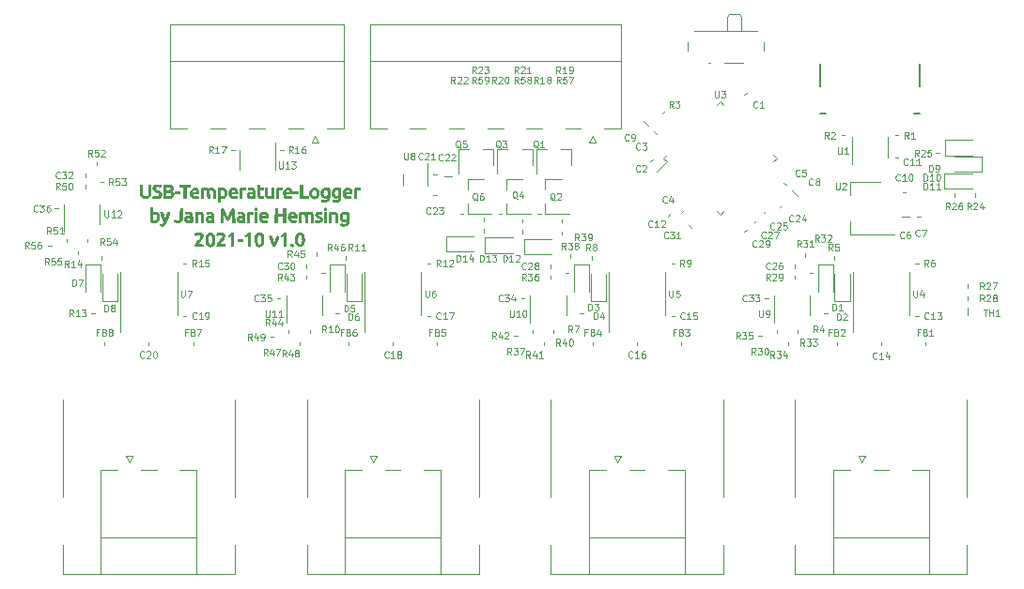
<source format=gto>
G04 #@! TF.GenerationSoftware,KiCad,Pcbnew,6.0.2-378541a8eb~116~ubuntu20.04.1*
G04 #@! TF.CreationDate,2022-03-01T13:47:01+01:00*
G04 #@! TF.ProjectId,temperature-logger,74656d70-6572-4617-9475-72652d6c6f67,rev?*
G04 #@! TF.SameCoordinates,Original*
G04 #@! TF.FileFunction,Legend,Top*
G04 #@! TF.FilePolarity,Positive*
%FSLAX46Y46*%
G04 Gerber Fmt 4.6, Leading zero omitted, Abs format (unit mm)*
G04 Created by KiCad (PCBNEW 6.0.2-378541a8eb~116~ubuntu20.04.1) date 2022-03-01 13:47:01*
%MOMM*%
%LPD*%
G01*
G04 APERTURE LIST*
%ADD10C,0.100000*%
%ADD11C,0.120000*%
%ADD12C,0.150000*%
%ADD13C,0.010000*%
G04 APERTURE END LIST*
D10*
X124875000Y-57614285D02*
X124846428Y-57642857D01*
X124760714Y-57671428D01*
X124703571Y-57671428D01*
X124617857Y-57642857D01*
X124560714Y-57585714D01*
X124532142Y-57528571D01*
X124503571Y-57414285D01*
X124503571Y-57328571D01*
X124532142Y-57214285D01*
X124560714Y-57157142D01*
X124617857Y-57100000D01*
X124703571Y-57071428D01*
X124760714Y-57071428D01*
X124846428Y-57100000D01*
X124875000Y-57128571D01*
X125446428Y-57671428D02*
X125103571Y-57671428D01*
X125275000Y-57671428D02*
X125275000Y-57071428D01*
X125217857Y-57157142D01*
X125160714Y-57214285D01*
X125103571Y-57242857D01*
X114275000Y-63414285D02*
X114246428Y-63442857D01*
X114160714Y-63471428D01*
X114103571Y-63471428D01*
X114017857Y-63442857D01*
X113960714Y-63385714D01*
X113932142Y-63328571D01*
X113903571Y-63214285D01*
X113903571Y-63128571D01*
X113932142Y-63014285D01*
X113960714Y-62957142D01*
X114017857Y-62900000D01*
X114103571Y-62871428D01*
X114160714Y-62871428D01*
X114246428Y-62900000D01*
X114275000Y-62928571D01*
X114503571Y-62928571D02*
X114532142Y-62900000D01*
X114589285Y-62871428D01*
X114732142Y-62871428D01*
X114789285Y-62900000D01*
X114817857Y-62928571D01*
X114846428Y-62985714D01*
X114846428Y-63042857D01*
X114817857Y-63128571D01*
X114475000Y-63471428D01*
X114846428Y-63471428D01*
X114275000Y-61414285D02*
X114246428Y-61442857D01*
X114160714Y-61471428D01*
X114103571Y-61471428D01*
X114017857Y-61442857D01*
X113960714Y-61385714D01*
X113932142Y-61328571D01*
X113903571Y-61214285D01*
X113903571Y-61128571D01*
X113932142Y-61014285D01*
X113960714Y-60957142D01*
X114017857Y-60900000D01*
X114103571Y-60871428D01*
X114160714Y-60871428D01*
X114246428Y-60900000D01*
X114275000Y-60928571D01*
X114475000Y-60871428D02*
X114846428Y-60871428D01*
X114646428Y-61100000D01*
X114732142Y-61100000D01*
X114789285Y-61128571D01*
X114817857Y-61157142D01*
X114846428Y-61214285D01*
X114846428Y-61357142D01*
X114817857Y-61414285D01*
X114789285Y-61442857D01*
X114732142Y-61471428D01*
X114560714Y-61471428D01*
X114503571Y-61442857D01*
X114475000Y-61414285D01*
X116675000Y-66214284D02*
X116646428Y-66242856D01*
X116560714Y-66271427D01*
X116503571Y-66271427D01*
X116417857Y-66242856D01*
X116360714Y-66185713D01*
X116332142Y-66128570D01*
X116303571Y-66014284D01*
X116303571Y-65928570D01*
X116332142Y-65814284D01*
X116360714Y-65757141D01*
X116417857Y-65699999D01*
X116503571Y-65671427D01*
X116560714Y-65671427D01*
X116646428Y-65699999D01*
X116675000Y-65728570D01*
X117189285Y-65871427D02*
X117189285Y-66271427D01*
X117046428Y-65642856D02*
X116903571Y-66071427D01*
X117275000Y-66071427D01*
X128675000Y-63814285D02*
X128646428Y-63842857D01*
X128560714Y-63871428D01*
X128503571Y-63871428D01*
X128417857Y-63842857D01*
X128360714Y-63785714D01*
X128332142Y-63728571D01*
X128303571Y-63614285D01*
X128303571Y-63528571D01*
X128332142Y-63414285D01*
X128360714Y-63357142D01*
X128417857Y-63300000D01*
X128503571Y-63271428D01*
X128560714Y-63271428D01*
X128646428Y-63300000D01*
X128675000Y-63328571D01*
X129217857Y-63271428D02*
X128932142Y-63271428D01*
X128903571Y-63557142D01*
X128932142Y-63528571D01*
X128989285Y-63500000D01*
X129132142Y-63500000D01*
X129189285Y-63528571D01*
X129217857Y-63557142D01*
X129246428Y-63614285D01*
X129246428Y-63757142D01*
X129217857Y-63814285D01*
X129189285Y-63842857D01*
X129132142Y-63871428D01*
X128989285Y-63871428D01*
X128932142Y-63842857D01*
X128903571Y-63814285D01*
X138075000Y-69414285D02*
X138046428Y-69442857D01*
X137960714Y-69471428D01*
X137903571Y-69471428D01*
X137817857Y-69442857D01*
X137760714Y-69385714D01*
X137732142Y-69328571D01*
X137703571Y-69214285D01*
X137703571Y-69128571D01*
X137732142Y-69014285D01*
X137760714Y-68957142D01*
X137817857Y-68900000D01*
X137903571Y-68871428D01*
X137960714Y-68871428D01*
X138046428Y-68900000D01*
X138075000Y-68928571D01*
X138589285Y-68871428D02*
X138475000Y-68871428D01*
X138417857Y-68900000D01*
X138389285Y-68928571D01*
X138332142Y-69014285D01*
X138303571Y-69128571D01*
X138303571Y-69357142D01*
X138332142Y-69414285D01*
X138360714Y-69442857D01*
X138417857Y-69471428D01*
X138532142Y-69471428D01*
X138589285Y-69442857D01*
X138617857Y-69414285D01*
X138646428Y-69357142D01*
X138646428Y-69214285D01*
X138617857Y-69157142D01*
X138589285Y-69128571D01*
X138532142Y-69100000D01*
X138417857Y-69100000D01*
X138360714Y-69128571D01*
X138332142Y-69157142D01*
X138303571Y-69214285D01*
X139475000Y-69214285D02*
X139446428Y-69242857D01*
X139360714Y-69271428D01*
X139303571Y-69271428D01*
X139217857Y-69242857D01*
X139160714Y-69185714D01*
X139132142Y-69128571D01*
X139103571Y-69014285D01*
X139103571Y-68928571D01*
X139132142Y-68814285D01*
X139160714Y-68757142D01*
X139217857Y-68700000D01*
X139303571Y-68671428D01*
X139360714Y-68671428D01*
X139446428Y-68700000D01*
X139475000Y-68728571D01*
X139675000Y-68671428D02*
X140075000Y-68671428D01*
X139817857Y-69271428D01*
X129875000Y-64614285D02*
X129846428Y-64642857D01*
X129760714Y-64671428D01*
X129703571Y-64671428D01*
X129617857Y-64642857D01*
X129560714Y-64585714D01*
X129532142Y-64528571D01*
X129503571Y-64414285D01*
X129503571Y-64328571D01*
X129532142Y-64214285D01*
X129560714Y-64157142D01*
X129617857Y-64100000D01*
X129703571Y-64071428D01*
X129760714Y-64071428D01*
X129846428Y-64100000D01*
X129875000Y-64128571D01*
X130217857Y-64328571D02*
X130160714Y-64300000D01*
X130132142Y-64271428D01*
X130103571Y-64214285D01*
X130103571Y-64185714D01*
X130132142Y-64128571D01*
X130160714Y-64100000D01*
X130217857Y-64071428D01*
X130332142Y-64071428D01*
X130389285Y-64100000D01*
X130417857Y-64128571D01*
X130446428Y-64185714D01*
X130446428Y-64214285D01*
X130417857Y-64271428D01*
X130389285Y-64300000D01*
X130332142Y-64328571D01*
X130217857Y-64328571D01*
X130160714Y-64357142D01*
X130132142Y-64385714D01*
X130103571Y-64442857D01*
X130103571Y-64557142D01*
X130132142Y-64614285D01*
X130160714Y-64642857D01*
X130217857Y-64671428D01*
X130332142Y-64671428D01*
X130389285Y-64642857D01*
X130417857Y-64614285D01*
X130446428Y-64557142D01*
X130446428Y-64442857D01*
X130417857Y-64385714D01*
X130389285Y-64357142D01*
X130332142Y-64328571D01*
X113275000Y-60614285D02*
X113246428Y-60642857D01*
X113160714Y-60671428D01*
X113103571Y-60671428D01*
X113017857Y-60642857D01*
X112960714Y-60585714D01*
X112932142Y-60528571D01*
X112903571Y-60414285D01*
X112903571Y-60328571D01*
X112932142Y-60214285D01*
X112960714Y-60157142D01*
X113017857Y-60100000D01*
X113103571Y-60071428D01*
X113160714Y-60071428D01*
X113246428Y-60100000D01*
X113275000Y-60128571D01*
X113560714Y-60671428D02*
X113675000Y-60671428D01*
X113732142Y-60642857D01*
X113760714Y-60614285D01*
X113817857Y-60528571D01*
X113846428Y-60414285D01*
X113846428Y-60185714D01*
X113817857Y-60128571D01*
X113789285Y-60100000D01*
X113732142Y-60071428D01*
X113617857Y-60071428D01*
X113560714Y-60100000D01*
X113532142Y-60128571D01*
X113503571Y-60185714D01*
X113503571Y-60328571D01*
X113532142Y-60385714D01*
X113560714Y-60414285D01*
X113617857Y-60442857D01*
X113732142Y-60442857D01*
X113789285Y-60414285D01*
X113817857Y-60385714D01*
X113846428Y-60328571D01*
X137689285Y-64214285D02*
X137660714Y-64242857D01*
X137575000Y-64271428D01*
X137517857Y-64271428D01*
X137432142Y-64242857D01*
X137375000Y-64185714D01*
X137346428Y-64128571D01*
X137317857Y-64014285D01*
X137317857Y-63928571D01*
X137346428Y-63814285D01*
X137375000Y-63757142D01*
X137432142Y-63700000D01*
X137517857Y-63671428D01*
X137575000Y-63671428D01*
X137660714Y-63700000D01*
X137689285Y-63728571D01*
X138260714Y-64271428D02*
X137917857Y-64271428D01*
X138089285Y-64271428D02*
X138089285Y-63671428D01*
X138032142Y-63757142D01*
X137975000Y-63814285D01*
X137917857Y-63842857D01*
X138632142Y-63671428D02*
X138689285Y-63671428D01*
X138746428Y-63700000D01*
X138775000Y-63728571D01*
X138803571Y-63785714D01*
X138832142Y-63900000D01*
X138832142Y-64042857D01*
X138803571Y-64157142D01*
X138775000Y-64214285D01*
X138746428Y-64242857D01*
X138689285Y-64271428D01*
X138632142Y-64271428D01*
X138575000Y-64242857D01*
X138546428Y-64214285D01*
X138517857Y-64157142D01*
X138489285Y-64042857D01*
X138489285Y-63900000D01*
X138517857Y-63785714D01*
X138546428Y-63728571D01*
X138575000Y-63700000D01*
X138632142Y-63671428D01*
X138389285Y-62814285D02*
X138360714Y-62842857D01*
X138275000Y-62871428D01*
X138217857Y-62871428D01*
X138132142Y-62842857D01*
X138075000Y-62785714D01*
X138046428Y-62728571D01*
X138017857Y-62614285D01*
X138017857Y-62528571D01*
X138046428Y-62414285D01*
X138075000Y-62357142D01*
X138132142Y-62300000D01*
X138217857Y-62271428D01*
X138275000Y-62271428D01*
X138360714Y-62300000D01*
X138389285Y-62328571D01*
X138960714Y-62871428D02*
X138617857Y-62871428D01*
X138789285Y-62871428D02*
X138789285Y-62271428D01*
X138732142Y-62357142D01*
X138675000Y-62414285D01*
X138617857Y-62442857D01*
X139532142Y-62871428D02*
X139189285Y-62871428D01*
X139360714Y-62871428D02*
X139360714Y-62271428D01*
X139303571Y-62357142D01*
X139246428Y-62414285D01*
X139189285Y-62442857D01*
X115389284Y-68414285D02*
X115360713Y-68442857D01*
X115274999Y-68471428D01*
X115217856Y-68471428D01*
X115132141Y-68442857D01*
X115074999Y-68385714D01*
X115046427Y-68328571D01*
X115017856Y-68214285D01*
X115017856Y-68128571D01*
X115046427Y-68014285D01*
X115074999Y-67957142D01*
X115132141Y-67900000D01*
X115217856Y-67871428D01*
X115274999Y-67871428D01*
X115360713Y-67900000D01*
X115389284Y-67928571D01*
X115960713Y-68471428D02*
X115617856Y-68471428D01*
X115789284Y-68471428D02*
X115789284Y-67871428D01*
X115732141Y-67957142D01*
X115674999Y-68014285D01*
X115617856Y-68042857D01*
X116189284Y-67928571D02*
X116217856Y-67900000D01*
X116274999Y-67871428D01*
X116417856Y-67871428D01*
X116474999Y-67900000D01*
X116503570Y-67928571D01*
X116532141Y-67985714D01*
X116532141Y-68042857D01*
X116503570Y-68128571D01*
X116160713Y-68471428D01*
X116532141Y-68471428D01*
X140289285Y-76714285D02*
X140260714Y-76742857D01*
X140175000Y-76771428D01*
X140117857Y-76771428D01*
X140032142Y-76742857D01*
X139975000Y-76685714D01*
X139946428Y-76628571D01*
X139917857Y-76514285D01*
X139917857Y-76428571D01*
X139946428Y-76314285D01*
X139975000Y-76257142D01*
X140032142Y-76200000D01*
X140117857Y-76171428D01*
X140175000Y-76171428D01*
X140260714Y-76200000D01*
X140289285Y-76228571D01*
X140860714Y-76771428D02*
X140517857Y-76771428D01*
X140689285Y-76771428D02*
X140689285Y-76171428D01*
X140632142Y-76257142D01*
X140575000Y-76314285D01*
X140517857Y-76342857D01*
X141060714Y-76171428D02*
X141432142Y-76171428D01*
X141232142Y-76400000D01*
X141317857Y-76400000D01*
X141375000Y-76428571D01*
X141403571Y-76457142D01*
X141432142Y-76514285D01*
X141432142Y-76657142D01*
X141403571Y-76714285D01*
X141375000Y-76742857D01*
X141317857Y-76771428D01*
X141146428Y-76771428D01*
X141089285Y-76742857D01*
X141060714Y-76714285D01*
X135614285Y-80314285D02*
X135585714Y-80342857D01*
X135500000Y-80371428D01*
X135442857Y-80371428D01*
X135357142Y-80342857D01*
X135300000Y-80285714D01*
X135271428Y-80228571D01*
X135242857Y-80114285D01*
X135242857Y-80028571D01*
X135271428Y-79914285D01*
X135300000Y-79857142D01*
X135357142Y-79800000D01*
X135442857Y-79771428D01*
X135500000Y-79771428D01*
X135585714Y-79800000D01*
X135614285Y-79828571D01*
X136185714Y-80371428D02*
X135842857Y-80371428D01*
X136014285Y-80371428D02*
X136014285Y-79771428D01*
X135957142Y-79857142D01*
X135900000Y-79914285D01*
X135842857Y-79942857D01*
X136700000Y-79971428D02*
X136700000Y-80371428D01*
X136557142Y-79742857D02*
X136414285Y-80171428D01*
X136785714Y-80171428D01*
X118289285Y-76714285D02*
X118260714Y-76742857D01*
X118175000Y-76771428D01*
X118117857Y-76771428D01*
X118032142Y-76742857D01*
X117975000Y-76685714D01*
X117946428Y-76628571D01*
X117917857Y-76514285D01*
X117917857Y-76428571D01*
X117946428Y-76314285D01*
X117975000Y-76257142D01*
X118032142Y-76200000D01*
X118117857Y-76171428D01*
X118175000Y-76171428D01*
X118260714Y-76200000D01*
X118289285Y-76228571D01*
X118860714Y-76771428D02*
X118517857Y-76771428D01*
X118689285Y-76771428D02*
X118689285Y-76171428D01*
X118632142Y-76257142D01*
X118575000Y-76314285D01*
X118517857Y-76342857D01*
X119403571Y-76171428D02*
X119117857Y-76171428D01*
X119089285Y-76457142D01*
X119117857Y-76428571D01*
X119175000Y-76400000D01*
X119317857Y-76400000D01*
X119375000Y-76428571D01*
X119403571Y-76457142D01*
X119432142Y-76514285D01*
X119432142Y-76657142D01*
X119403571Y-76714285D01*
X119375000Y-76742857D01*
X119317857Y-76771428D01*
X119175000Y-76771428D01*
X119117857Y-76742857D01*
X119089285Y-76714285D01*
X113614285Y-80214285D02*
X113585714Y-80242857D01*
X113500000Y-80271428D01*
X113442857Y-80271428D01*
X113357142Y-80242857D01*
X113300000Y-80185714D01*
X113271428Y-80128571D01*
X113242857Y-80014285D01*
X113242857Y-79928571D01*
X113271428Y-79814285D01*
X113300000Y-79757142D01*
X113357142Y-79700000D01*
X113442857Y-79671428D01*
X113500000Y-79671428D01*
X113585714Y-79700000D01*
X113614285Y-79728571D01*
X114185714Y-80271428D02*
X113842857Y-80271428D01*
X114014285Y-80271428D02*
X114014285Y-79671428D01*
X113957142Y-79757142D01*
X113900000Y-79814285D01*
X113842857Y-79842857D01*
X114700000Y-79671428D02*
X114585714Y-79671428D01*
X114528571Y-79700000D01*
X114500000Y-79728571D01*
X114442857Y-79814285D01*
X114414285Y-79928571D01*
X114414285Y-80157142D01*
X114442857Y-80214285D01*
X114471428Y-80242857D01*
X114528571Y-80271428D01*
X114642857Y-80271428D01*
X114700000Y-80242857D01*
X114728571Y-80214285D01*
X114757142Y-80157142D01*
X114757142Y-80014285D01*
X114728571Y-79957142D01*
X114700000Y-79928571D01*
X114642857Y-79900000D01*
X114528571Y-79900000D01*
X114471428Y-79928571D01*
X114442857Y-79957142D01*
X114414285Y-80014285D01*
X96289285Y-76714285D02*
X96260714Y-76742857D01*
X96175000Y-76771428D01*
X96117857Y-76771428D01*
X96032142Y-76742857D01*
X95975000Y-76685714D01*
X95946428Y-76628571D01*
X95917857Y-76514285D01*
X95917857Y-76428571D01*
X95946428Y-76314285D01*
X95975000Y-76257142D01*
X96032142Y-76200000D01*
X96117857Y-76171428D01*
X96175000Y-76171428D01*
X96260714Y-76200000D01*
X96289285Y-76228571D01*
X96860714Y-76771428D02*
X96517857Y-76771428D01*
X96689285Y-76771428D02*
X96689285Y-76171428D01*
X96632142Y-76257142D01*
X96575000Y-76314285D01*
X96517857Y-76342857D01*
X97060714Y-76171428D02*
X97460714Y-76171428D01*
X97203571Y-76771428D01*
X91614285Y-80214285D02*
X91585714Y-80242857D01*
X91500000Y-80271428D01*
X91442857Y-80271428D01*
X91357142Y-80242857D01*
X91300000Y-80185714D01*
X91271428Y-80128571D01*
X91242857Y-80014285D01*
X91242857Y-79928571D01*
X91271428Y-79814285D01*
X91300000Y-79757142D01*
X91357142Y-79700000D01*
X91442857Y-79671428D01*
X91500000Y-79671428D01*
X91585714Y-79700000D01*
X91614285Y-79728571D01*
X92185714Y-80271428D02*
X91842857Y-80271428D01*
X92014285Y-80271428D02*
X92014285Y-79671428D01*
X91957142Y-79757142D01*
X91900000Y-79814285D01*
X91842857Y-79842857D01*
X92528571Y-79928571D02*
X92471428Y-79900000D01*
X92442857Y-79871428D01*
X92414285Y-79814285D01*
X92414285Y-79785714D01*
X92442857Y-79728571D01*
X92471428Y-79700000D01*
X92528571Y-79671428D01*
X92642857Y-79671428D01*
X92700000Y-79700000D01*
X92728571Y-79728571D01*
X92757142Y-79785714D01*
X92757142Y-79814285D01*
X92728571Y-79871428D01*
X92700000Y-79900000D01*
X92642857Y-79928571D01*
X92528571Y-79928571D01*
X92471428Y-79957142D01*
X92442857Y-79985714D01*
X92414285Y-80042857D01*
X92414285Y-80157142D01*
X92442857Y-80214285D01*
X92471428Y-80242857D01*
X92528571Y-80271428D01*
X92642857Y-80271428D01*
X92700000Y-80242857D01*
X92728571Y-80214285D01*
X92757142Y-80157142D01*
X92757142Y-80042857D01*
X92728571Y-79985714D01*
X92700000Y-79957142D01*
X92642857Y-79928571D01*
X74289285Y-76714285D02*
X74260714Y-76742857D01*
X74175000Y-76771428D01*
X74117857Y-76771428D01*
X74032142Y-76742857D01*
X73975000Y-76685714D01*
X73946428Y-76628571D01*
X73917857Y-76514285D01*
X73917857Y-76428571D01*
X73946428Y-76314285D01*
X73975000Y-76257142D01*
X74032142Y-76200000D01*
X74117857Y-76171428D01*
X74175000Y-76171428D01*
X74260714Y-76200000D01*
X74289285Y-76228571D01*
X74860714Y-76771428D02*
X74517857Y-76771428D01*
X74689285Y-76771428D02*
X74689285Y-76171428D01*
X74632142Y-76257142D01*
X74575000Y-76314285D01*
X74517857Y-76342857D01*
X75146428Y-76771428D02*
X75260714Y-76771428D01*
X75317857Y-76742857D01*
X75346428Y-76714285D01*
X75403571Y-76628571D01*
X75432142Y-76514285D01*
X75432142Y-76285714D01*
X75403571Y-76228571D01*
X75375000Y-76200000D01*
X75317857Y-76171428D01*
X75203571Y-76171428D01*
X75146428Y-76200000D01*
X75117857Y-76228571D01*
X75089285Y-76285714D01*
X75089285Y-76428571D01*
X75117857Y-76485714D01*
X75146428Y-76514285D01*
X75203571Y-76542857D01*
X75317857Y-76542857D01*
X75375000Y-76514285D01*
X75403571Y-76485714D01*
X75432142Y-76428571D01*
X69589285Y-80214285D02*
X69560714Y-80242857D01*
X69475000Y-80271428D01*
X69417857Y-80271428D01*
X69332142Y-80242857D01*
X69275000Y-80185714D01*
X69246428Y-80128571D01*
X69217857Y-80014285D01*
X69217857Y-79928571D01*
X69246428Y-79814285D01*
X69275000Y-79757142D01*
X69332142Y-79700000D01*
X69417857Y-79671428D01*
X69475000Y-79671428D01*
X69560714Y-79700000D01*
X69589285Y-79728571D01*
X69817857Y-79728571D02*
X69846428Y-79700000D01*
X69903571Y-79671428D01*
X70046428Y-79671428D01*
X70103571Y-79700000D01*
X70132142Y-79728571D01*
X70160714Y-79785714D01*
X70160714Y-79842857D01*
X70132142Y-79928571D01*
X69789285Y-80271428D01*
X70160714Y-80271428D01*
X70532142Y-79671428D02*
X70589285Y-79671428D01*
X70646428Y-79700000D01*
X70675000Y-79728571D01*
X70703571Y-79785714D01*
X70732142Y-79900000D01*
X70732142Y-80042857D01*
X70703571Y-80157142D01*
X70675000Y-80214285D01*
X70646428Y-80242857D01*
X70589285Y-80271428D01*
X70532142Y-80271428D01*
X70475000Y-80242857D01*
X70446428Y-80214285D01*
X70417857Y-80157142D01*
X70389285Y-80042857D01*
X70389285Y-79900000D01*
X70417857Y-79785714D01*
X70446428Y-79728571D01*
X70475000Y-79700000D01*
X70532142Y-79671428D01*
X96489285Y-62414285D02*
X96460714Y-62442857D01*
X96375000Y-62471428D01*
X96317857Y-62471428D01*
X96232142Y-62442857D01*
X96175000Y-62385714D01*
X96146428Y-62328571D01*
X96117857Y-62214285D01*
X96117857Y-62128571D01*
X96146428Y-62014285D01*
X96175000Y-61957142D01*
X96232142Y-61900000D01*
X96317857Y-61871428D01*
X96375000Y-61871428D01*
X96460714Y-61900000D01*
X96489285Y-61928571D01*
X96717857Y-61928571D02*
X96746428Y-61900000D01*
X96803571Y-61871428D01*
X96946428Y-61871428D01*
X97003571Y-61900000D01*
X97032142Y-61928571D01*
X97060714Y-61985714D01*
X97060714Y-62042857D01*
X97032142Y-62128571D01*
X96689285Y-62471428D01*
X97060714Y-62471428D01*
X97289285Y-61928571D02*
X97317857Y-61900000D01*
X97375000Y-61871428D01*
X97517857Y-61871428D01*
X97575000Y-61900000D01*
X97603571Y-61928571D01*
X97632142Y-61985714D01*
X97632142Y-62042857D01*
X97603571Y-62128571D01*
X97260714Y-62471428D01*
X97632142Y-62471428D01*
X95389285Y-67214285D02*
X95360714Y-67242857D01*
X95275000Y-67271428D01*
X95217857Y-67271428D01*
X95132142Y-67242857D01*
X95075000Y-67185714D01*
X95046428Y-67128571D01*
X95017857Y-67014285D01*
X95017857Y-66928571D01*
X95046428Y-66814285D01*
X95075000Y-66757142D01*
X95132142Y-66700000D01*
X95217857Y-66671428D01*
X95275000Y-66671428D01*
X95360714Y-66700000D01*
X95389285Y-66728571D01*
X95617857Y-66728571D02*
X95646428Y-66700000D01*
X95703571Y-66671428D01*
X95846428Y-66671428D01*
X95903571Y-66700000D01*
X95932142Y-66728571D01*
X95960714Y-66785714D01*
X95960714Y-66842857D01*
X95932142Y-66928571D01*
X95589285Y-67271428D01*
X95960714Y-67271428D01*
X96160714Y-66671428D02*
X96532142Y-66671428D01*
X96332142Y-66900000D01*
X96417857Y-66900000D01*
X96475000Y-66928571D01*
X96503571Y-66957142D01*
X96532142Y-67014285D01*
X96532142Y-67157142D01*
X96503571Y-67214285D01*
X96475000Y-67242857D01*
X96417857Y-67271428D01*
X96246428Y-67271428D01*
X96189285Y-67242857D01*
X96160714Y-67214285D01*
X131632142Y-75971428D02*
X131632142Y-75371428D01*
X131775000Y-75371428D01*
X131860714Y-75400000D01*
X131917857Y-75457142D01*
X131946428Y-75514285D01*
X131975000Y-75628571D01*
X131975000Y-75714285D01*
X131946428Y-75828571D01*
X131917857Y-75885714D01*
X131860714Y-75942857D01*
X131775000Y-75971428D01*
X131632142Y-75971428D01*
X132546428Y-75971428D02*
X132203571Y-75971428D01*
X132375000Y-75971428D02*
X132375000Y-75371428D01*
X132317857Y-75457142D01*
X132260714Y-75514285D01*
X132203571Y-75542857D01*
X132032142Y-76871428D02*
X132032142Y-76271428D01*
X132175000Y-76271428D01*
X132260714Y-76300000D01*
X132317857Y-76357142D01*
X132346428Y-76414285D01*
X132375000Y-76528571D01*
X132375000Y-76614285D01*
X132346428Y-76728571D01*
X132317857Y-76785714D01*
X132260714Y-76842857D01*
X132175000Y-76871428D01*
X132032142Y-76871428D01*
X132603571Y-76328571D02*
X132632142Y-76300000D01*
X132689285Y-76271428D01*
X132832142Y-76271428D01*
X132889285Y-76300000D01*
X132917857Y-76328571D01*
X132946428Y-76385714D01*
X132946428Y-76442857D01*
X132917857Y-76528571D01*
X132575000Y-76871428D01*
X132946428Y-76871428D01*
X109632142Y-75971428D02*
X109632142Y-75371428D01*
X109775000Y-75371428D01*
X109860714Y-75400000D01*
X109917857Y-75457142D01*
X109946428Y-75514285D01*
X109975000Y-75628571D01*
X109975000Y-75714285D01*
X109946428Y-75828571D01*
X109917857Y-75885714D01*
X109860714Y-75942857D01*
X109775000Y-75971428D01*
X109632142Y-75971428D01*
X110175000Y-75371428D02*
X110546428Y-75371428D01*
X110346428Y-75600000D01*
X110432142Y-75600000D01*
X110489285Y-75628571D01*
X110517857Y-75657142D01*
X110546428Y-75714285D01*
X110546428Y-75857142D01*
X110517857Y-75914285D01*
X110489285Y-75942857D01*
X110432142Y-75971428D01*
X110260714Y-75971428D01*
X110203571Y-75942857D01*
X110175000Y-75914285D01*
X110132142Y-76771428D02*
X110132142Y-76171428D01*
X110275000Y-76171428D01*
X110360714Y-76200000D01*
X110417857Y-76257142D01*
X110446428Y-76314285D01*
X110475000Y-76428571D01*
X110475000Y-76514285D01*
X110446428Y-76628571D01*
X110417857Y-76685714D01*
X110360714Y-76742857D01*
X110275000Y-76771428D01*
X110132142Y-76771428D01*
X110989285Y-76371428D02*
X110989285Y-76771428D01*
X110846428Y-76142857D02*
X110703571Y-76571428D01*
X111075000Y-76571428D01*
X87632142Y-76071428D02*
X87632142Y-75471428D01*
X87775000Y-75471428D01*
X87860714Y-75500000D01*
X87917857Y-75557142D01*
X87946428Y-75614285D01*
X87975000Y-75728571D01*
X87975000Y-75814285D01*
X87946428Y-75928571D01*
X87917857Y-75985714D01*
X87860714Y-76042857D01*
X87775000Y-76071428D01*
X87632142Y-76071428D01*
X88517857Y-75471428D02*
X88232142Y-75471428D01*
X88203571Y-75757142D01*
X88232142Y-75728571D01*
X88289285Y-75700000D01*
X88432142Y-75700000D01*
X88489285Y-75728571D01*
X88517857Y-75757142D01*
X88546428Y-75814285D01*
X88546428Y-75957142D01*
X88517857Y-76014285D01*
X88489285Y-76042857D01*
X88432142Y-76071428D01*
X88289285Y-76071428D01*
X88232142Y-76042857D01*
X88203571Y-76014285D01*
X88032142Y-76871428D02*
X88032142Y-76271428D01*
X88175000Y-76271428D01*
X88260714Y-76300000D01*
X88317857Y-76357142D01*
X88346428Y-76414285D01*
X88375000Y-76528571D01*
X88375000Y-76614285D01*
X88346428Y-76728571D01*
X88317857Y-76785714D01*
X88260714Y-76842857D01*
X88175000Y-76871428D01*
X88032142Y-76871428D01*
X88889285Y-76271428D02*
X88775000Y-76271428D01*
X88717857Y-76300000D01*
X88689285Y-76328571D01*
X88632142Y-76414285D01*
X88603571Y-76528571D01*
X88603571Y-76757142D01*
X88632142Y-76814285D01*
X88660714Y-76842857D01*
X88717857Y-76871428D01*
X88832142Y-76871428D01*
X88889285Y-76842857D01*
X88917857Y-76814285D01*
X88946428Y-76757142D01*
X88946428Y-76614285D01*
X88917857Y-76557142D01*
X88889285Y-76528571D01*
X88832142Y-76500000D01*
X88717857Y-76500000D01*
X88660714Y-76528571D01*
X88632142Y-76557142D01*
X88603571Y-76614285D01*
X63132142Y-73771428D02*
X63132142Y-73171428D01*
X63275000Y-73171428D01*
X63360714Y-73200000D01*
X63417857Y-73257142D01*
X63446428Y-73314285D01*
X63475000Y-73428571D01*
X63475000Y-73514285D01*
X63446428Y-73628571D01*
X63417857Y-73685714D01*
X63360714Y-73742857D01*
X63275000Y-73771428D01*
X63132142Y-73771428D01*
X63675000Y-73171428D02*
X64075000Y-73171428D01*
X63817857Y-73771428D01*
X66032142Y-76071428D02*
X66032142Y-75471428D01*
X66175000Y-75471428D01*
X66260714Y-75500000D01*
X66317857Y-75557142D01*
X66346428Y-75614285D01*
X66375000Y-75728571D01*
X66375000Y-75814285D01*
X66346428Y-75928571D01*
X66317857Y-75985714D01*
X66260714Y-76042857D01*
X66175000Y-76071428D01*
X66032142Y-76071428D01*
X66717857Y-75728571D02*
X66660714Y-75700000D01*
X66632142Y-75671428D01*
X66603571Y-75614285D01*
X66603571Y-75585714D01*
X66632142Y-75528571D01*
X66660714Y-75500000D01*
X66717857Y-75471428D01*
X66832142Y-75471428D01*
X66889285Y-75500000D01*
X66917857Y-75528571D01*
X66946428Y-75585714D01*
X66946428Y-75614285D01*
X66917857Y-75671428D01*
X66889285Y-75700000D01*
X66832142Y-75728571D01*
X66717857Y-75728571D01*
X66660714Y-75757142D01*
X66632142Y-75785714D01*
X66603571Y-75842857D01*
X66603571Y-75957142D01*
X66632142Y-76014285D01*
X66660714Y-76042857D01*
X66717857Y-76071428D01*
X66832142Y-76071428D01*
X66889285Y-76042857D01*
X66917857Y-76014285D01*
X66946428Y-75957142D01*
X66946428Y-75842857D01*
X66917857Y-75785714D01*
X66889285Y-75757142D01*
X66832142Y-75728571D01*
X139475000Y-77957142D02*
X139275000Y-77957142D01*
X139275000Y-78271428D02*
X139275000Y-77671428D01*
X139560714Y-77671428D01*
X139989285Y-77957142D02*
X140075000Y-77985714D01*
X140103571Y-78014285D01*
X140132142Y-78071428D01*
X140132142Y-78157142D01*
X140103571Y-78214285D01*
X140075000Y-78242857D01*
X140017857Y-78271428D01*
X139789285Y-78271428D01*
X139789285Y-77671428D01*
X139989285Y-77671428D01*
X140046428Y-77700000D01*
X140075000Y-77728571D01*
X140103571Y-77785714D01*
X140103571Y-77842857D01*
X140075000Y-77900000D01*
X140046428Y-77928571D01*
X139989285Y-77957142D01*
X139789285Y-77957142D01*
X140703571Y-78271428D02*
X140360714Y-78271428D01*
X140532142Y-78271428D02*
X140532142Y-77671428D01*
X140475000Y-77757142D01*
X140417857Y-77814285D01*
X140360714Y-77842857D01*
X131500000Y-77957142D02*
X131300000Y-77957142D01*
X131300000Y-78271428D02*
X131300000Y-77671428D01*
X131585714Y-77671428D01*
X132014285Y-77957142D02*
X132100000Y-77985714D01*
X132128571Y-78014285D01*
X132157142Y-78071428D01*
X132157142Y-78157142D01*
X132128571Y-78214285D01*
X132100000Y-78242857D01*
X132042857Y-78271428D01*
X131814285Y-78271428D01*
X131814285Y-77671428D01*
X132014285Y-77671428D01*
X132071428Y-77700000D01*
X132100000Y-77728571D01*
X132128571Y-77785714D01*
X132128571Y-77842857D01*
X132100000Y-77900000D01*
X132071428Y-77928571D01*
X132014285Y-77957142D01*
X131814285Y-77957142D01*
X132385714Y-77728571D02*
X132414285Y-77700000D01*
X132471428Y-77671428D01*
X132614285Y-77671428D01*
X132671428Y-77700000D01*
X132700000Y-77728571D01*
X132728571Y-77785714D01*
X132728571Y-77842857D01*
X132700000Y-77928571D01*
X132357142Y-78271428D01*
X132728571Y-78271428D01*
X117500000Y-77957142D02*
X117300000Y-77957142D01*
X117300000Y-78271428D02*
X117300000Y-77671428D01*
X117585714Y-77671428D01*
X118014285Y-77957142D02*
X118100000Y-77985714D01*
X118128571Y-78014285D01*
X118157142Y-78071428D01*
X118157142Y-78157142D01*
X118128571Y-78214285D01*
X118100000Y-78242857D01*
X118042857Y-78271428D01*
X117814285Y-78271428D01*
X117814285Y-77671428D01*
X118014285Y-77671428D01*
X118071428Y-77700000D01*
X118100000Y-77728571D01*
X118128571Y-77785714D01*
X118128571Y-77842857D01*
X118100000Y-77900000D01*
X118071428Y-77928571D01*
X118014285Y-77957142D01*
X117814285Y-77957142D01*
X118357142Y-77671428D02*
X118728571Y-77671428D01*
X118528571Y-77900000D01*
X118614285Y-77900000D01*
X118671428Y-77928571D01*
X118700000Y-77957142D01*
X118728571Y-78014285D01*
X118728571Y-78157142D01*
X118700000Y-78214285D01*
X118671428Y-78242857D01*
X118614285Y-78271428D01*
X118442857Y-78271428D01*
X118385714Y-78242857D01*
X118357142Y-78214285D01*
X109500000Y-77957142D02*
X109300000Y-77957142D01*
X109300000Y-78271428D02*
X109300000Y-77671428D01*
X109585714Y-77671428D01*
X110014285Y-77957142D02*
X110100000Y-77985714D01*
X110128571Y-78014285D01*
X110157142Y-78071428D01*
X110157142Y-78157142D01*
X110128571Y-78214285D01*
X110100000Y-78242857D01*
X110042857Y-78271428D01*
X109814285Y-78271428D01*
X109814285Y-77671428D01*
X110014285Y-77671428D01*
X110071428Y-77700000D01*
X110100000Y-77728571D01*
X110128571Y-77785714D01*
X110128571Y-77842857D01*
X110100000Y-77900000D01*
X110071428Y-77928571D01*
X110014285Y-77957142D01*
X109814285Y-77957142D01*
X110671428Y-77871428D02*
X110671428Y-78271428D01*
X110528571Y-77642857D02*
X110385714Y-78071428D01*
X110757142Y-78071428D01*
X95500000Y-77957142D02*
X95300000Y-77957142D01*
X95300000Y-78271428D02*
X95300000Y-77671428D01*
X95585714Y-77671428D01*
X96014285Y-77957142D02*
X96100000Y-77985714D01*
X96128571Y-78014285D01*
X96157142Y-78071428D01*
X96157142Y-78157142D01*
X96128571Y-78214285D01*
X96100000Y-78242857D01*
X96042857Y-78271428D01*
X95814285Y-78271428D01*
X95814285Y-77671428D01*
X96014285Y-77671428D01*
X96071428Y-77700000D01*
X96100000Y-77728571D01*
X96128571Y-77785714D01*
X96128571Y-77842857D01*
X96100000Y-77900000D01*
X96071428Y-77928571D01*
X96014285Y-77957142D01*
X95814285Y-77957142D01*
X96700000Y-77671428D02*
X96414285Y-77671428D01*
X96385714Y-77957142D01*
X96414285Y-77928571D01*
X96471428Y-77900000D01*
X96614285Y-77900000D01*
X96671428Y-77928571D01*
X96700000Y-77957142D01*
X96728571Y-78014285D01*
X96728571Y-78157142D01*
X96700000Y-78214285D01*
X96671428Y-78242857D01*
X96614285Y-78271428D01*
X96471428Y-78271428D01*
X96414285Y-78242857D01*
X96385714Y-78214285D01*
X87500000Y-77957142D02*
X87300000Y-77957142D01*
X87300000Y-78271428D02*
X87300000Y-77671428D01*
X87585714Y-77671428D01*
X88014285Y-77957142D02*
X88100000Y-77985714D01*
X88128571Y-78014285D01*
X88157142Y-78071428D01*
X88157142Y-78157142D01*
X88128571Y-78214285D01*
X88100000Y-78242857D01*
X88042857Y-78271428D01*
X87814285Y-78271428D01*
X87814285Y-77671428D01*
X88014285Y-77671428D01*
X88071428Y-77700000D01*
X88100000Y-77728571D01*
X88128571Y-77785714D01*
X88128571Y-77842857D01*
X88100000Y-77900000D01*
X88071428Y-77928571D01*
X88014285Y-77957142D01*
X87814285Y-77957142D01*
X88671428Y-77671428D02*
X88557142Y-77671428D01*
X88500000Y-77700000D01*
X88471428Y-77728571D01*
X88414285Y-77814285D01*
X88385714Y-77928571D01*
X88385714Y-78157142D01*
X88414285Y-78214285D01*
X88442857Y-78242857D01*
X88500000Y-78271428D01*
X88614285Y-78271428D01*
X88671428Y-78242857D01*
X88700000Y-78214285D01*
X88728571Y-78157142D01*
X88728571Y-78014285D01*
X88700000Y-77957142D01*
X88671428Y-77928571D01*
X88614285Y-77900000D01*
X88500000Y-77900000D01*
X88442857Y-77928571D01*
X88414285Y-77957142D01*
X88385714Y-78014285D01*
X73500000Y-77957142D02*
X73300000Y-77957142D01*
X73300000Y-78271428D02*
X73300000Y-77671428D01*
X73585714Y-77671428D01*
X74014285Y-77957142D02*
X74100000Y-77985714D01*
X74128571Y-78014285D01*
X74157142Y-78071428D01*
X74157142Y-78157142D01*
X74128571Y-78214285D01*
X74100000Y-78242857D01*
X74042857Y-78271428D01*
X73814285Y-78271428D01*
X73814285Y-77671428D01*
X74014285Y-77671428D01*
X74071428Y-77700000D01*
X74100000Y-77728571D01*
X74128571Y-77785714D01*
X74128571Y-77842857D01*
X74100000Y-77900000D01*
X74071428Y-77928571D01*
X74014285Y-77957142D01*
X73814285Y-77957142D01*
X74357142Y-77671428D02*
X74757142Y-77671428D01*
X74500000Y-78271428D01*
X65500000Y-77957142D02*
X65300000Y-77957142D01*
X65300000Y-78271428D02*
X65300000Y-77671428D01*
X65585714Y-77671428D01*
X66014285Y-77957142D02*
X66100000Y-77985714D01*
X66128571Y-78014285D01*
X66157142Y-78071428D01*
X66157142Y-78157142D01*
X66128571Y-78214285D01*
X66100000Y-78242857D01*
X66042857Y-78271428D01*
X65814285Y-78271428D01*
X65814285Y-77671428D01*
X66014285Y-77671428D01*
X66071428Y-77700000D01*
X66100000Y-77728571D01*
X66128571Y-77785714D01*
X66128571Y-77842857D01*
X66100000Y-77900000D01*
X66071428Y-77928571D01*
X66014285Y-77957142D01*
X65814285Y-77957142D01*
X66500000Y-77928571D02*
X66442857Y-77900000D01*
X66414285Y-77871428D01*
X66385714Y-77814285D01*
X66385714Y-77785714D01*
X66414285Y-77728571D01*
X66442857Y-77700000D01*
X66500000Y-77671428D01*
X66614285Y-77671428D01*
X66671428Y-77700000D01*
X66700000Y-77728571D01*
X66728571Y-77785714D01*
X66728571Y-77814285D01*
X66700000Y-77871428D01*
X66671428Y-77900000D01*
X66614285Y-77928571D01*
X66500000Y-77928571D01*
X66442857Y-77957142D01*
X66414285Y-77985714D01*
X66385714Y-78042857D01*
X66385714Y-78157142D01*
X66414285Y-78214285D01*
X66442857Y-78242857D01*
X66500000Y-78271428D01*
X66614285Y-78271428D01*
X66671428Y-78242857D01*
X66700000Y-78214285D01*
X66728571Y-78157142D01*
X66728571Y-78042857D01*
X66700000Y-77985714D01*
X66671428Y-77957142D01*
X66614285Y-77928571D01*
X105117857Y-61328571D02*
X105060714Y-61300000D01*
X105003571Y-61242857D01*
X104917857Y-61157142D01*
X104860714Y-61128571D01*
X104803571Y-61128571D01*
X104832142Y-61271428D02*
X104775000Y-61242857D01*
X104717857Y-61185714D01*
X104689285Y-61071428D01*
X104689285Y-60871428D01*
X104717857Y-60757142D01*
X104775000Y-60700000D01*
X104832142Y-60671428D01*
X104946428Y-60671428D01*
X105003571Y-60700000D01*
X105060714Y-60757142D01*
X105089285Y-60871428D01*
X105089285Y-61071428D01*
X105060714Y-61185714D01*
X105003571Y-61242857D01*
X104946428Y-61271428D01*
X104832142Y-61271428D01*
X105660714Y-61271428D02*
X105317857Y-61271428D01*
X105489285Y-61271428D02*
X105489285Y-60671428D01*
X105432142Y-60757142D01*
X105375000Y-60814285D01*
X105317857Y-60842857D01*
X106617857Y-66053571D02*
X106560714Y-66025000D01*
X106503571Y-65967857D01*
X106417857Y-65882142D01*
X106360714Y-65853571D01*
X106303571Y-65853571D01*
X106332142Y-65996428D02*
X106275000Y-65967857D01*
X106217857Y-65910714D01*
X106189285Y-65796428D01*
X106189285Y-65596428D01*
X106217857Y-65482142D01*
X106275000Y-65425000D01*
X106332142Y-65396428D01*
X106446428Y-65396428D01*
X106503571Y-65425000D01*
X106560714Y-65482142D01*
X106589285Y-65596428D01*
X106589285Y-65796428D01*
X106560714Y-65910714D01*
X106503571Y-65967857D01*
X106446428Y-65996428D01*
X106332142Y-65996428D01*
X106817857Y-65453571D02*
X106846428Y-65425000D01*
X106903571Y-65396428D01*
X107046428Y-65396428D01*
X107103571Y-65425000D01*
X107132142Y-65453571D01*
X107160714Y-65510714D01*
X107160714Y-65567857D01*
X107132142Y-65653571D01*
X106789285Y-65996428D01*
X107160714Y-65996428D01*
X101717857Y-61328571D02*
X101660714Y-61300000D01*
X101603571Y-61242857D01*
X101517857Y-61157142D01*
X101460714Y-61128571D01*
X101403571Y-61128571D01*
X101432142Y-61271428D02*
X101375000Y-61242857D01*
X101317857Y-61185714D01*
X101289285Y-61071428D01*
X101289285Y-60871428D01*
X101317857Y-60757142D01*
X101375000Y-60700000D01*
X101432142Y-60671428D01*
X101546428Y-60671428D01*
X101603571Y-60700000D01*
X101660714Y-60757142D01*
X101689285Y-60871428D01*
X101689285Y-61071428D01*
X101660714Y-61185714D01*
X101603571Y-61242857D01*
X101546428Y-61271428D01*
X101432142Y-61271428D01*
X101889285Y-60671428D02*
X102260714Y-60671428D01*
X102060714Y-60900000D01*
X102146428Y-60900000D01*
X102203571Y-60928571D01*
X102232142Y-60957142D01*
X102260714Y-61014285D01*
X102260714Y-61157142D01*
X102232142Y-61214285D01*
X102203571Y-61242857D01*
X102146428Y-61271428D01*
X101975000Y-61271428D01*
X101917857Y-61242857D01*
X101889285Y-61214285D01*
X103217857Y-65928571D02*
X103160714Y-65900000D01*
X103103571Y-65842857D01*
X103017857Y-65757142D01*
X102960714Y-65728571D01*
X102903571Y-65728571D01*
X102932142Y-65871428D02*
X102875000Y-65842857D01*
X102817857Y-65785714D01*
X102789285Y-65671428D01*
X102789285Y-65471428D01*
X102817857Y-65357142D01*
X102875000Y-65300000D01*
X102932142Y-65271428D01*
X103046428Y-65271428D01*
X103103571Y-65300000D01*
X103160714Y-65357142D01*
X103189285Y-65471428D01*
X103189285Y-65671428D01*
X103160714Y-65785714D01*
X103103571Y-65842857D01*
X103046428Y-65871428D01*
X102932142Y-65871428D01*
X103703571Y-65471428D02*
X103703571Y-65871428D01*
X103560714Y-65242857D02*
X103417857Y-65671428D01*
X103789285Y-65671428D01*
X98117857Y-61328571D02*
X98060714Y-61300000D01*
X98003571Y-61242857D01*
X97917857Y-61157142D01*
X97860714Y-61128571D01*
X97803571Y-61128571D01*
X97832142Y-61271428D02*
X97775000Y-61242857D01*
X97717857Y-61185714D01*
X97689285Y-61071428D01*
X97689285Y-60871428D01*
X97717857Y-60757142D01*
X97775000Y-60700000D01*
X97832142Y-60671428D01*
X97946428Y-60671428D01*
X98003571Y-60700000D01*
X98060714Y-60757142D01*
X98089285Y-60871428D01*
X98089285Y-61071428D01*
X98060714Y-61185714D01*
X98003571Y-61242857D01*
X97946428Y-61271428D01*
X97832142Y-61271428D01*
X98632142Y-60671428D02*
X98346428Y-60671428D01*
X98317857Y-60957142D01*
X98346428Y-60928571D01*
X98403571Y-60900000D01*
X98546428Y-60900000D01*
X98603571Y-60928571D01*
X98632142Y-60957142D01*
X98660714Y-61014285D01*
X98660714Y-61157142D01*
X98632142Y-61214285D01*
X98603571Y-61242857D01*
X98546428Y-61271428D01*
X98403571Y-61271428D01*
X98346428Y-61242857D01*
X98317857Y-61214285D01*
X99642857Y-66053571D02*
X99585714Y-66025000D01*
X99528571Y-65967857D01*
X99442857Y-65882142D01*
X99385714Y-65853571D01*
X99328571Y-65853571D01*
X99357142Y-65996428D02*
X99300000Y-65967857D01*
X99242857Y-65910714D01*
X99214285Y-65796428D01*
X99214285Y-65596428D01*
X99242857Y-65482142D01*
X99300000Y-65425000D01*
X99357142Y-65396428D01*
X99471428Y-65396428D01*
X99528571Y-65425000D01*
X99585714Y-65482142D01*
X99614285Y-65596428D01*
X99614285Y-65796428D01*
X99585714Y-65910714D01*
X99528571Y-65967857D01*
X99471428Y-65996428D01*
X99357142Y-65996428D01*
X100128571Y-65396428D02*
X100014285Y-65396428D01*
X99957142Y-65425000D01*
X99928571Y-65453571D01*
X99871428Y-65539285D01*
X99842857Y-65653571D01*
X99842857Y-65882142D01*
X99871428Y-65939285D01*
X99900000Y-65967857D01*
X99957142Y-65996428D01*
X100071428Y-65996428D01*
X100128571Y-65967857D01*
X100157142Y-65939285D01*
X100185714Y-65882142D01*
X100185714Y-65739285D01*
X100157142Y-65682142D01*
X100128571Y-65653571D01*
X100071428Y-65625000D01*
X99957142Y-65625000D01*
X99900000Y-65653571D01*
X99871428Y-65682142D01*
X99842857Y-65739285D01*
X138475000Y-60471428D02*
X138275000Y-60185714D01*
X138132142Y-60471428D02*
X138132142Y-59871428D01*
X138360714Y-59871428D01*
X138417857Y-59900000D01*
X138446428Y-59928571D01*
X138475000Y-59985714D01*
X138475000Y-60071428D01*
X138446428Y-60128571D01*
X138417857Y-60157142D01*
X138360714Y-60185714D01*
X138132142Y-60185714D01*
X139046428Y-60471428D02*
X138703571Y-60471428D01*
X138875000Y-60471428D02*
X138875000Y-59871428D01*
X138817857Y-59957142D01*
X138760714Y-60014285D01*
X138703571Y-60042857D01*
X131275000Y-60471428D02*
X131075000Y-60185714D01*
X130932142Y-60471428D02*
X130932142Y-59871428D01*
X131160714Y-59871428D01*
X131217857Y-59900000D01*
X131246428Y-59928571D01*
X131275000Y-59985714D01*
X131275000Y-60071428D01*
X131246428Y-60128571D01*
X131217857Y-60157142D01*
X131160714Y-60185714D01*
X130932142Y-60185714D01*
X131503571Y-59928571D02*
X131532142Y-59900000D01*
X131589285Y-59871428D01*
X131732142Y-59871428D01*
X131789285Y-59900000D01*
X131817857Y-59928571D01*
X131846428Y-59985714D01*
X131846428Y-60042857D01*
X131817857Y-60128571D01*
X131475000Y-60471428D01*
X131846428Y-60471428D01*
X117275000Y-57671428D02*
X117075000Y-57385714D01*
X116932142Y-57671428D02*
X116932142Y-57071428D01*
X117160714Y-57071428D01*
X117217857Y-57100000D01*
X117246428Y-57128571D01*
X117275000Y-57185714D01*
X117275000Y-57271428D01*
X117246428Y-57328571D01*
X117217857Y-57357142D01*
X117160714Y-57385714D01*
X116932142Y-57385714D01*
X117475000Y-57071428D02*
X117846428Y-57071428D01*
X117646428Y-57300000D01*
X117732142Y-57300000D01*
X117789285Y-57328571D01*
X117817857Y-57357142D01*
X117846428Y-57414285D01*
X117846428Y-57557142D01*
X117817857Y-57614285D01*
X117789285Y-57642857D01*
X117732142Y-57671428D01*
X117560714Y-57671428D01*
X117503571Y-57642857D01*
X117475000Y-57614285D01*
X130275000Y-77971428D02*
X130075000Y-77685714D01*
X129932142Y-77971428D02*
X129932142Y-77371428D01*
X130160714Y-77371428D01*
X130217857Y-77400000D01*
X130246428Y-77428571D01*
X130275000Y-77485714D01*
X130275000Y-77571428D01*
X130246428Y-77628571D01*
X130217857Y-77657142D01*
X130160714Y-77685714D01*
X129932142Y-77685714D01*
X130789285Y-77571428D02*
X130789285Y-77971428D01*
X130646428Y-77342857D02*
X130503571Y-77771428D01*
X130875000Y-77771428D01*
X131650000Y-70571428D02*
X131450000Y-70285714D01*
X131307142Y-70571428D02*
X131307142Y-69971428D01*
X131535714Y-69971428D01*
X131592857Y-70000000D01*
X131621428Y-70028571D01*
X131650000Y-70085714D01*
X131650000Y-70171428D01*
X131621428Y-70228571D01*
X131592857Y-70257142D01*
X131535714Y-70285714D01*
X131307142Y-70285714D01*
X132192857Y-69971428D02*
X131907142Y-69971428D01*
X131878571Y-70257142D01*
X131907142Y-70228571D01*
X131964285Y-70200000D01*
X132107142Y-70200000D01*
X132164285Y-70228571D01*
X132192857Y-70257142D01*
X132221428Y-70314285D01*
X132221428Y-70457142D01*
X132192857Y-70514285D01*
X132164285Y-70542857D01*
X132107142Y-70571428D01*
X131964285Y-70571428D01*
X131907142Y-70542857D01*
X131878571Y-70514285D01*
X140275000Y-72021428D02*
X140075000Y-71735714D01*
X139932142Y-72021428D02*
X139932142Y-71421428D01*
X140160714Y-71421428D01*
X140217857Y-71450000D01*
X140246428Y-71478571D01*
X140275000Y-71535714D01*
X140275000Y-71621428D01*
X140246428Y-71678571D01*
X140217857Y-71707142D01*
X140160714Y-71735714D01*
X139932142Y-71735714D01*
X140789285Y-71421428D02*
X140675000Y-71421428D01*
X140617857Y-71450000D01*
X140589285Y-71478571D01*
X140532142Y-71564285D01*
X140503571Y-71678571D01*
X140503571Y-71907142D01*
X140532142Y-71964285D01*
X140560714Y-71992857D01*
X140617857Y-72021428D01*
X140732142Y-72021428D01*
X140789285Y-71992857D01*
X140817857Y-71964285D01*
X140846428Y-71907142D01*
X140846428Y-71764285D01*
X140817857Y-71707142D01*
X140789285Y-71678571D01*
X140732142Y-71650000D01*
X140617857Y-71650000D01*
X140560714Y-71678571D01*
X140532142Y-71707142D01*
X140503571Y-71764285D01*
X108175000Y-77971428D02*
X107975000Y-77685714D01*
X107832142Y-77971428D02*
X107832142Y-77371428D01*
X108060714Y-77371428D01*
X108117857Y-77400000D01*
X108146428Y-77428571D01*
X108175000Y-77485714D01*
X108175000Y-77571428D01*
X108146428Y-77628571D01*
X108117857Y-77657142D01*
X108060714Y-77685714D01*
X107832142Y-77685714D01*
X108375000Y-77371428D02*
X108775000Y-77371428D01*
X108517857Y-77971428D01*
X109800000Y-70571428D02*
X109600000Y-70285714D01*
X109457142Y-70571428D02*
X109457142Y-69971428D01*
X109685714Y-69971428D01*
X109742857Y-70000000D01*
X109771428Y-70028571D01*
X109800000Y-70085714D01*
X109800000Y-70171428D01*
X109771428Y-70228571D01*
X109742857Y-70257142D01*
X109685714Y-70285714D01*
X109457142Y-70285714D01*
X110142857Y-70228571D02*
X110085714Y-70200000D01*
X110057142Y-70171428D01*
X110028571Y-70114285D01*
X110028571Y-70085714D01*
X110057142Y-70028571D01*
X110085714Y-70000000D01*
X110142857Y-69971428D01*
X110257142Y-69971428D01*
X110314285Y-70000000D01*
X110342857Y-70028571D01*
X110371428Y-70085714D01*
X110371428Y-70114285D01*
X110342857Y-70171428D01*
X110314285Y-70200000D01*
X110257142Y-70228571D01*
X110142857Y-70228571D01*
X110085714Y-70257142D01*
X110057142Y-70285714D01*
X110028571Y-70342857D01*
X110028571Y-70457142D01*
X110057142Y-70514285D01*
X110085714Y-70542857D01*
X110142857Y-70571428D01*
X110257142Y-70571428D01*
X110314285Y-70542857D01*
X110342857Y-70514285D01*
X110371428Y-70457142D01*
X110371428Y-70342857D01*
X110342857Y-70285714D01*
X110314285Y-70257142D01*
X110257142Y-70228571D01*
X118275000Y-72021428D02*
X118075000Y-71735714D01*
X117932142Y-72021428D02*
X117932142Y-71421428D01*
X118160714Y-71421428D01*
X118217857Y-71450000D01*
X118246428Y-71478571D01*
X118275000Y-71535714D01*
X118275000Y-71621428D01*
X118246428Y-71678571D01*
X118217857Y-71707142D01*
X118160714Y-71735714D01*
X117932142Y-71735714D01*
X118560714Y-72021428D02*
X118675000Y-72021428D01*
X118732142Y-71992857D01*
X118760714Y-71964285D01*
X118817857Y-71878571D01*
X118846428Y-71764285D01*
X118846428Y-71535714D01*
X118817857Y-71478571D01*
X118789285Y-71450000D01*
X118732142Y-71421428D01*
X118617857Y-71421428D01*
X118560714Y-71450000D01*
X118532142Y-71478571D01*
X118503571Y-71535714D01*
X118503571Y-71678571D01*
X118532142Y-71735714D01*
X118560714Y-71764285D01*
X118617857Y-71792857D01*
X118732142Y-71792857D01*
X118789285Y-71764285D01*
X118817857Y-71735714D01*
X118846428Y-71678571D01*
X85989285Y-77971428D02*
X85789285Y-77685714D01*
X85646428Y-77971428D02*
X85646428Y-77371428D01*
X85875000Y-77371428D01*
X85932142Y-77400000D01*
X85960714Y-77428571D01*
X85989285Y-77485714D01*
X85989285Y-77571428D01*
X85960714Y-77628571D01*
X85932142Y-77657142D01*
X85875000Y-77685714D01*
X85646428Y-77685714D01*
X86560714Y-77971428D02*
X86217857Y-77971428D01*
X86389285Y-77971428D02*
X86389285Y-77371428D01*
X86332142Y-77457142D01*
X86275000Y-77514285D01*
X86217857Y-77542857D01*
X86932142Y-77371428D02*
X86989285Y-77371428D01*
X87046428Y-77400000D01*
X87075000Y-77428571D01*
X87103571Y-77485714D01*
X87132142Y-77600000D01*
X87132142Y-77742857D01*
X87103571Y-77857142D01*
X87075000Y-77914285D01*
X87046428Y-77942857D01*
X86989285Y-77971428D01*
X86932142Y-77971428D01*
X86875000Y-77942857D01*
X86846428Y-77914285D01*
X86817857Y-77857142D01*
X86789285Y-77742857D01*
X86789285Y-77600000D01*
X86817857Y-77485714D01*
X86846428Y-77428571D01*
X86875000Y-77400000D01*
X86932142Y-77371428D01*
X88389285Y-70571428D02*
X88189285Y-70285714D01*
X88046428Y-70571428D02*
X88046428Y-69971428D01*
X88275000Y-69971428D01*
X88332142Y-70000000D01*
X88360714Y-70028571D01*
X88389285Y-70085714D01*
X88389285Y-70171428D01*
X88360714Y-70228571D01*
X88332142Y-70257142D01*
X88275000Y-70285714D01*
X88046428Y-70285714D01*
X88960714Y-70571428D02*
X88617857Y-70571428D01*
X88789285Y-70571428D02*
X88789285Y-69971428D01*
X88732142Y-70057142D01*
X88675000Y-70114285D01*
X88617857Y-70142857D01*
X89532142Y-70571428D02*
X89189285Y-70571428D01*
X89360714Y-70571428D02*
X89360714Y-69971428D01*
X89303571Y-70057142D01*
X89246428Y-70114285D01*
X89189285Y-70142857D01*
X96289285Y-72021428D02*
X96089285Y-71735714D01*
X95946428Y-72021428D02*
X95946428Y-71421428D01*
X96175000Y-71421428D01*
X96232142Y-71450000D01*
X96260714Y-71478571D01*
X96289285Y-71535714D01*
X96289285Y-71621428D01*
X96260714Y-71678571D01*
X96232142Y-71707142D01*
X96175000Y-71735714D01*
X95946428Y-71735714D01*
X96860714Y-72021428D02*
X96517857Y-72021428D01*
X96689285Y-72021428D02*
X96689285Y-71421428D01*
X96632142Y-71507142D01*
X96575000Y-71564285D01*
X96517857Y-71592857D01*
X97089285Y-71478571D02*
X97117857Y-71450000D01*
X97175000Y-71421428D01*
X97317857Y-71421428D01*
X97375000Y-71450000D01*
X97403571Y-71478571D01*
X97432142Y-71535714D01*
X97432142Y-71592857D01*
X97403571Y-71678571D01*
X97060714Y-72021428D01*
X97432142Y-72021428D01*
X63189285Y-76521428D02*
X62989285Y-76235714D01*
X62846428Y-76521428D02*
X62846428Y-75921428D01*
X63075000Y-75921428D01*
X63132142Y-75950000D01*
X63160714Y-75978571D01*
X63189285Y-76035714D01*
X63189285Y-76121428D01*
X63160714Y-76178571D01*
X63132142Y-76207142D01*
X63075000Y-76235714D01*
X62846428Y-76235714D01*
X63760714Y-76521428D02*
X63417857Y-76521428D01*
X63589285Y-76521428D02*
X63589285Y-75921428D01*
X63532142Y-76007142D01*
X63475000Y-76064285D01*
X63417857Y-76092857D01*
X63960714Y-75921428D02*
X64332142Y-75921428D01*
X64132142Y-76150000D01*
X64217857Y-76150000D01*
X64275000Y-76178571D01*
X64303571Y-76207142D01*
X64332142Y-76264285D01*
X64332142Y-76407142D01*
X64303571Y-76464285D01*
X64275000Y-76492857D01*
X64217857Y-76521428D01*
X64046428Y-76521428D01*
X63989285Y-76492857D01*
X63960714Y-76464285D01*
X62789285Y-72071428D02*
X62589285Y-71785714D01*
X62446428Y-72071428D02*
X62446428Y-71471428D01*
X62675000Y-71471428D01*
X62732142Y-71500000D01*
X62760714Y-71528571D01*
X62789285Y-71585714D01*
X62789285Y-71671428D01*
X62760714Y-71728571D01*
X62732142Y-71757142D01*
X62675000Y-71785714D01*
X62446428Y-71785714D01*
X63360714Y-72071428D02*
X63017857Y-72071428D01*
X63189285Y-72071428D02*
X63189285Y-71471428D01*
X63132142Y-71557142D01*
X63075000Y-71614285D01*
X63017857Y-71642857D01*
X63875000Y-71671428D02*
X63875000Y-72071428D01*
X63732142Y-71442857D02*
X63589285Y-71871428D01*
X63960714Y-71871428D01*
X74289285Y-72021428D02*
X74089285Y-71735714D01*
X73946428Y-72021428D02*
X73946428Y-71421428D01*
X74175000Y-71421428D01*
X74232142Y-71450000D01*
X74260714Y-71478571D01*
X74289285Y-71535714D01*
X74289285Y-71621428D01*
X74260714Y-71678571D01*
X74232142Y-71707142D01*
X74175000Y-71735714D01*
X73946428Y-71735714D01*
X74860714Y-72021428D02*
X74517857Y-72021428D01*
X74689285Y-72021428D02*
X74689285Y-71421428D01*
X74632142Y-71507142D01*
X74575000Y-71564285D01*
X74517857Y-71592857D01*
X75403571Y-71421428D02*
X75117857Y-71421428D01*
X75089285Y-71707142D01*
X75117857Y-71678571D01*
X75175000Y-71650000D01*
X75317857Y-71650000D01*
X75375000Y-71678571D01*
X75403571Y-71707142D01*
X75432142Y-71764285D01*
X75432142Y-71907142D01*
X75403571Y-71964285D01*
X75375000Y-71992857D01*
X75317857Y-72021428D01*
X75175000Y-72021428D01*
X75117857Y-71992857D01*
X75089285Y-71964285D01*
X82989285Y-61771428D02*
X82789285Y-61485714D01*
X82646428Y-61771428D02*
X82646428Y-61171428D01*
X82875000Y-61171428D01*
X82932142Y-61200000D01*
X82960714Y-61228571D01*
X82989285Y-61285714D01*
X82989285Y-61371428D01*
X82960714Y-61428571D01*
X82932142Y-61457142D01*
X82875000Y-61485714D01*
X82646428Y-61485714D01*
X83560714Y-61771428D02*
X83217857Y-61771428D01*
X83389285Y-61771428D02*
X83389285Y-61171428D01*
X83332142Y-61257142D01*
X83275000Y-61314285D01*
X83217857Y-61342857D01*
X84075000Y-61171428D02*
X83960714Y-61171428D01*
X83903571Y-61200000D01*
X83875000Y-61228571D01*
X83817857Y-61314285D01*
X83789285Y-61428571D01*
X83789285Y-61657142D01*
X83817857Y-61714285D01*
X83846428Y-61742857D01*
X83903571Y-61771428D01*
X84017857Y-61771428D01*
X84075000Y-61742857D01*
X84103571Y-61714285D01*
X84132142Y-61657142D01*
X84132142Y-61514285D01*
X84103571Y-61457142D01*
X84075000Y-61428571D01*
X84017857Y-61400000D01*
X83903571Y-61400000D01*
X83846428Y-61428571D01*
X83817857Y-61457142D01*
X83789285Y-61514285D01*
X75789285Y-61771428D02*
X75589285Y-61485714D01*
X75446428Y-61771428D02*
X75446428Y-61171428D01*
X75675000Y-61171428D01*
X75732142Y-61200000D01*
X75760714Y-61228571D01*
X75789285Y-61285714D01*
X75789285Y-61371428D01*
X75760714Y-61428571D01*
X75732142Y-61457142D01*
X75675000Y-61485714D01*
X75446428Y-61485714D01*
X76360714Y-61771428D02*
X76017857Y-61771428D01*
X76189285Y-61771428D02*
X76189285Y-61171428D01*
X76132142Y-61257142D01*
X76075000Y-61314285D01*
X76017857Y-61342857D01*
X76560714Y-61171428D02*
X76960714Y-61171428D01*
X76703571Y-61771428D01*
X105089285Y-55471428D02*
X104889285Y-55185714D01*
X104746428Y-55471428D02*
X104746428Y-54871428D01*
X104975000Y-54871428D01*
X105032142Y-54900000D01*
X105060714Y-54928571D01*
X105089285Y-54985714D01*
X105089285Y-55071428D01*
X105060714Y-55128571D01*
X105032142Y-55157142D01*
X104975000Y-55185714D01*
X104746428Y-55185714D01*
X105660714Y-55471428D02*
X105317857Y-55471428D01*
X105489285Y-55471428D02*
X105489285Y-54871428D01*
X105432142Y-54957142D01*
X105375000Y-55014285D01*
X105317857Y-55042857D01*
X106003571Y-55128571D02*
X105946428Y-55100000D01*
X105917857Y-55071428D01*
X105889285Y-55014285D01*
X105889285Y-54985714D01*
X105917857Y-54928571D01*
X105946428Y-54900000D01*
X106003571Y-54871428D01*
X106117857Y-54871428D01*
X106175000Y-54900000D01*
X106203571Y-54928571D01*
X106232142Y-54985714D01*
X106232142Y-55014285D01*
X106203571Y-55071428D01*
X106175000Y-55100000D01*
X106117857Y-55128571D01*
X106003571Y-55128571D01*
X105946428Y-55157142D01*
X105917857Y-55185714D01*
X105889285Y-55242857D01*
X105889285Y-55357142D01*
X105917857Y-55414285D01*
X105946428Y-55442857D01*
X106003571Y-55471428D01*
X106117857Y-55471428D01*
X106175000Y-55442857D01*
X106203571Y-55414285D01*
X106232142Y-55357142D01*
X106232142Y-55242857D01*
X106203571Y-55185714D01*
X106175000Y-55157142D01*
X106117857Y-55128571D01*
X107089285Y-54571428D02*
X106889285Y-54285714D01*
X106746428Y-54571428D02*
X106746428Y-53971428D01*
X106975000Y-53971428D01*
X107032142Y-54000000D01*
X107060714Y-54028571D01*
X107089285Y-54085714D01*
X107089285Y-54171428D01*
X107060714Y-54228571D01*
X107032142Y-54257142D01*
X106975000Y-54285714D01*
X106746428Y-54285714D01*
X107660714Y-54571428D02*
X107317857Y-54571428D01*
X107489285Y-54571428D02*
X107489285Y-53971428D01*
X107432142Y-54057142D01*
X107375000Y-54114285D01*
X107317857Y-54142857D01*
X107946428Y-54571428D02*
X108060714Y-54571428D01*
X108117857Y-54542857D01*
X108146428Y-54514285D01*
X108203571Y-54428571D01*
X108232142Y-54314285D01*
X108232142Y-54085714D01*
X108203571Y-54028571D01*
X108175000Y-54000000D01*
X108117857Y-53971428D01*
X108003571Y-53971428D01*
X107946428Y-54000000D01*
X107917857Y-54028571D01*
X107889285Y-54085714D01*
X107889285Y-54228571D01*
X107917857Y-54285714D01*
X107946428Y-54314285D01*
X108003571Y-54342857D01*
X108117857Y-54342857D01*
X108175000Y-54314285D01*
X108203571Y-54285714D01*
X108232142Y-54228571D01*
X101289285Y-55471428D02*
X101089285Y-55185714D01*
X100946428Y-55471428D02*
X100946428Y-54871428D01*
X101175000Y-54871428D01*
X101232142Y-54900000D01*
X101260714Y-54928571D01*
X101289285Y-54985714D01*
X101289285Y-55071428D01*
X101260714Y-55128571D01*
X101232142Y-55157142D01*
X101175000Y-55185714D01*
X100946428Y-55185714D01*
X101517857Y-54928571D02*
X101546428Y-54900000D01*
X101603571Y-54871428D01*
X101746428Y-54871428D01*
X101803571Y-54900000D01*
X101832142Y-54928571D01*
X101860714Y-54985714D01*
X101860714Y-55042857D01*
X101832142Y-55128571D01*
X101489285Y-55471428D01*
X101860714Y-55471428D01*
X102232142Y-54871428D02*
X102289285Y-54871428D01*
X102346428Y-54900000D01*
X102375000Y-54928571D01*
X102403571Y-54985714D01*
X102432142Y-55100000D01*
X102432142Y-55242857D01*
X102403571Y-55357142D01*
X102375000Y-55414285D01*
X102346428Y-55442857D01*
X102289285Y-55471428D01*
X102232142Y-55471428D01*
X102175000Y-55442857D01*
X102146428Y-55414285D01*
X102117857Y-55357142D01*
X102089285Y-55242857D01*
X102089285Y-55100000D01*
X102117857Y-54985714D01*
X102146428Y-54928571D01*
X102175000Y-54900000D01*
X102232142Y-54871428D01*
X103314285Y-54571428D02*
X103114285Y-54285714D01*
X102971428Y-54571428D02*
X102971428Y-53971428D01*
X103200000Y-53971428D01*
X103257142Y-54000000D01*
X103285714Y-54028571D01*
X103314285Y-54085714D01*
X103314285Y-54171428D01*
X103285714Y-54228571D01*
X103257142Y-54257142D01*
X103200000Y-54285714D01*
X102971428Y-54285714D01*
X103542857Y-54028571D02*
X103571428Y-54000000D01*
X103628571Y-53971428D01*
X103771428Y-53971428D01*
X103828571Y-54000000D01*
X103857142Y-54028571D01*
X103885714Y-54085714D01*
X103885714Y-54142857D01*
X103857142Y-54228571D01*
X103514285Y-54571428D01*
X103885714Y-54571428D01*
X104457142Y-54571428D02*
X104114285Y-54571428D01*
X104285714Y-54571428D02*
X104285714Y-53971428D01*
X104228571Y-54057142D01*
X104171428Y-54114285D01*
X104114285Y-54142857D01*
X97589285Y-55471428D02*
X97389285Y-55185714D01*
X97246428Y-55471428D02*
X97246428Y-54871428D01*
X97475000Y-54871428D01*
X97532142Y-54900000D01*
X97560714Y-54928571D01*
X97589285Y-54985714D01*
X97589285Y-55071428D01*
X97560714Y-55128571D01*
X97532142Y-55157142D01*
X97475000Y-55185714D01*
X97246428Y-55185714D01*
X97817857Y-54928571D02*
X97846428Y-54900000D01*
X97903571Y-54871428D01*
X98046428Y-54871428D01*
X98103571Y-54900000D01*
X98132142Y-54928571D01*
X98160714Y-54985714D01*
X98160714Y-55042857D01*
X98132142Y-55128571D01*
X97789285Y-55471428D01*
X98160714Y-55471428D01*
X98389285Y-54928571D02*
X98417857Y-54900000D01*
X98475000Y-54871428D01*
X98617857Y-54871428D01*
X98675000Y-54900000D01*
X98703571Y-54928571D01*
X98732142Y-54985714D01*
X98732142Y-55042857D01*
X98703571Y-55128571D01*
X98360714Y-55471428D01*
X98732142Y-55471428D01*
X132117857Y-61271428D02*
X132117857Y-61757142D01*
X132146428Y-61814285D01*
X132175000Y-61842857D01*
X132232142Y-61871428D01*
X132346428Y-61871428D01*
X132403571Y-61842857D01*
X132432142Y-61814285D01*
X132460714Y-61757142D01*
X132460714Y-61271428D01*
X133060714Y-61871428D02*
X132717857Y-61871428D01*
X132889285Y-61871428D02*
X132889285Y-61271428D01*
X132832142Y-61357142D01*
X132775000Y-61414285D01*
X132717857Y-61442857D01*
X131917857Y-64471428D02*
X131917857Y-64957142D01*
X131946428Y-65014285D01*
X131975000Y-65042857D01*
X132032142Y-65071428D01*
X132146428Y-65071428D01*
X132203571Y-65042857D01*
X132232142Y-65014285D01*
X132260714Y-64957142D01*
X132260714Y-64471428D01*
X132517857Y-64528571D02*
X132546428Y-64500000D01*
X132603571Y-64471428D01*
X132746428Y-64471428D01*
X132803571Y-64500000D01*
X132832142Y-64528571D01*
X132860714Y-64585714D01*
X132860714Y-64642857D01*
X132832142Y-64728571D01*
X132489285Y-65071428D01*
X132860714Y-65071428D01*
X121017857Y-56171428D02*
X121017857Y-56657142D01*
X121046428Y-56714285D01*
X121075000Y-56742857D01*
X121132142Y-56771428D01*
X121246428Y-56771428D01*
X121303571Y-56742857D01*
X121332142Y-56714285D01*
X121360714Y-56657142D01*
X121360714Y-56171428D01*
X121589285Y-56171428D02*
X121960714Y-56171428D01*
X121760714Y-56400000D01*
X121846428Y-56400000D01*
X121903571Y-56428571D01*
X121932142Y-56457142D01*
X121960714Y-56514285D01*
X121960714Y-56657142D01*
X121932142Y-56714285D01*
X121903571Y-56742857D01*
X121846428Y-56771428D01*
X121675000Y-56771428D01*
X121617857Y-56742857D01*
X121589285Y-56714285D01*
X138917857Y-74171428D02*
X138917857Y-74657142D01*
X138946428Y-74714285D01*
X138975000Y-74742857D01*
X139032142Y-74771428D01*
X139146428Y-74771428D01*
X139203571Y-74742857D01*
X139232142Y-74714285D01*
X139260714Y-74657142D01*
X139260714Y-74171428D01*
X139803571Y-74371428D02*
X139803571Y-74771428D01*
X139660714Y-74142857D02*
X139517857Y-74571428D01*
X139889285Y-74571428D01*
X116917857Y-74171428D02*
X116917857Y-74657142D01*
X116946428Y-74714285D01*
X116975000Y-74742857D01*
X117032142Y-74771428D01*
X117146428Y-74771428D01*
X117203571Y-74742857D01*
X117232142Y-74714285D01*
X117260714Y-74657142D01*
X117260714Y-74171428D01*
X117832142Y-74171428D02*
X117546428Y-74171428D01*
X117517857Y-74457142D01*
X117546428Y-74428571D01*
X117603571Y-74400000D01*
X117746428Y-74400000D01*
X117803571Y-74428571D01*
X117832142Y-74457142D01*
X117860714Y-74514285D01*
X117860714Y-74657142D01*
X117832142Y-74714285D01*
X117803571Y-74742857D01*
X117746428Y-74771428D01*
X117603571Y-74771428D01*
X117546428Y-74742857D01*
X117517857Y-74714285D01*
X94917857Y-74171428D02*
X94917857Y-74657142D01*
X94946428Y-74714285D01*
X94975000Y-74742857D01*
X95032142Y-74771428D01*
X95146428Y-74771428D01*
X95203571Y-74742857D01*
X95232142Y-74714285D01*
X95260714Y-74657142D01*
X95260714Y-74171428D01*
X95803571Y-74171428D02*
X95689285Y-74171428D01*
X95632142Y-74200000D01*
X95603571Y-74228571D01*
X95546428Y-74314285D01*
X95517857Y-74428571D01*
X95517857Y-74657142D01*
X95546428Y-74714285D01*
X95575000Y-74742857D01*
X95632142Y-74771428D01*
X95746428Y-74771428D01*
X95803571Y-74742857D01*
X95832142Y-74714285D01*
X95860714Y-74657142D01*
X95860714Y-74514285D01*
X95832142Y-74457142D01*
X95803571Y-74428571D01*
X95746428Y-74400000D01*
X95632142Y-74400000D01*
X95575000Y-74428571D01*
X95546428Y-74457142D01*
X95517857Y-74514285D01*
X72917857Y-74171428D02*
X72917857Y-74657142D01*
X72946428Y-74714285D01*
X72975000Y-74742857D01*
X73032142Y-74771428D01*
X73146428Y-74771428D01*
X73203571Y-74742857D01*
X73232142Y-74714285D01*
X73260714Y-74657142D01*
X73260714Y-74171428D01*
X73489285Y-74171428D02*
X73889285Y-74171428D01*
X73632142Y-74771428D01*
X128089285Y-67914285D02*
X128060714Y-67942857D01*
X127975000Y-67971428D01*
X127917857Y-67971428D01*
X127832142Y-67942857D01*
X127775000Y-67885714D01*
X127746428Y-67828571D01*
X127717857Y-67714285D01*
X127717857Y-67628571D01*
X127746428Y-67514285D01*
X127775000Y-67457142D01*
X127832142Y-67400000D01*
X127917857Y-67371428D01*
X127975000Y-67371428D01*
X128060714Y-67400000D01*
X128089285Y-67428571D01*
X128317857Y-67428571D02*
X128346428Y-67400000D01*
X128403571Y-67371428D01*
X128546428Y-67371428D01*
X128603571Y-67400000D01*
X128632142Y-67428571D01*
X128660714Y-67485714D01*
X128660714Y-67542857D01*
X128632142Y-67628571D01*
X128289285Y-67971428D01*
X128660714Y-67971428D01*
X129175000Y-67571428D02*
X129175000Y-67971428D01*
X129032142Y-67342857D02*
X128889285Y-67771428D01*
X129260714Y-67771428D01*
X126389285Y-68614285D02*
X126360714Y-68642857D01*
X126275000Y-68671428D01*
X126217857Y-68671428D01*
X126132142Y-68642857D01*
X126075000Y-68585714D01*
X126046428Y-68528571D01*
X126017857Y-68414285D01*
X126017857Y-68328571D01*
X126046428Y-68214285D01*
X126075000Y-68157142D01*
X126132142Y-68100000D01*
X126217857Y-68071428D01*
X126275000Y-68071428D01*
X126360714Y-68100000D01*
X126389285Y-68128571D01*
X126617857Y-68128571D02*
X126646428Y-68100000D01*
X126703571Y-68071428D01*
X126846428Y-68071428D01*
X126903571Y-68100000D01*
X126932142Y-68128571D01*
X126960714Y-68185714D01*
X126960714Y-68242857D01*
X126932142Y-68328571D01*
X126589285Y-68671428D01*
X126960714Y-68671428D01*
X127503571Y-68071428D02*
X127217857Y-68071428D01*
X127189285Y-68357142D01*
X127217857Y-68328571D01*
X127275000Y-68300000D01*
X127417857Y-68300000D01*
X127475000Y-68328571D01*
X127503571Y-68357142D01*
X127532142Y-68414285D01*
X127532142Y-68557142D01*
X127503571Y-68614285D01*
X127475000Y-68642857D01*
X127417857Y-68671428D01*
X127275000Y-68671428D01*
X127217857Y-68642857D01*
X127189285Y-68614285D01*
X125989285Y-72214285D02*
X125960714Y-72242857D01*
X125875000Y-72271428D01*
X125817857Y-72271428D01*
X125732142Y-72242857D01*
X125675000Y-72185714D01*
X125646428Y-72128571D01*
X125617857Y-72014285D01*
X125617857Y-71928571D01*
X125646428Y-71814285D01*
X125675000Y-71757142D01*
X125732142Y-71700000D01*
X125817857Y-71671428D01*
X125875000Y-71671428D01*
X125960714Y-71700000D01*
X125989285Y-71728571D01*
X126217857Y-71728571D02*
X126246428Y-71700000D01*
X126303571Y-71671428D01*
X126446428Y-71671428D01*
X126503571Y-71700000D01*
X126532142Y-71728571D01*
X126560714Y-71785714D01*
X126560714Y-71842857D01*
X126532142Y-71928571D01*
X126189285Y-72271428D01*
X126560714Y-72271428D01*
X127075000Y-71671428D02*
X126960714Y-71671428D01*
X126903571Y-71700000D01*
X126875000Y-71728571D01*
X126817857Y-71814285D01*
X126789285Y-71928571D01*
X126789285Y-72157142D01*
X126817857Y-72214285D01*
X126846428Y-72242857D01*
X126903571Y-72271428D01*
X127017857Y-72271428D01*
X127075000Y-72242857D01*
X127103571Y-72214285D01*
X127132142Y-72157142D01*
X127132142Y-72014285D01*
X127103571Y-71957142D01*
X127075000Y-71928571D01*
X127017857Y-71900000D01*
X126903571Y-71900000D01*
X126846428Y-71928571D01*
X126817857Y-71957142D01*
X126789285Y-72014285D01*
X125589285Y-69414285D02*
X125560714Y-69442857D01*
X125475000Y-69471428D01*
X125417857Y-69471428D01*
X125332142Y-69442857D01*
X125275000Y-69385714D01*
X125246428Y-69328571D01*
X125217857Y-69214285D01*
X125217857Y-69128571D01*
X125246428Y-69014285D01*
X125275000Y-68957142D01*
X125332142Y-68900000D01*
X125417857Y-68871428D01*
X125475000Y-68871428D01*
X125560714Y-68900000D01*
X125589285Y-68928571D01*
X125817857Y-68928571D02*
X125846428Y-68900000D01*
X125903571Y-68871428D01*
X126046428Y-68871428D01*
X126103571Y-68900000D01*
X126132142Y-68928571D01*
X126160714Y-68985714D01*
X126160714Y-69042857D01*
X126132142Y-69128571D01*
X125789285Y-69471428D01*
X126160714Y-69471428D01*
X126360714Y-68871428D02*
X126760714Y-68871428D01*
X126503571Y-69471428D01*
X103989285Y-72214285D02*
X103960714Y-72242857D01*
X103875000Y-72271428D01*
X103817857Y-72271428D01*
X103732142Y-72242857D01*
X103675000Y-72185714D01*
X103646428Y-72128571D01*
X103617857Y-72014285D01*
X103617857Y-71928571D01*
X103646428Y-71814285D01*
X103675000Y-71757142D01*
X103732142Y-71700000D01*
X103817857Y-71671428D01*
X103875000Y-71671428D01*
X103960714Y-71700000D01*
X103989285Y-71728571D01*
X104217857Y-71728571D02*
X104246428Y-71700000D01*
X104303571Y-71671428D01*
X104446428Y-71671428D01*
X104503571Y-71700000D01*
X104532142Y-71728571D01*
X104560714Y-71785714D01*
X104560714Y-71842857D01*
X104532142Y-71928571D01*
X104189285Y-72271428D01*
X104560714Y-72271428D01*
X104903571Y-71928571D02*
X104846428Y-71900000D01*
X104817857Y-71871428D01*
X104789285Y-71814285D01*
X104789285Y-71785714D01*
X104817857Y-71728571D01*
X104846428Y-71700000D01*
X104903571Y-71671428D01*
X105017857Y-71671428D01*
X105075000Y-71700000D01*
X105103571Y-71728571D01*
X105132142Y-71785714D01*
X105132142Y-71814285D01*
X105103571Y-71871428D01*
X105075000Y-71900000D01*
X105017857Y-71928571D01*
X104903571Y-71928571D01*
X104846428Y-71957142D01*
X104817857Y-71985714D01*
X104789285Y-72042857D01*
X104789285Y-72157142D01*
X104817857Y-72214285D01*
X104846428Y-72242857D01*
X104903571Y-72271428D01*
X105017857Y-72271428D01*
X105075000Y-72242857D01*
X105103571Y-72214285D01*
X105132142Y-72157142D01*
X105132142Y-72042857D01*
X105103571Y-71985714D01*
X105075000Y-71957142D01*
X105017857Y-71928571D01*
X124789285Y-70214285D02*
X124760714Y-70242857D01*
X124675000Y-70271428D01*
X124617857Y-70271428D01*
X124532142Y-70242857D01*
X124475000Y-70185714D01*
X124446428Y-70128571D01*
X124417857Y-70014285D01*
X124417857Y-69928571D01*
X124446428Y-69814285D01*
X124475000Y-69757142D01*
X124532142Y-69700000D01*
X124617857Y-69671428D01*
X124675000Y-69671428D01*
X124760714Y-69700000D01*
X124789285Y-69728571D01*
X125017857Y-69728571D02*
X125046428Y-69700000D01*
X125103571Y-69671428D01*
X125246428Y-69671428D01*
X125303571Y-69700000D01*
X125332142Y-69728571D01*
X125360714Y-69785714D01*
X125360714Y-69842857D01*
X125332142Y-69928571D01*
X124989285Y-70271428D01*
X125360714Y-70271428D01*
X125646428Y-70271428D02*
X125760714Y-70271428D01*
X125817857Y-70242857D01*
X125846428Y-70214285D01*
X125903571Y-70128571D01*
X125932142Y-70014285D01*
X125932142Y-69785714D01*
X125903571Y-69728571D01*
X125875000Y-69700000D01*
X125817857Y-69671428D01*
X125703571Y-69671428D01*
X125646428Y-69700000D01*
X125617857Y-69728571D01*
X125589285Y-69785714D01*
X125589285Y-69928571D01*
X125617857Y-69985714D01*
X125646428Y-70014285D01*
X125703571Y-70042857D01*
X125817857Y-70042857D01*
X125875000Y-70014285D01*
X125903571Y-69985714D01*
X125932142Y-69928571D01*
X81989285Y-72214285D02*
X81960714Y-72242857D01*
X81875000Y-72271428D01*
X81817857Y-72271428D01*
X81732142Y-72242857D01*
X81675000Y-72185714D01*
X81646428Y-72128571D01*
X81617857Y-72014285D01*
X81617857Y-71928571D01*
X81646428Y-71814285D01*
X81675000Y-71757142D01*
X81732142Y-71700000D01*
X81817857Y-71671428D01*
X81875000Y-71671428D01*
X81960714Y-71700000D01*
X81989285Y-71728571D01*
X82189285Y-71671428D02*
X82560714Y-71671428D01*
X82360714Y-71900000D01*
X82446428Y-71900000D01*
X82503571Y-71928571D01*
X82532142Y-71957142D01*
X82560714Y-72014285D01*
X82560714Y-72157142D01*
X82532142Y-72214285D01*
X82503571Y-72242857D01*
X82446428Y-72271428D01*
X82275000Y-72271428D01*
X82217857Y-72242857D01*
X82189285Y-72214285D01*
X82932142Y-71671428D02*
X82989285Y-71671428D01*
X83046428Y-71700000D01*
X83075000Y-71728571D01*
X83103571Y-71785714D01*
X83132142Y-71900000D01*
X83132142Y-72042857D01*
X83103571Y-72157142D01*
X83075000Y-72214285D01*
X83046428Y-72242857D01*
X82989285Y-72271428D01*
X82932142Y-72271428D01*
X82875000Y-72242857D01*
X82846428Y-72214285D01*
X82817857Y-72157142D01*
X82789285Y-72042857D01*
X82789285Y-71900000D01*
X82817857Y-71785714D01*
X82846428Y-71728571D01*
X82875000Y-71700000D01*
X82932142Y-71671428D01*
X116789285Y-69414285D02*
X116760714Y-69442857D01*
X116675000Y-69471428D01*
X116617857Y-69471428D01*
X116532142Y-69442857D01*
X116475000Y-69385714D01*
X116446428Y-69328571D01*
X116417857Y-69214285D01*
X116417857Y-69128571D01*
X116446428Y-69014285D01*
X116475000Y-68957142D01*
X116532142Y-68900000D01*
X116617857Y-68871428D01*
X116675000Y-68871428D01*
X116760714Y-68900000D01*
X116789285Y-68928571D01*
X116989285Y-68871428D02*
X117360714Y-68871428D01*
X117160714Y-69100000D01*
X117246428Y-69100000D01*
X117303571Y-69128571D01*
X117332142Y-69157142D01*
X117360714Y-69214285D01*
X117360714Y-69357142D01*
X117332142Y-69414285D01*
X117303571Y-69442857D01*
X117246428Y-69471428D01*
X117075000Y-69471428D01*
X117017857Y-69442857D01*
X116989285Y-69414285D01*
X117932142Y-69471428D02*
X117589285Y-69471428D01*
X117760714Y-69471428D02*
X117760714Y-68871428D01*
X117703571Y-68957142D01*
X117646428Y-69014285D01*
X117589285Y-69042857D01*
X61989285Y-64014285D02*
X61960714Y-64042857D01*
X61875000Y-64071428D01*
X61817857Y-64071428D01*
X61732142Y-64042857D01*
X61675000Y-63985714D01*
X61646428Y-63928571D01*
X61617857Y-63814285D01*
X61617857Y-63728571D01*
X61646428Y-63614285D01*
X61675000Y-63557142D01*
X61732142Y-63500000D01*
X61817857Y-63471428D01*
X61875000Y-63471428D01*
X61960714Y-63500000D01*
X61989285Y-63528571D01*
X62189285Y-63471428D02*
X62560714Y-63471428D01*
X62360714Y-63700000D01*
X62446428Y-63700000D01*
X62503571Y-63728571D01*
X62532142Y-63757142D01*
X62560714Y-63814285D01*
X62560714Y-63957142D01*
X62532142Y-64014285D01*
X62503571Y-64042857D01*
X62446428Y-64071428D01*
X62275000Y-64071428D01*
X62217857Y-64042857D01*
X62189285Y-64014285D01*
X62789285Y-63528571D02*
X62817857Y-63500000D01*
X62875000Y-63471428D01*
X63017857Y-63471428D01*
X63075000Y-63500000D01*
X63103571Y-63528571D01*
X63132142Y-63585714D01*
X63132142Y-63642857D01*
X63103571Y-63728571D01*
X62760714Y-64071428D01*
X63132142Y-64071428D01*
X140332142Y-63471428D02*
X140332142Y-62871428D01*
X140475000Y-62871428D01*
X140560714Y-62900000D01*
X140617857Y-62957142D01*
X140646428Y-63014285D01*
X140675000Y-63128571D01*
X140675000Y-63214285D01*
X140646428Y-63328571D01*
X140617857Y-63385714D01*
X140560714Y-63442857D01*
X140475000Y-63471428D01*
X140332142Y-63471428D01*
X140960714Y-63471428D02*
X141075000Y-63471428D01*
X141132142Y-63442857D01*
X141160714Y-63414285D01*
X141217857Y-63328571D01*
X141246428Y-63214285D01*
X141246428Y-62985714D01*
X141217857Y-62928571D01*
X141189285Y-62900000D01*
X141132142Y-62871428D01*
X141017857Y-62871428D01*
X140960714Y-62900000D01*
X140932142Y-62928571D01*
X140903571Y-62985714D01*
X140903571Y-63128571D01*
X140932142Y-63185714D01*
X140960714Y-63214285D01*
X141017857Y-63242857D01*
X141132142Y-63242857D01*
X141189285Y-63214285D01*
X141217857Y-63185714D01*
X141246428Y-63128571D01*
X139846428Y-64271428D02*
X139846428Y-63671428D01*
X139989285Y-63671428D01*
X140075000Y-63700000D01*
X140132142Y-63757142D01*
X140160714Y-63814285D01*
X140189285Y-63928571D01*
X140189285Y-64014285D01*
X140160714Y-64128571D01*
X140132142Y-64185714D01*
X140075000Y-64242857D01*
X139989285Y-64271428D01*
X139846428Y-64271428D01*
X140760714Y-64271428D02*
X140417857Y-64271428D01*
X140589285Y-64271428D02*
X140589285Y-63671428D01*
X140532142Y-63757142D01*
X140475000Y-63814285D01*
X140417857Y-63842857D01*
X141132142Y-63671428D02*
X141189285Y-63671428D01*
X141246428Y-63700000D01*
X141275000Y-63728571D01*
X141303571Y-63785714D01*
X141332142Y-63900000D01*
X141332142Y-64042857D01*
X141303571Y-64157142D01*
X141275000Y-64214285D01*
X141246428Y-64242857D01*
X141189285Y-64271428D01*
X141132142Y-64271428D01*
X141075000Y-64242857D01*
X141046428Y-64214285D01*
X141017857Y-64157142D01*
X140989285Y-64042857D01*
X140989285Y-63900000D01*
X141017857Y-63785714D01*
X141046428Y-63728571D01*
X141075000Y-63700000D01*
X141132142Y-63671428D01*
X139846428Y-65071428D02*
X139846428Y-64471428D01*
X139989285Y-64471428D01*
X140075000Y-64500000D01*
X140132142Y-64557142D01*
X140160714Y-64614285D01*
X140189285Y-64728571D01*
X140189285Y-64814285D01*
X140160714Y-64928571D01*
X140132142Y-64985714D01*
X140075000Y-65042857D01*
X139989285Y-65071428D01*
X139846428Y-65071428D01*
X140760714Y-65071428D02*
X140417857Y-65071428D01*
X140589285Y-65071428D02*
X140589285Y-64471428D01*
X140532142Y-64557142D01*
X140475000Y-64614285D01*
X140417857Y-64642857D01*
X141332142Y-65071428D02*
X140989285Y-65071428D01*
X141160714Y-65071428D02*
X141160714Y-64471428D01*
X141103571Y-64557142D01*
X141046428Y-64614285D01*
X140989285Y-64642857D01*
X101946428Y-71571428D02*
X101946428Y-70971428D01*
X102089285Y-70971428D01*
X102175000Y-71000000D01*
X102232142Y-71057142D01*
X102260714Y-71114285D01*
X102289285Y-71228571D01*
X102289285Y-71314285D01*
X102260714Y-71428571D01*
X102232142Y-71485714D01*
X102175000Y-71542857D01*
X102089285Y-71571428D01*
X101946428Y-71571428D01*
X102860714Y-71571428D02*
X102517857Y-71571428D01*
X102689285Y-71571428D02*
X102689285Y-70971428D01*
X102632142Y-71057142D01*
X102575000Y-71114285D01*
X102517857Y-71142857D01*
X103089285Y-71028571D02*
X103117857Y-71000000D01*
X103175000Y-70971428D01*
X103317857Y-70971428D01*
X103375000Y-71000000D01*
X103403571Y-71028571D01*
X103432142Y-71085714D01*
X103432142Y-71142857D01*
X103403571Y-71228571D01*
X103060714Y-71571428D01*
X103432142Y-71571428D01*
X99846428Y-71571428D02*
X99846428Y-70971428D01*
X99989285Y-70971428D01*
X100075000Y-71000000D01*
X100132142Y-71057142D01*
X100160714Y-71114285D01*
X100189285Y-71228571D01*
X100189285Y-71314285D01*
X100160714Y-71428571D01*
X100132142Y-71485714D01*
X100075000Y-71542857D01*
X99989285Y-71571428D01*
X99846428Y-71571428D01*
X100760714Y-71571428D02*
X100417857Y-71571428D01*
X100589285Y-71571428D02*
X100589285Y-70971428D01*
X100532142Y-71057142D01*
X100475000Y-71114285D01*
X100417857Y-71142857D01*
X100960714Y-70971428D02*
X101332142Y-70971428D01*
X101132142Y-71200000D01*
X101217857Y-71200000D01*
X101275000Y-71228571D01*
X101303571Y-71257142D01*
X101332142Y-71314285D01*
X101332142Y-71457142D01*
X101303571Y-71514285D01*
X101275000Y-71542857D01*
X101217857Y-71571428D01*
X101046428Y-71571428D01*
X100989285Y-71542857D01*
X100960714Y-71514285D01*
X97746428Y-71571428D02*
X97746428Y-70971428D01*
X97889285Y-70971428D01*
X97975000Y-71000000D01*
X98032142Y-71057142D01*
X98060714Y-71114285D01*
X98089285Y-71228571D01*
X98089285Y-71314285D01*
X98060714Y-71428571D01*
X98032142Y-71485714D01*
X97975000Y-71542857D01*
X97889285Y-71571428D01*
X97746428Y-71571428D01*
X98660714Y-71571428D02*
X98317857Y-71571428D01*
X98489285Y-71571428D02*
X98489285Y-70971428D01*
X98432142Y-71057142D01*
X98375000Y-71114285D01*
X98317857Y-71142857D01*
X99175000Y-71171428D02*
X99175000Y-71571428D01*
X99032142Y-70942857D02*
X98889285Y-71371428D01*
X99260714Y-71371428D01*
X144114285Y-66871428D02*
X143914285Y-66585714D01*
X143771428Y-66871428D02*
X143771428Y-66271428D01*
X144000000Y-66271428D01*
X144057142Y-66300000D01*
X144085714Y-66328571D01*
X144114285Y-66385714D01*
X144114285Y-66471428D01*
X144085714Y-66528571D01*
X144057142Y-66557142D01*
X144000000Y-66585714D01*
X143771428Y-66585714D01*
X144342857Y-66328571D02*
X144371428Y-66300000D01*
X144428571Y-66271428D01*
X144571428Y-66271428D01*
X144628571Y-66300000D01*
X144657142Y-66328571D01*
X144685714Y-66385714D01*
X144685714Y-66442857D01*
X144657142Y-66528571D01*
X144314285Y-66871428D01*
X144685714Y-66871428D01*
X145200000Y-66471428D02*
X145200000Y-66871428D01*
X145057142Y-66242857D02*
X144914285Y-66671428D01*
X145285714Y-66671428D01*
X139389285Y-62071428D02*
X139189285Y-61785714D01*
X139046428Y-62071428D02*
X139046428Y-61471428D01*
X139275000Y-61471428D01*
X139332142Y-61500000D01*
X139360714Y-61528571D01*
X139389285Y-61585714D01*
X139389285Y-61671428D01*
X139360714Y-61728571D01*
X139332142Y-61757142D01*
X139275000Y-61785714D01*
X139046428Y-61785714D01*
X139617857Y-61528571D02*
X139646428Y-61500000D01*
X139703571Y-61471428D01*
X139846428Y-61471428D01*
X139903571Y-61500000D01*
X139932142Y-61528571D01*
X139960714Y-61585714D01*
X139960714Y-61642857D01*
X139932142Y-61728571D01*
X139589285Y-62071428D01*
X139960714Y-62071428D01*
X140503571Y-61471428D02*
X140217857Y-61471428D01*
X140189285Y-61757142D01*
X140217857Y-61728571D01*
X140275000Y-61700000D01*
X140417857Y-61700000D01*
X140475000Y-61728571D01*
X140503571Y-61757142D01*
X140532142Y-61814285D01*
X140532142Y-61957142D01*
X140503571Y-62014285D01*
X140475000Y-62042857D01*
X140417857Y-62071428D01*
X140275000Y-62071428D01*
X140217857Y-62042857D01*
X140189285Y-62014285D01*
X142189285Y-66871428D02*
X141989285Y-66585714D01*
X141846428Y-66871428D02*
X141846428Y-66271428D01*
X142075000Y-66271428D01*
X142132142Y-66300000D01*
X142160714Y-66328571D01*
X142189285Y-66385714D01*
X142189285Y-66471428D01*
X142160714Y-66528571D01*
X142132142Y-66557142D01*
X142075000Y-66585714D01*
X141846428Y-66585714D01*
X142417857Y-66328571D02*
X142446428Y-66300000D01*
X142503571Y-66271428D01*
X142646428Y-66271428D01*
X142703571Y-66300000D01*
X142732142Y-66328571D01*
X142760714Y-66385714D01*
X142760714Y-66442857D01*
X142732142Y-66528571D01*
X142389285Y-66871428D01*
X142760714Y-66871428D01*
X143275000Y-66271428D02*
X143160714Y-66271428D01*
X143103571Y-66300000D01*
X143075000Y-66328571D01*
X143017857Y-66414285D01*
X142989285Y-66528571D01*
X142989285Y-66757142D01*
X143017857Y-66814285D01*
X143046428Y-66842857D01*
X143103571Y-66871428D01*
X143217857Y-66871428D01*
X143275000Y-66842857D01*
X143303571Y-66814285D01*
X143332142Y-66757142D01*
X143332142Y-66614285D01*
X143303571Y-66557142D01*
X143275000Y-66528571D01*
X143217857Y-66500000D01*
X143103571Y-66500000D01*
X143046428Y-66528571D01*
X143017857Y-66557142D01*
X142989285Y-66614285D01*
X145289285Y-74071428D02*
X145089285Y-73785714D01*
X144946428Y-74071428D02*
X144946428Y-73471428D01*
X145175000Y-73471428D01*
X145232142Y-73500000D01*
X145260714Y-73528571D01*
X145289285Y-73585714D01*
X145289285Y-73671428D01*
X145260714Y-73728571D01*
X145232142Y-73757142D01*
X145175000Y-73785714D01*
X144946428Y-73785714D01*
X145517857Y-73528571D02*
X145546428Y-73500000D01*
X145603571Y-73471428D01*
X145746428Y-73471428D01*
X145803571Y-73500000D01*
X145832142Y-73528571D01*
X145860714Y-73585714D01*
X145860714Y-73642857D01*
X145832142Y-73728571D01*
X145489285Y-74071428D01*
X145860714Y-74071428D01*
X146060714Y-73471428D02*
X146460714Y-73471428D01*
X146203571Y-74071428D01*
X145289285Y-75171428D02*
X145089285Y-74885714D01*
X144946428Y-75171428D02*
X144946428Y-74571428D01*
X145175000Y-74571428D01*
X145232142Y-74600000D01*
X145260714Y-74628571D01*
X145289285Y-74685714D01*
X145289285Y-74771428D01*
X145260714Y-74828571D01*
X145232142Y-74857142D01*
X145175000Y-74885714D01*
X144946428Y-74885714D01*
X145517857Y-74628571D02*
X145546428Y-74600000D01*
X145603571Y-74571428D01*
X145746428Y-74571428D01*
X145803571Y-74600000D01*
X145832142Y-74628571D01*
X145860714Y-74685714D01*
X145860714Y-74742857D01*
X145832142Y-74828571D01*
X145489285Y-75171428D01*
X145860714Y-75171428D01*
X146203571Y-74828571D02*
X146146428Y-74800000D01*
X146117857Y-74771428D01*
X146089285Y-74714285D01*
X146089285Y-74685714D01*
X146117857Y-74628571D01*
X146146428Y-74600000D01*
X146203571Y-74571428D01*
X146317857Y-74571428D01*
X146375000Y-74600000D01*
X146403571Y-74628571D01*
X146432142Y-74685714D01*
X146432142Y-74714285D01*
X146403571Y-74771428D01*
X146375000Y-74800000D01*
X146317857Y-74828571D01*
X146203571Y-74828571D01*
X146146428Y-74857142D01*
X146117857Y-74885714D01*
X146089285Y-74942857D01*
X146089285Y-75057142D01*
X146117857Y-75114285D01*
X146146428Y-75142857D01*
X146203571Y-75171428D01*
X146317857Y-75171428D01*
X146375000Y-75142857D01*
X146403571Y-75114285D01*
X146432142Y-75057142D01*
X146432142Y-74942857D01*
X146403571Y-74885714D01*
X146375000Y-74857142D01*
X146317857Y-74828571D01*
X125989285Y-73271428D02*
X125789285Y-72985714D01*
X125646428Y-73271428D02*
X125646428Y-72671428D01*
X125875000Y-72671428D01*
X125932142Y-72700000D01*
X125960714Y-72728571D01*
X125989285Y-72785714D01*
X125989285Y-72871428D01*
X125960714Y-72928571D01*
X125932142Y-72957142D01*
X125875000Y-72985714D01*
X125646428Y-72985714D01*
X126217857Y-72728571D02*
X126246428Y-72700000D01*
X126303571Y-72671428D01*
X126446428Y-72671428D01*
X126503571Y-72700000D01*
X126532142Y-72728571D01*
X126560714Y-72785714D01*
X126560714Y-72842857D01*
X126532142Y-72928571D01*
X126189285Y-73271428D01*
X126560714Y-73271428D01*
X126846428Y-73271428D02*
X126960714Y-73271428D01*
X127017857Y-73242857D01*
X127046428Y-73214285D01*
X127103571Y-73128571D01*
X127132142Y-73014285D01*
X127132142Y-72785714D01*
X127103571Y-72728571D01*
X127075000Y-72700000D01*
X127017857Y-72671428D01*
X126903571Y-72671428D01*
X126846428Y-72700000D01*
X126817857Y-72728571D01*
X126789285Y-72785714D01*
X126789285Y-72928571D01*
X126817857Y-72985714D01*
X126846428Y-73014285D01*
X126903571Y-73042857D01*
X127017857Y-73042857D01*
X127075000Y-73014285D01*
X127103571Y-72985714D01*
X127132142Y-72928571D01*
X124689285Y-79971428D02*
X124489285Y-79685714D01*
X124346428Y-79971428D02*
X124346428Y-79371428D01*
X124575000Y-79371428D01*
X124632142Y-79400000D01*
X124660714Y-79428571D01*
X124689285Y-79485714D01*
X124689285Y-79571428D01*
X124660714Y-79628571D01*
X124632142Y-79657142D01*
X124575000Y-79685714D01*
X124346428Y-79685714D01*
X124889285Y-79371428D02*
X125260714Y-79371428D01*
X125060714Y-79600000D01*
X125146428Y-79600000D01*
X125203571Y-79628571D01*
X125232142Y-79657142D01*
X125260714Y-79714285D01*
X125260714Y-79857142D01*
X125232142Y-79914285D01*
X125203571Y-79942857D01*
X125146428Y-79971428D01*
X124975000Y-79971428D01*
X124917857Y-79942857D01*
X124889285Y-79914285D01*
X125632142Y-79371428D02*
X125689285Y-79371428D01*
X125746428Y-79400000D01*
X125775000Y-79428571D01*
X125803571Y-79485714D01*
X125832142Y-79600000D01*
X125832142Y-79742857D01*
X125803571Y-79857142D01*
X125775000Y-79914285D01*
X125746428Y-79942857D01*
X125689285Y-79971428D01*
X125632142Y-79971428D01*
X125575000Y-79942857D01*
X125546428Y-79914285D01*
X125517857Y-79857142D01*
X125489285Y-79742857D01*
X125489285Y-79600000D01*
X125517857Y-79485714D01*
X125546428Y-79428571D01*
X125575000Y-79400000D01*
X125632142Y-79371428D01*
X128789285Y-70271428D02*
X128589285Y-69985714D01*
X128446428Y-70271428D02*
X128446428Y-69671428D01*
X128675000Y-69671428D01*
X128732142Y-69700000D01*
X128760714Y-69728571D01*
X128789285Y-69785714D01*
X128789285Y-69871428D01*
X128760714Y-69928571D01*
X128732142Y-69957142D01*
X128675000Y-69985714D01*
X128446428Y-69985714D01*
X128989285Y-69671428D02*
X129360714Y-69671428D01*
X129160714Y-69900000D01*
X129246428Y-69900000D01*
X129303571Y-69928571D01*
X129332142Y-69957142D01*
X129360714Y-70014285D01*
X129360714Y-70157142D01*
X129332142Y-70214285D01*
X129303571Y-70242857D01*
X129246428Y-70271428D01*
X129075000Y-70271428D01*
X129017857Y-70242857D01*
X128989285Y-70214285D01*
X129932142Y-70271428D02*
X129589285Y-70271428D01*
X129760714Y-70271428D02*
X129760714Y-69671428D01*
X129703571Y-69757142D01*
X129646428Y-69814285D01*
X129589285Y-69842857D01*
X130389285Y-69771428D02*
X130189285Y-69485714D01*
X130046428Y-69771428D02*
X130046428Y-69171428D01*
X130275000Y-69171428D01*
X130332142Y-69200000D01*
X130360714Y-69228571D01*
X130389285Y-69285714D01*
X130389285Y-69371428D01*
X130360714Y-69428571D01*
X130332142Y-69457142D01*
X130275000Y-69485714D01*
X130046428Y-69485714D01*
X130589285Y-69171428D02*
X130960714Y-69171428D01*
X130760714Y-69400000D01*
X130846428Y-69400000D01*
X130903571Y-69428571D01*
X130932142Y-69457142D01*
X130960714Y-69514285D01*
X130960714Y-69657142D01*
X130932142Y-69714285D01*
X130903571Y-69742857D01*
X130846428Y-69771428D01*
X130675000Y-69771428D01*
X130617857Y-69742857D01*
X130589285Y-69714285D01*
X131189285Y-69228571D02*
X131217857Y-69200000D01*
X131275000Y-69171428D01*
X131417857Y-69171428D01*
X131475000Y-69200000D01*
X131503571Y-69228571D01*
X131532142Y-69285714D01*
X131532142Y-69342857D01*
X131503571Y-69428571D01*
X131160714Y-69771428D01*
X131532142Y-69771428D01*
X129089285Y-79171428D02*
X128889285Y-78885714D01*
X128746428Y-79171428D02*
X128746428Y-78571428D01*
X128975000Y-78571428D01*
X129032142Y-78600000D01*
X129060714Y-78628571D01*
X129089285Y-78685714D01*
X129089285Y-78771428D01*
X129060714Y-78828571D01*
X129032142Y-78857142D01*
X128975000Y-78885714D01*
X128746428Y-78885714D01*
X129289285Y-78571428D02*
X129660714Y-78571428D01*
X129460714Y-78800000D01*
X129546428Y-78800000D01*
X129603571Y-78828571D01*
X129632142Y-78857142D01*
X129660714Y-78914285D01*
X129660714Y-79057142D01*
X129632142Y-79114285D01*
X129603571Y-79142857D01*
X129546428Y-79171428D01*
X129375000Y-79171428D01*
X129317857Y-79142857D01*
X129289285Y-79114285D01*
X129860714Y-78571428D02*
X130232142Y-78571428D01*
X130032142Y-78800000D01*
X130117857Y-78800000D01*
X130175000Y-78828571D01*
X130203571Y-78857142D01*
X130232142Y-78914285D01*
X130232142Y-79057142D01*
X130203571Y-79114285D01*
X130175000Y-79142857D01*
X130117857Y-79171428D01*
X129946428Y-79171428D01*
X129889285Y-79142857D01*
X129860714Y-79114285D01*
X126389285Y-80271428D02*
X126189285Y-79985714D01*
X126046428Y-80271428D02*
X126046428Y-79671428D01*
X126275000Y-79671428D01*
X126332142Y-79700000D01*
X126360714Y-79728571D01*
X126389285Y-79785714D01*
X126389285Y-79871428D01*
X126360714Y-79928571D01*
X126332142Y-79957142D01*
X126275000Y-79985714D01*
X126046428Y-79985714D01*
X126589285Y-79671428D02*
X126960714Y-79671428D01*
X126760714Y-79900000D01*
X126846428Y-79900000D01*
X126903571Y-79928571D01*
X126932142Y-79957142D01*
X126960714Y-80014285D01*
X126960714Y-80157142D01*
X126932142Y-80214285D01*
X126903571Y-80242857D01*
X126846428Y-80271428D01*
X126675000Y-80271428D01*
X126617857Y-80242857D01*
X126589285Y-80214285D01*
X127475000Y-79871428D02*
X127475000Y-80271428D01*
X127332142Y-79642857D02*
X127189285Y-80071428D01*
X127560714Y-80071428D01*
X123289285Y-78571428D02*
X123089285Y-78285714D01*
X122946428Y-78571428D02*
X122946428Y-77971428D01*
X123175000Y-77971428D01*
X123232142Y-78000000D01*
X123260714Y-78028571D01*
X123289285Y-78085714D01*
X123289285Y-78171428D01*
X123260714Y-78228571D01*
X123232142Y-78257142D01*
X123175000Y-78285714D01*
X122946428Y-78285714D01*
X123489285Y-77971428D02*
X123860714Y-77971428D01*
X123660714Y-78200000D01*
X123746428Y-78200000D01*
X123803571Y-78228571D01*
X123832142Y-78257142D01*
X123860714Y-78314285D01*
X123860714Y-78457142D01*
X123832142Y-78514285D01*
X123803571Y-78542857D01*
X123746428Y-78571428D01*
X123575000Y-78571428D01*
X123517857Y-78542857D01*
X123489285Y-78514285D01*
X124403571Y-77971428D02*
X124117857Y-77971428D01*
X124089285Y-78257142D01*
X124117857Y-78228571D01*
X124175000Y-78200000D01*
X124317857Y-78200000D01*
X124375000Y-78228571D01*
X124403571Y-78257142D01*
X124432142Y-78314285D01*
X124432142Y-78457142D01*
X124403571Y-78514285D01*
X124375000Y-78542857D01*
X124317857Y-78571428D01*
X124175000Y-78571428D01*
X124117857Y-78542857D01*
X124089285Y-78514285D01*
X103989285Y-73271428D02*
X103789285Y-72985714D01*
X103646428Y-73271428D02*
X103646428Y-72671428D01*
X103875000Y-72671428D01*
X103932142Y-72700000D01*
X103960714Y-72728571D01*
X103989285Y-72785714D01*
X103989285Y-72871428D01*
X103960714Y-72928571D01*
X103932142Y-72957142D01*
X103875000Y-72985714D01*
X103646428Y-72985714D01*
X104189285Y-72671428D02*
X104560714Y-72671428D01*
X104360714Y-72900000D01*
X104446428Y-72900000D01*
X104503571Y-72928571D01*
X104532142Y-72957142D01*
X104560714Y-73014285D01*
X104560714Y-73157142D01*
X104532142Y-73214285D01*
X104503571Y-73242857D01*
X104446428Y-73271428D01*
X104275000Y-73271428D01*
X104217857Y-73242857D01*
X104189285Y-73214285D01*
X105075000Y-72671428D02*
X104960714Y-72671428D01*
X104903571Y-72700000D01*
X104875000Y-72728571D01*
X104817857Y-72814285D01*
X104789285Y-72928571D01*
X104789285Y-73157142D01*
X104817857Y-73214285D01*
X104846428Y-73242857D01*
X104903571Y-73271428D01*
X105017857Y-73271428D01*
X105075000Y-73242857D01*
X105103571Y-73214285D01*
X105132142Y-73157142D01*
X105132142Y-73014285D01*
X105103571Y-72957142D01*
X105075000Y-72928571D01*
X105017857Y-72900000D01*
X104903571Y-72900000D01*
X104846428Y-72928571D01*
X104817857Y-72957142D01*
X104789285Y-73014285D01*
X102689285Y-79971428D02*
X102489285Y-79685714D01*
X102346428Y-79971428D02*
X102346428Y-79371428D01*
X102575000Y-79371428D01*
X102632142Y-79400000D01*
X102660714Y-79428571D01*
X102689285Y-79485714D01*
X102689285Y-79571428D01*
X102660714Y-79628571D01*
X102632142Y-79657142D01*
X102575000Y-79685714D01*
X102346428Y-79685714D01*
X102889285Y-79371428D02*
X103260714Y-79371428D01*
X103060714Y-79600000D01*
X103146428Y-79600000D01*
X103203571Y-79628571D01*
X103232142Y-79657142D01*
X103260714Y-79714285D01*
X103260714Y-79857142D01*
X103232142Y-79914285D01*
X103203571Y-79942857D01*
X103146428Y-79971428D01*
X102975000Y-79971428D01*
X102917857Y-79942857D01*
X102889285Y-79914285D01*
X103460714Y-79371428D02*
X103860714Y-79371428D01*
X103603571Y-79971428D01*
X107589285Y-70471428D02*
X107389285Y-70185714D01*
X107246428Y-70471428D02*
X107246428Y-69871428D01*
X107475000Y-69871428D01*
X107532142Y-69900000D01*
X107560714Y-69928571D01*
X107589285Y-69985714D01*
X107589285Y-70071428D01*
X107560714Y-70128571D01*
X107532142Y-70157142D01*
X107475000Y-70185714D01*
X107246428Y-70185714D01*
X107789285Y-69871428D02*
X108160714Y-69871428D01*
X107960714Y-70100000D01*
X108046428Y-70100000D01*
X108103571Y-70128571D01*
X108132142Y-70157142D01*
X108160714Y-70214285D01*
X108160714Y-70357142D01*
X108132142Y-70414285D01*
X108103571Y-70442857D01*
X108046428Y-70471428D01*
X107875000Y-70471428D01*
X107817857Y-70442857D01*
X107789285Y-70414285D01*
X108503571Y-70128571D02*
X108446428Y-70100000D01*
X108417857Y-70071428D01*
X108389285Y-70014285D01*
X108389285Y-69985714D01*
X108417857Y-69928571D01*
X108446428Y-69900000D01*
X108503571Y-69871428D01*
X108617857Y-69871428D01*
X108675000Y-69900000D01*
X108703571Y-69928571D01*
X108732142Y-69985714D01*
X108732142Y-70014285D01*
X108703571Y-70071428D01*
X108675000Y-70100000D01*
X108617857Y-70128571D01*
X108503571Y-70128571D01*
X108446428Y-70157142D01*
X108417857Y-70185714D01*
X108389285Y-70242857D01*
X108389285Y-70357142D01*
X108417857Y-70414285D01*
X108446428Y-70442857D01*
X108503571Y-70471428D01*
X108617857Y-70471428D01*
X108675000Y-70442857D01*
X108703571Y-70414285D01*
X108732142Y-70357142D01*
X108732142Y-70242857D01*
X108703571Y-70185714D01*
X108675000Y-70157142D01*
X108617857Y-70128571D01*
X108789285Y-69671428D02*
X108589285Y-69385714D01*
X108446428Y-69671428D02*
X108446428Y-69071428D01*
X108675000Y-69071428D01*
X108732142Y-69100000D01*
X108760714Y-69128571D01*
X108789285Y-69185714D01*
X108789285Y-69271428D01*
X108760714Y-69328571D01*
X108732142Y-69357142D01*
X108675000Y-69385714D01*
X108446428Y-69385714D01*
X108989285Y-69071428D02*
X109360714Y-69071428D01*
X109160714Y-69300000D01*
X109246428Y-69300000D01*
X109303571Y-69328571D01*
X109332142Y-69357142D01*
X109360714Y-69414285D01*
X109360714Y-69557142D01*
X109332142Y-69614285D01*
X109303571Y-69642857D01*
X109246428Y-69671428D01*
X109075000Y-69671428D01*
X109017857Y-69642857D01*
X108989285Y-69614285D01*
X109646428Y-69671428D02*
X109760714Y-69671428D01*
X109817857Y-69642857D01*
X109846428Y-69614285D01*
X109903571Y-69528571D01*
X109932142Y-69414285D01*
X109932142Y-69185714D01*
X109903571Y-69128571D01*
X109875000Y-69100000D01*
X109817857Y-69071428D01*
X109703571Y-69071428D01*
X109646428Y-69100000D01*
X109617857Y-69128571D01*
X109589285Y-69185714D01*
X109589285Y-69328571D01*
X109617857Y-69385714D01*
X109646428Y-69414285D01*
X109703571Y-69442857D01*
X109817857Y-69442857D01*
X109875000Y-69414285D01*
X109903571Y-69385714D01*
X109932142Y-69328571D01*
X107089285Y-79171428D02*
X106889285Y-78885714D01*
X106746428Y-79171428D02*
X106746428Y-78571428D01*
X106975000Y-78571428D01*
X107032142Y-78600000D01*
X107060714Y-78628571D01*
X107089285Y-78685714D01*
X107089285Y-78771428D01*
X107060714Y-78828571D01*
X107032142Y-78857142D01*
X106975000Y-78885714D01*
X106746428Y-78885714D01*
X107603571Y-78771428D02*
X107603571Y-79171428D01*
X107460714Y-78542857D02*
X107317857Y-78971428D01*
X107689285Y-78971428D01*
X108032142Y-78571428D02*
X108089285Y-78571428D01*
X108146428Y-78600000D01*
X108175000Y-78628571D01*
X108203571Y-78685714D01*
X108232142Y-78800000D01*
X108232142Y-78942857D01*
X108203571Y-79057142D01*
X108175000Y-79114285D01*
X108146428Y-79142857D01*
X108089285Y-79171428D01*
X108032142Y-79171428D01*
X107975000Y-79142857D01*
X107946428Y-79114285D01*
X107917857Y-79057142D01*
X107889285Y-78942857D01*
X107889285Y-78800000D01*
X107917857Y-78685714D01*
X107946428Y-78628571D01*
X107975000Y-78600000D01*
X108032142Y-78571428D01*
X104389285Y-80271428D02*
X104189285Y-79985714D01*
X104046428Y-80271428D02*
X104046428Y-79671428D01*
X104275000Y-79671428D01*
X104332142Y-79700000D01*
X104360714Y-79728571D01*
X104389285Y-79785714D01*
X104389285Y-79871428D01*
X104360714Y-79928571D01*
X104332142Y-79957142D01*
X104275000Y-79985714D01*
X104046428Y-79985714D01*
X104903571Y-79871428D02*
X104903571Y-80271428D01*
X104760714Y-79642857D02*
X104617857Y-80071428D01*
X104989285Y-80071428D01*
X105532142Y-80271428D02*
X105189285Y-80271428D01*
X105360714Y-80271428D02*
X105360714Y-79671428D01*
X105303571Y-79757142D01*
X105246428Y-79814285D01*
X105189285Y-79842857D01*
X101289285Y-78571428D02*
X101089285Y-78285714D01*
X100946428Y-78571428D02*
X100946428Y-77971428D01*
X101175000Y-77971428D01*
X101232142Y-78000000D01*
X101260714Y-78028571D01*
X101289285Y-78085714D01*
X101289285Y-78171428D01*
X101260714Y-78228571D01*
X101232142Y-78257142D01*
X101175000Y-78285714D01*
X100946428Y-78285714D01*
X101803571Y-78171428D02*
X101803571Y-78571428D01*
X101660714Y-77942857D02*
X101517857Y-78371428D01*
X101889285Y-78371428D01*
X102089285Y-78028571D02*
X102117857Y-78000000D01*
X102175000Y-77971428D01*
X102317857Y-77971428D01*
X102375000Y-78000000D01*
X102403571Y-78028571D01*
X102432142Y-78085714D01*
X102432142Y-78142857D01*
X102403571Y-78228571D01*
X102060714Y-78571428D01*
X102432142Y-78571428D01*
X81989285Y-73271428D02*
X81789285Y-72985714D01*
X81646428Y-73271428D02*
X81646428Y-72671428D01*
X81875000Y-72671428D01*
X81932142Y-72700000D01*
X81960714Y-72728571D01*
X81989285Y-72785714D01*
X81989285Y-72871428D01*
X81960714Y-72928571D01*
X81932142Y-72957142D01*
X81875000Y-72985714D01*
X81646428Y-72985714D01*
X82503571Y-72871428D02*
X82503571Y-73271428D01*
X82360714Y-72642857D02*
X82217857Y-73071428D01*
X82589285Y-73071428D01*
X82760714Y-72671428D02*
X83132142Y-72671428D01*
X82932142Y-72900000D01*
X83017857Y-72900000D01*
X83075000Y-72928571D01*
X83103571Y-72957142D01*
X83132142Y-73014285D01*
X83132142Y-73157142D01*
X83103571Y-73214285D01*
X83075000Y-73242857D01*
X83017857Y-73271428D01*
X82846428Y-73271428D01*
X82789285Y-73242857D01*
X82760714Y-73214285D01*
X80889285Y-77371428D02*
X80689285Y-77085714D01*
X80546428Y-77371428D02*
X80546428Y-76771428D01*
X80775000Y-76771428D01*
X80832142Y-76800000D01*
X80860714Y-76828571D01*
X80889285Y-76885714D01*
X80889285Y-76971428D01*
X80860714Y-77028571D01*
X80832142Y-77057142D01*
X80775000Y-77085714D01*
X80546428Y-77085714D01*
X81403571Y-76971428D02*
X81403571Y-77371428D01*
X81260714Y-76742857D02*
X81117857Y-77171428D01*
X81489285Y-77171428D01*
X81975000Y-76971428D02*
X81975000Y-77371428D01*
X81832142Y-76742857D02*
X81689285Y-77171428D01*
X82060714Y-77171428D01*
X82889285Y-71171428D02*
X82689285Y-70885714D01*
X82546428Y-71171428D02*
X82546428Y-70571428D01*
X82775000Y-70571428D01*
X82832142Y-70600000D01*
X82860714Y-70628571D01*
X82889285Y-70685714D01*
X82889285Y-70771428D01*
X82860714Y-70828571D01*
X82832142Y-70857142D01*
X82775000Y-70885714D01*
X82546428Y-70885714D01*
X83403571Y-70771428D02*
X83403571Y-71171428D01*
X83260714Y-70542857D02*
X83117857Y-70971428D01*
X83489285Y-70971428D01*
X84003571Y-70571428D02*
X83717857Y-70571428D01*
X83689285Y-70857142D01*
X83717857Y-70828571D01*
X83775000Y-70800000D01*
X83917857Y-70800000D01*
X83975000Y-70828571D01*
X84003571Y-70857142D01*
X84032142Y-70914285D01*
X84032142Y-71057142D01*
X84003571Y-71114285D01*
X83975000Y-71142857D01*
X83917857Y-71171428D01*
X83775000Y-71171428D01*
X83717857Y-71142857D01*
X83689285Y-71114285D01*
X86489285Y-70571428D02*
X86289285Y-70285714D01*
X86146428Y-70571428D02*
X86146428Y-69971428D01*
X86375000Y-69971428D01*
X86432142Y-70000000D01*
X86460714Y-70028571D01*
X86489285Y-70085714D01*
X86489285Y-70171428D01*
X86460714Y-70228571D01*
X86432142Y-70257142D01*
X86375000Y-70285714D01*
X86146428Y-70285714D01*
X87003571Y-70171428D02*
X87003571Y-70571428D01*
X86860714Y-69942857D02*
X86717857Y-70371428D01*
X87089285Y-70371428D01*
X87575000Y-69971428D02*
X87460714Y-69971428D01*
X87403571Y-70000000D01*
X87375000Y-70028571D01*
X87317857Y-70114285D01*
X87289285Y-70228571D01*
X87289285Y-70457142D01*
X87317857Y-70514285D01*
X87346428Y-70542857D01*
X87403571Y-70571428D01*
X87517857Y-70571428D01*
X87575000Y-70542857D01*
X87603571Y-70514285D01*
X87632142Y-70457142D01*
X87632142Y-70314285D01*
X87603571Y-70257142D01*
X87575000Y-70228571D01*
X87517857Y-70200000D01*
X87403571Y-70200000D01*
X87346428Y-70228571D01*
X87317857Y-70257142D01*
X87289285Y-70314285D01*
X80689285Y-80071428D02*
X80489285Y-79785714D01*
X80346428Y-80071428D02*
X80346428Y-79471428D01*
X80575000Y-79471428D01*
X80632142Y-79500000D01*
X80660714Y-79528571D01*
X80689285Y-79585714D01*
X80689285Y-79671428D01*
X80660714Y-79728571D01*
X80632142Y-79757142D01*
X80575000Y-79785714D01*
X80346428Y-79785714D01*
X81203571Y-79671428D02*
X81203571Y-80071428D01*
X81060714Y-79442857D02*
X80917857Y-79871428D01*
X81289285Y-79871428D01*
X81460714Y-79471428D02*
X81860714Y-79471428D01*
X81603571Y-80071428D01*
X82389285Y-80171428D02*
X82189285Y-79885714D01*
X82046428Y-80171428D02*
X82046428Y-79571428D01*
X82275000Y-79571428D01*
X82332142Y-79600000D01*
X82360714Y-79628571D01*
X82389285Y-79685714D01*
X82389285Y-79771428D01*
X82360714Y-79828571D01*
X82332142Y-79857142D01*
X82275000Y-79885714D01*
X82046428Y-79885714D01*
X82903571Y-79771428D02*
X82903571Y-80171428D01*
X82760714Y-79542857D02*
X82617857Y-79971428D01*
X82989285Y-79971428D01*
X83303571Y-79828571D02*
X83246428Y-79800000D01*
X83217857Y-79771428D01*
X83189285Y-79714285D01*
X83189285Y-79685714D01*
X83217857Y-79628571D01*
X83246428Y-79600000D01*
X83303571Y-79571428D01*
X83417857Y-79571428D01*
X83475000Y-79600000D01*
X83503571Y-79628571D01*
X83532142Y-79685714D01*
X83532142Y-79714285D01*
X83503571Y-79771428D01*
X83475000Y-79800000D01*
X83417857Y-79828571D01*
X83303571Y-79828571D01*
X83246428Y-79857142D01*
X83217857Y-79885714D01*
X83189285Y-79942857D01*
X83189285Y-80057142D01*
X83217857Y-80114285D01*
X83246428Y-80142857D01*
X83303571Y-80171428D01*
X83417857Y-80171428D01*
X83475000Y-80142857D01*
X83503571Y-80114285D01*
X83532142Y-80057142D01*
X83532142Y-79942857D01*
X83503571Y-79885714D01*
X83475000Y-79857142D01*
X83417857Y-79828571D01*
X79289285Y-78671428D02*
X79089285Y-78385714D01*
X78946428Y-78671428D02*
X78946428Y-78071428D01*
X79175000Y-78071428D01*
X79232142Y-78100000D01*
X79260714Y-78128571D01*
X79289285Y-78185714D01*
X79289285Y-78271428D01*
X79260714Y-78328571D01*
X79232142Y-78357142D01*
X79175000Y-78385714D01*
X78946428Y-78385714D01*
X79803571Y-78271428D02*
X79803571Y-78671428D01*
X79660714Y-78042857D02*
X79517857Y-78471428D01*
X79889285Y-78471428D01*
X80146428Y-78671428D02*
X80260714Y-78671428D01*
X80317857Y-78642857D01*
X80346428Y-78614285D01*
X80403571Y-78528571D01*
X80432142Y-78414285D01*
X80432142Y-78185714D01*
X80403571Y-78128571D01*
X80375000Y-78100000D01*
X80317857Y-78071428D01*
X80203571Y-78071428D01*
X80146428Y-78100000D01*
X80117857Y-78128571D01*
X80089285Y-78185714D01*
X80089285Y-78328571D01*
X80117857Y-78385714D01*
X80146428Y-78414285D01*
X80203571Y-78442857D01*
X80317857Y-78442857D01*
X80375000Y-78414285D01*
X80403571Y-78385714D01*
X80432142Y-78328571D01*
X61989285Y-65071428D02*
X61789285Y-64785714D01*
X61646428Y-65071428D02*
X61646428Y-64471428D01*
X61875000Y-64471428D01*
X61932142Y-64500000D01*
X61960714Y-64528571D01*
X61989285Y-64585714D01*
X61989285Y-64671428D01*
X61960714Y-64728571D01*
X61932142Y-64757142D01*
X61875000Y-64785714D01*
X61646428Y-64785714D01*
X62532142Y-64471428D02*
X62246428Y-64471428D01*
X62217857Y-64757142D01*
X62246428Y-64728571D01*
X62303571Y-64700000D01*
X62446428Y-64700000D01*
X62503571Y-64728571D01*
X62532142Y-64757142D01*
X62560714Y-64814285D01*
X62560714Y-64957142D01*
X62532142Y-65014285D01*
X62503571Y-65042857D01*
X62446428Y-65071428D01*
X62303571Y-65071428D01*
X62246428Y-65042857D01*
X62217857Y-65014285D01*
X62932142Y-64471428D02*
X62989285Y-64471428D01*
X63046428Y-64500000D01*
X63075000Y-64528571D01*
X63103571Y-64585714D01*
X63132142Y-64700000D01*
X63132142Y-64842857D01*
X63103571Y-64957142D01*
X63075000Y-65014285D01*
X63046428Y-65042857D01*
X62989285Y-65071428D01*
X62932142Y-65071428D01*
X62875000Y-65042857D01*
X62846428Y-65014285D01*
X62817857Y-64957142D01*
X62789285Y-64842857D01*
X62789285Y-64700000D01*
X62817857Y-64585714D01*
X62846428Y-64528571D01*
X62875000Y-64500000D01*
X62932142Y-64471428D01*
X61189285Y-69071428D02*
X60989285Y-68785714D01*
X60846428Y-69071428D02*
X60846428Y-68471428D01*
X61075000Y-68471428D01*
X61132142Y-68500000D01*
X61160714Y-68528571D01*
X61189285Y-68585714D01*
X61189285Y-68671428D01*
X61160714Y-68728571D01*
X61132142Y-68757142D01*
X61075000Y-68785714D01*
X60846428Y-68785714D01*
X61732142Y-68471428D02*
X61446428Y-68471428D01*
X61417857Y-68757142D01*
X61446428Y-68728571D01*
X61503571Y-68700000D01*
X61646428Y-68700000D01*
X61703571Y-68728571D01*
X61732142Y-68757142D01*
X61760714Y-68814285D01*
X61760714Y-68957142D01*
X61732142Y-69014285D01*
X61703571Y-69042857D01*
X61646428Y-69071428D01*
X61503571Y-69071428D01*
X61446428Y-69042857D01*
X61417857Y-69014285D01*
X62332142Y-69071428D02*
X61989285Y-69071428D01*
X62160714Y-69071428D02*
X62160714Y-68471428D01*
X62103571Y-68557142D01*
X62046428Y-68614285D01*
X61989285Y-68642857D01*
X64914285Y-62071428D02*
X64714285Y-61785714D01*
X64571428Y-62071428D02*
X64571428Y-61471428D01*
X64800000Y-61471428D01*
X64857142Y-61500000D01*
X64885714Y-61528571D01*
X64914285Y-61585714D01*
X64914285Y-61671428D01*
X64885714Y-61728571D01*
X64857142Y-61757142D01*
X64800000Y-61785714D01*
X64571428Y-61785714D01*
X65457142Y-61471428D02*
X65171428Y-61471428D01*
X65142857Y-61757142D01*
X65171428Y-61728571D01*
X65228571Y-61700000D01*
X65371428Y-61700000D01*
X65428571Y-61728571D01*
X65457142Y-61757142D01*
X65485714Y-61814285D01*
X65485714Y-61957142D01*
X65457142Y-62014285D01*
X65428571Y-62042857D01*
X65371428Y-62071428D01*
X65228571Y-62071428D01*
X65171428Y-62042857D01*
X65142857Y-62014285D01*
X65714285Y-61528571D02*
X65742857Y-61500000D01*
X65800000Y-61471428D01*
X65942857Y-61471428D01*
X66000000Y-61500000D01*
X66028571Y-61528571D01*
X66057142Y-61585714D01*
X66057142Y-61642857D01*
X66028571Y-61728571D01*
X65685714Y-62071428D01*
X66057142Y-62071428D01*
X66789285Y-64671428D02*
X66589285Y-64385714D01*
X66446428Y-64671428D02*
X66446428Y-64071428D01*
X66675000Y-64071428D01*
X66732142Y-64100000D01*
X66760714Y-64128571D01*
X66789285Y-64185714D01*
X66789285Y-64271428D01*
X66760714Y-64328571D01*
X66732142Y-64357142D01*
X66675000Y-64385714D01*
X66446428Y-64385714D01*
X67332142Y-64071428D02*
X67046428Y-64071428D01*
X67017857Y-64357142D01*
X67046428Y-64328571D01*
X67103571Y-64300000D01*
X67246428Y-64300000D01*
X67303571Y-64328571D01*
X67332142Y-64357142D01*
X67360714Y-64414285D01*
X67360714Y-64557142D01*
X67332142Y-64614285D01*
X67303571Y-64642857D01*
X67246428Y-64671428D01*
X67103571Y-64671428D01*
X67046428Y-64642857D01*
X67017857Y-64614285D01*
X67560714Y-64071428D02*
X67932142Y-64071428D01*
X67732142Y-64300000D01*
X67817857Y-64300000D01*
X67875000Y-64328571D01*
X67903571Y-64357142D01*
X67932142Y-64414285D01*
X67932142Y-64557142D01*
X67903571Y-64614285D01*
X67875000Y-64642857D01*
X67817857Y-64671428D01*
X67646428Y-64671428D01*
X67589285Y-64642857D01*
X67560714Y-64614285D01*
X65989285Y-70071428D02*
X65789285Y-69785714D01*
X65646428Y-70071428D02*
X65646428Y-69471428D01*
X65875000Y-69471428D01*
X65932142Y-69500000D01*
X65960714Y-69528571D01*
X65989285Y-69585714D01*
X65989285Y-69671428D01*
X65960714Y-69728571D01*
X65932142Y-69757142D01*
X65875000Y-69785714D01*
X65646428Y-69785714D01*
X66532142Y-69471428D02*
X66246428Y-69471428D01*
X66217857Y-69757142D01*
X66246428Y-69728571D01*
X66303571Y-69700000D01*
X66446428Y-69700000D01*
X66503571Y-69728571D01*
X66532142Y-69757142D01*
X66560714Y-69814285D01*
X66560714Y-69957142D01*
X66532142Y-70014285D01*
X66503571Y-70042857D01*
X66446428Y-70071428D01*
X66303571Y-70071428D01*
X66246428Y-70042857D01*
X66217857Y-70014285D01*
X67075000Y-69671428D02*
X67075000Y-70071428D01*
X66932142Y-69442857D02*
X66789285Y-69871428D01*
X67160714Y-69871428D01*
X60989285Y-71871428D02*
X60789285Y-71585714D01*
X60646428Y-71871428D02*
X60646428Y-71271428D01*
X60875000Y-71271428D01*
X60932142Y-71300000D01*
X60960714Y-71328571D01*
X60989285Y-71385714D01*
X60989285Y-71471428D01*
X60960714Y-71528571D01*
X60932142Y-71557142D01*
X60875000Y-71585714D01*
X60646428Y-71585714D01*
X61532142Y-71271428D02*
X61246428Y-71271428D01*
X61217857Y-71557142D01*
X61246428Y-71528571D01*
X61303571Y-71500000D01*
X61446428Y-71500000D01*
X61503571Y-71528571D01*
X61532142Y-71557142D01*
X61560714Y-71614285D01*
X61560714Y-71757142D01*
X61532142Y-71814285D01*
X61503571Y-71842857D01*
X61446428Y-71871428D01*
X61303571Y-71871428D01*
X61246428Y-71842857D01*
X61217857Y-71814285D01*
X62103571Y-71271428D02*
X61817857Y-71271428D01*
X61789285Y-71557142D01*
X61817857Y-71528571D01*
X61875000Y-71500000D01*
X62017857Y-71500000D01*
X62075000Y-71528571D01*
X62103571Y-71557142D01*
X62132142Y-71614285D01*
X62132142Y-71757142D01*
X62103571Y-71814285D01*
X62075000Y-71842857D01*
X62017857Y-71871428D01*
X61875000Y-71871428D01*
X61817857Y-71842857D01*
X61789285Y-71814285D01*
X59189285Y-70401428D02*
X58989285Y-70115714D01*
X58846428Y-70401428D02*
X58846428Y-69801428D01*
X59075000Y-69801428D01*
X59132142Y-69830000D01*
X59160714Y-69858571D01*
X59189285Y-69915714D01*
X59189285Y-70001428D01*
X59160714Y-70058571D01*
X59132142Y-70087142D01*
X59075000Y-70115714D01*
X58846428Y-70115714D01*
X59732142Y-69801428D02*
X59446428Y-69801428D01*
X59417857Y-70087142D01*
X59446428Y-70058571D01*
X59503571Y-70030000D01*
X59646428Y-70030000D01*
X59703571Y-70058571D01*
X59732142Y-70087142D01*
X59760714Y-70144285D01*
X59760714Y-70287142D01*
X59732142Y-70344285D01*
X59703571Y-70372857D01*
X59646428Y-70401428D01*
X59503571Y-70401428D01*
X59446428Y-70372857D01*
X59417857Y-70344285D01*
X60275000Y-69801428D02*
X60160714Y-69801428D01*
X60103571Y-69830000D01*
X60075000Y-69858571D01*
X60017857Y-69944285D01*
X59989285Y-70058571D01*
X59989285Y-70287142D01*
X60017857Y-70344285D01*
X60046428Y-70372857D01*
X60103571Y-70401428D01*
X60217857Y-70401428D01*
X60275000Y-70372857D01*
X60303571Y-70344285D01*
X60332142Y-70287142D01*
X60332142Y-70144285D01*
X60303571Y-70087142D01*
X60275000Y-70058571D01*
X60217857Y-70030000D01*
X60103571Y-70030000D01*
X60046428Y-70058571D01*
X60017857Y-70087142D01*
X59989285Y-70144285D01*
X107114285Y-55471428D02*
X106914285Y-55185714D01*
X106771428Y-55471428D02*
X106771428Y-54871428D01*
X107000000Y-54871428D01*
X107057142Y-54900000D01*
X107085714Y-54928571D01*
X107114285Y-54985714D01*
X107114285Y-55071428D01*
X107085714Y-55128571D01*
X107057142Y-55157142D01*
X107000000Y-55185714D01*
X106771428Y-55185714D01*
X107657142Y-54871428D02*
X107371428Y-54871428D01*
X107342857Y-55157142D01*
X107371428Y-55128571D01*
X107428571Y-55100000D01*
X107571428Y-55100000D01*
X107628571Y-55128571D01*
X107657142Y-55157142D01*
X107685714Y-55214285D01*
X107685714Y-55357142D01*
X107657142Y-55414285D01*
X107628571Y-55442857D01*
X107571428Y-55471428D01*
X107428571Y-55471428D01*
X107371428Y-55442857D01*
X107342857Y-55414285D01*
X107885714Y-54871428D02*
X108285714Y-54871428D01*
X108028571Y-55471428D01*
X103314285Y-55471428D02*
X103114285Y-55185714D01*
X102971428Y-55471428D02*
X102971428Y-54871428D01*
X103200000Y-54871428D01*
X103257142Y-54900000D01*
X103285714Y-54928571D01*
X103314285Y-54985714D01*
X103314285Y-55071428D01*
X103285714Y-55128571D01*
X103257142Y-55157142D01*
X103200000Y-55185714D01*
X102971428Y-55185714D01*
X103857142Y-54871428D02*
X103571428Y-54871428D01*
X103542857Y-55157142D01*
X103571428Y-55128571D01*
X103628571Y-55100000D01*
X103771428Y-55100000D01*
X103828571Y-55128571D01*
X103857142Y-55157142D01*
X103885714Y-55214285D01*
X103885714Y-55357142D01*
X103857142Y-55414285D01*
X103828571Y-55442857D01*
X103771428Y-55471428D01*
X103628571Y-55471428D01*
X103571428Y-55442857D01*
X103542857Y-55414285D01*
X104228571Y-55128571D02*
X104171428Y-55100000D01*
X104142857Y-55071428D01*
X104114285Y-55014285D01*
X104114285Y-54985714D01*
X104142857Y-54928571D01*
X104171428Y-54900000D01*
X104228571Y-54871428D01*
X104342857Y-54871428D01*
X104400000Y-54900000D01*
X104428571Y-54928571D01*
X104457142Y-54985714D01*
X104457142Y-55014285D01*
X104428571Y-55071428D01*
X104400000Y-55100000D01*
X104342857Y-55128571D01*
X104228571Y-55128571D01*
X104171428Y-55157142D01*
X104142857Y-55185714D01*
X104114285Y-55242857D01*
X104114285Y-55357142D01*
X104142857Y-55414285D01*
X104171428Y-55442857D01*
X104228571Y-55471428D01*
X104342857Y-55471428D01*
X104400000Y-55442857D01*
X104428571Y-55414285D01*
X104457142Y-55357142D01*
X104457142Y-55242857D01*
X104428571Y-55185714D01*
X104400000Y-55157142D01*
X104342857Y-55128571D01*
X99489285Y-55471428D02*
X99289285Y-55185714D01*
X99146428Y-55471428D02*
X99146428Y-54871428D01*
X99375000Y-54871428D01*
X99432142Y-54900000D01*
X99460714Y-54928571D01*
X99489285Y-54985714D01*
X99489285Y-55071428D01*
X99460714Y-55128571D01*
X99432142Y-55157142D01*
X99375000Y-55185714D01*
X99146428Y-55185714D01*
X100032142Y-54871428D02*
X99746428Y-54871428D01*
X99717857Y-55157142D01*
X99746428Y-55128571D01*
X99803571Y-55100000D01*
X99946428Y-55100000D01*
X100003571Y-55128571D01*
X100032142Y-55157142D01*
X100060714Y-55214285D01*
X100060714Y-55357142D01*
X100032142Y-55414285D01*
X100003571Y-55442857D01*
X99946428Y-55471428D01*
X99803571Y-55471428D01*
X99746428Y-55442857D01*
X99717857Y-55414285D01*
X100346428Y-55471428D02*
X100460714Y-55471428D01*
X100517857Y-55442857D01*
X100546428Y-55414285D01*
X100603571Y-55328571D01*
X100632142Y-55214285D01*
X100632142Y-54985714D01*
X100603571Y-54928571D01*
X100575000Y-54900000D01*
X100517857Y-54871428D01*
X100403571Y-54871428D01*
X100346428Y-54900000D01*
X100317857Y-54928571D01*
X100289285Y-54985714D01*
X100289285Y-55128571D01*
X100317857Y-55185714D01*
X100346428Y-55214285D01*
X100403571Y-55242857D01*
X100517857Y-55242857D01*
X100575000Y-55214285D01*
X100603571Y-55185714D01*
X100632142Y-55128571D01*
X145203571Y-75871428D02*
X145546428Y-75871428D01*
X145375000Y-76471428D02*
X145375000Y-75871428D01*
X145746428Y-76471428D02*
X145746428Y-75871428D01*
X145746428Y-76157142D02*
X146089285Y-76157142D01*
X146089285Y-76471428D02*
X146089285Y-75871428D01*
X146689285Y-76471428D02*
X146346428Y-76471428D01*
X146517857Y-76471428D02*
X146517857Y-75871428D01*
X146460714Y-75957142D01*
X146403571Y-76014285D01*
X146346428Y-76042857D01*
X125017857Y-75971428D02*
X125017857Y-76457142D01*
X125046428Y-76514285D01*
X125075000Y-76542857D01*
X125132142Y-76571428D01*
X125246428Y-76571428D01*
X125303571Y-76542857D01*
X125332142Y-76514285D01*
X125360714Y-76457142D01*
X125360714Y-75971428D01*
X125675000Y-76571428D02*
X125789285Y-76571428D01*
X125846428Y-76542857D01*
X125875000Y-76514285D01*
X125932142Y-76428571D01*
X125960714Y-76314285D01*
X125960714Y-76085714D01*
X125932142Y-76028571D01*
X125903571Y-76000000D01*
X125846428Y-75971428D01*
X125732142Y-75971428D01*
X125675000Y-76000000D01*
X125646428Y-76028571D01*
X125617857Y-76085714D01*
X125617857Y-76228571D01*
X125646428Y-76285714D01*
X125675000Y-76314285D01*
X125732142Y-76342857D01*
X125846428Y-76342857D01*
X125903571Y-76314285D01*
X125932142Y-76285714D01*
X125960714Y-76228571D01*
X102532142Y-75971428D02*
X102532142Y-76457142D01*
X102560714Y-76514285D01*
X102589285Y-76542857D01*
X102646428Y-76571428D01*
X102760714Y-76571428D01*
X102817857Y-76542857D01*
X102846428Y-76514285D01*
X102875000Y-76457142D01*
X102875000Y-75971428D01*
X103475000Y-76571428D02*
X103132142Y-76571428D01*
X103303571Y-76571428D02*
X103303571Y-75971428D01*
X103246428Y-76057142D01*
X103189285Y-76114285D01*
X103132142Y-76142857D01*
X103846428Y-75971428D02*
X103903571Y-75971428D01*
X103960714Y-76000000D01*
X103989285Y-76028571D01*
X104017857Y-76085714D01*
X104046428Y-76200000D01*
X104046428Y-76342857D01*
X104017857Y-76457142D01*
X103989285Y-76514285D01*
X103960714Y-76542857D01*
X103903571Y-76571428D01*
X103846428Y-76571428D01*
X103789285Y-76542857D01*
X103760714Y-76514285D01*
X103732142Y-76457142D01*
X103703571Y-76342857D01*
X103703571Y-76200000D01*
X103732142Y-76085714D01*
X103760714Y-76028571D01*
X103789285Y-76000000D01*
X103846428Y-75971428D01*
X80532142Y-75971428D02*
X80532142Y-76457142D01*
X80560714Y-76514285D01*
X80589285Y-76542857D01*
X80646428Y-76571428D01*
X80760714Y-76571428D01*
X80817857Y-76542857D01*
X80846428Y-76514285D01*
X80875000Y-76457142D01*
X80875000Y-75971428D01*
X81475000Y-76571428D02*
X81132142Y-76571428D01*
X81303571Y-76571428D02*
X81303571Y-75971428D01*
X81246428Y-76057142D01*
X81189285Y-76114285D01*
X81132142Y-76142857D01*
X82046428Y-76571428D02*
X81703571Y-76571428D01*
X81875000Y-76571428D02*
X81875000Y-75971428D01*
X81817857Y-76057142D01*
X81760714Y-76114285D01*
X81703571Y-76142857D01*
X81732142Y-62571428D02*
X81732142Y-63057142D01*
X81760714Y-63114285D01*
X81789285Y-63142857D01*
X81846428Y-63171428D01*
X81960714Y-63171428D01*
X82017857Y-63142857D01*
X82046428Y-63114285D01*
X82075000Y-63057142D01*
X82075000Y-62571428D01*
X82675000Y-63171428D02*
X82332142Y-63171428D01*
X82503571Y-63171428D02*
X82503571Y-62571428D01*
X82446428Y-62657142D01*
X82389285Y-62714285D01*
X82332142Y-62742857D01*
X82875000Y-62571428D02*
X83246428Y-62571428D01*
X83046428Y-62800000D01*
X83132142Y-62800000D01*
X83189285Y-62828571D01*
X83217857Y-62857142D01*
X83246428Y-62914285D01*
X83246428Y-63057142D01*
X83217857Y-63114285D01*
X83189285Y-63142857D01*
X83132142Y-63171428D01*
X82960714Y-63171428D01*
X82903571Y-63142857D01*
X82875000Y-63114285D01*
X99489285Y-54571428D02*
X99289285Y-54285714D01*
X99146428Y-54571428D02*
X99146428Y-53971428D01*
X99375000Y-53971428D01*
X99432142Y-54000000D01*
X99460714Y-54028571D01*
X99489285Y-54085714D01*
X99489285Y-54171428D01*
X99460714Y-54228571D01*
X99432142Y-54257142D01*
X99375000Y-54285714D01*
X99146428Y-54285714D01*
X99717857Y-54028571D02*
X99746428Y-54000000D01*
X99803571Y-53971428D01*
X99946428Y-53971428D01*
X100003571Y-54000000D01*
X100032142Y-54028571D01*
X100060714Y-54085714D01*
X100060714Y-54142857D01*
X100032142Y-54228571D01*
X99689285Y-54571428D01*
X100060714Y-54571428D01*
X100260714Y-53971428D02*
X100632142Y-53971428D01*
X100432142Y-54200000D01*
X100517857Y-54200000D01*
X100575000Y-54228571D01*
X100603571Y-54257142D01*
X100632142Y-54314285D01*
X100632142Y-54457142D01*
X100603571Y-54514285D01*
X100575000Y-54542857D01*
X100517857Y-54571428D01*
X100346428Y-54571428D01*
X100289285Y-54542857D01*
X100260714Y-54514285D01*
X94664285Y-62314285D02*
X94635714Y-62342857D01*
X94550000Y-62371428D01*
X94492857Y-62371428D01*
X94407142Y-62342857D01*
X94350000Y-62285714D01*
X94321428Y-62228571D01*
X94292857Y-62114285D01*
X94292857Y-62028571D01*
X94321428Y-61914285D01*
X94350000Y-61857142D01*
X94407142Y-61800000D01*
X94492857Y-61771428D01*
X94550000Y-61771428D01*
X94635714Y-61800000D01*
X94664285Y-61828571D01*
X94892857Y-61828571D02*
X94921428Y-61800000D01*
X94978571Y-61771428D01*
X95121428Y-61771428D01*
X95178571Y-61800000D01*
X95207142Y-61828571D01*
X95235714Y-61885714D01*
X95235714Y-61942857D01*
X95207142Y-62028571D01*
X94864285Y-62371428D01*
X95235714Y-62371428D01*
X95807142Y-62371428D02*
X95464285Y-62371428D01*
X95635714Y-62371428D02*
X95635714Y-61771428D01*
X95578571Y-61857142D01*
X95521428Y-61914285D01*
X95464285Y-61942857D01*
X93017857Y-61771428D02*
X93017857Y-62257142D01*
X93046428Y-62314285D01*
X93075000Y-62342857D01*
X93132142Y-62371428D01*
X93246428Y-62371428D01*
X93303571Y-62342857D01*
X93332142Y-62314285D01*
X93360714Y-62257142D01*
X93360714Y-61771428D01*
X93732142Y-62028571D02*
X93675000Y-62000000D01*
X93646428Y-61971428D01*
X93617857Y-61914285D01*
X93617857Y-61885714D01*
X93646428Y-61828571D01*
X93675000Y-61800000D01*
X93732142Y-61771428D01*
X93846428Y-61771428D01*
X93903571Y-61800000D01*
X93932142Y-61828571D01*
X93960714Y-61885714D01*
X93960714Y-61914285D01*
X93932142Y-61971428D01*
X93903571Y-62000000D01*
X93846428Y-62028571D01*
X93732142Y-62028571D01*
X93675000Y-62057142D01*
X93646428Y-62085714D01*
X93617857Y-62142857D01*
X93617857Y-62257142D01*
X93646428Y-62314285D01*
X93675000Y-62342857D01*
X93732142Y-62371428D01*
X93846428Y-62371428D01*
X93903571Y-62342857D01*
X93932142Y-62314285D01*
X93960714Y-62257142D01*
X93960714Y-62142857D01*
X93932142Y-62085714D01*
X93903571Y-62057142D01*
X93846428Y-62028571D01*
X123889285Y-75114285D02*
X123860714Y-75142857D01*
X123775000Y-75171428D01*
X123717857Y-75171428D01*
X123632142Y-75142857D01*
X123575000Y-75085714D01*
X123546428Y-75028571D01*
X123517857Y-74914285D01*
X123517857Y-74828571D01*
X123546428Y-74714285D01*
X123575000Y-74657142D01*
X123632142Y-74600000D01*
X123717857Y-74571428D01*
X123775000Y-74571428D01*
X123860714Y-74600000D01*
X123889285Y-74628571D01*
X124089285Y-74571428D02*
X124460714Y-74571428D01*
X124260714Y-74800000D01*
X124346428Y-74800000D01*
X124403571Y-74828571D01*
X124432142Y-74857142D01*
X124460714Y-74914285D01*
X124460714Y-75057142D01*
X124432142Y-75114285D01*
X124403571Y-75142857D01*
X124346428Y-75171428D01*
X124175000Y-75171428D01*
X124117857Y-75142857D01*
X124089285Y-75114285D01*
X124660714Y-74571428D02*
X125032142Y-74571428D01*
X124832142Y-74800000D01*
X124917857Y-74800000D01*
X124975000Y-74828571D01*
X125003571Y-74857142D01*
X125032142Y-74914285D01*
X125032142Y-75057142D01*
X125003571Y-75114285D01*
X124975000Y-75142857D01*
X124917857Y-75171428D01*
X124746428Y-75171428D01*
X124689285Y-75142857D01*
X124660714Y-75114285D01*
X101889285Y-75114285D02*
X101860714Y-75142857D01*
X101775000Y-75171428D01*
X101717857Y-75171428D01*
X101632142Y-75142857D01*
X101575000Y-75085714D01*
X101546428Y-75028571D01*
X101517857Y-74914285D01*
X101517857Y-74828571D01*
X101546428Y-74714285D01*
X101575000Y-74657142D01*
X101632142Y-74600000D01*
X101717857Y-74571428D01*
X101775000Y-74571428D01*
X101860714Y-74600000D01*
X101889285Y-74628571D01*
X102089285Y-74571428D02*
X102460714Y-74571428D01*
X102260714Y-74800000D01*
X102346428Y-74800000D01*
X102403571Y-74828571D01*
X102432142Y-74857142D01*
X102460714Y-74914285D01*
X102460714Y-75057142D01*
X102432142Y-75114285D01*
X102403571Y-75142857D01*
X102346428Y-75171428D01*
X102175000Y-75171428D01*
X102117857Y-75142857D01*
X102089285Y-75114285D01*
X102975000Y-74771428D02*
X102975000Y-75171428D01*
X102832142Y-74542857D02*
X102689285Y-74971428D01*
X103060714Y-74971428D01*
X79889285Y-75114285D02*
X79860714Y-75142857D01*
X79775000Y-75171428D01*
X79717857Y-75171428D01*
X79632142Y-75142857D01*
X79575000Y-75085714D01*
X79546428Y-75028571D01*
X79517857Y-74914285D01*
X79517857Y-74828571D01*
X79546428Y-74714285D01*
X79575000Y-74657142D01*
X79632142Y-74600000D01*
X79717857Y-74571428D01*
X79775000Y-74571428D01*
X79860714Y-74600000D01*
X79889285Y-74628571D01*
X80089285Y-74571428D02*
X80460714Y-74571428D01*
X80260714Y-74800000D01*
X80346428Y-74800000D01*
X80403571Y-74828571D01*
X80432142Y-74857142D01*
X80460714Y-74914285D01*
X80460714Y-75057142D01*
X80432142Y-75114285D01*
X80403571Y-75142857D01*
X80346428Y-75171428D01*
X80175000Y-75171428D01*
X80117857Y-75142857D01*
X80089285Y-75114285D01*
X81003571Y-74571428D02*
X80717857Y-74571428D01*
X80689285Y-74857142D01*
X80717857Y-74828571D01*
X80775000Y-74800000D01*
X80917857Y-74800000D01*
X80975000Y-74828571D01*
X81003571Y-74857142D01*
X81032142Y-74914285D01*
X81032142Y-75057142D01*
X81003571Y-75114285D01*
X80975000Y-75142857D01*
X80917857Y-75171428D01*
X80775000Y-75171428D01*
X80717857Y-75142857D01*
X80689285Y-75114285D01*
X59989285Y-67014285D02*
X59960714Y-67042857D01*
X59875000Y-67071428D01*
X59817857Y-67071428D01*
X59732142Y-67042857D01*
X59675000Y-66985714D01*
X59646428Y-66928571D01*
X59617857Y-66814285D01*
X59617857Y-66728571D01*
X59646428Y-66614285D01*
X59675000Y-66557142D01*
X59732142Y-66500000D01*
X59817857Y-66471428D01*
X59875000Y-66471428D01*
X59960714Y-66500000D01*
X59989285Y-66528571D01*
X60189285Y-66471428D02*
X60560714Y-66471428D01*
X60360714Y-66700000D01*
X60446428Y-66700000D01*
X60503571Y-66728571D01*
X60532142Y-66757142D01*
X60560714Y-66814285D01*
X60560714Y-66957142D01*
X60532142Y-67014285D01*
X60503571Y-67042857D01*
X60446428Y-67071428D01*
X60275000Y-67071428D01*
X60217857Y-67042857D01*
X60189285Y-67014285D01*
X61075000Y-66471428D02*
X60960714Y-66471428D01*
X60903571Y-66500000D01*
X60875000Y-66528571D01*
X60817857Y-66614285D01*
X60789285Y-66728571D01*
X60789285Y-66957142D01*
X60817857Y-67014285D01*
X60846428Y-67042857D01*
X60903571Y-67071428D01*
X61017857Y-67071428D01*
X61075000Y-67042857D01*
X61103571Y-67014285D01*
X61132142Y-66957142D01*
X61132142Y-66814285D01*
X61103571Y-66757142D01*
X61075000Y-66728571D01*
X61017857Y-66700000D01*
X60903571Y-66700000D01*
X60846428Y-66728571D01*
X60817857Y-66757142D01*
X60789285Y-66814285D01*
X66032142Y-66971428D02*
X66032142Y-67457142D01*
X66060714Y-67514285D01*
X66089285Y-67542857D01*
X66146428Y-67571428D01*
X66260714Y-67571428D01*
X66317857Y-67542857D01*
X66346428Y-67514285D01*
X66375000Y-67457142D01*
X66375000Y-66971428D01*
X66975000Y-67571428D02*
X66632142Y-67571428D01*
X66803571Y-67571428D02*
X66803571Y-66971428D01*
X66746428Y-67057142D01*
X66689285Y-67114285D01*
X66632142Y-67142857D01*
X67203571Y-67028571D02*
X67232142Y-67000000D01*
X67289285Y-66971428D01*
X67432142Y-66971428D01*
X67489285Y-67000000D01*
X67517857Y-67028571D01*
X67546428Y-67085714D01*
X67546428Y-67142857D01*
X67517857Y-67228571D01*
X67175000Y-67571428D01*
X67546428Y-67571428D01*
D11*
X128250000Y-99800000D02*
X128250000Y-97200000D01*
X143750000Y-92800000D02*
X143750000Y-84000000D01*
X143750000Y-99800000D02*
X143750000Y-97200000D01*
X143750000Y-99800000D02*
X128250000Y-99800000D01*
X128250000Y-92800000D02*
X128250000Y-84000000D01*
X123904163Y-56310303D02*
X123692031Y-56522435D01*
X115206750Y-62532843D02*
X115418882Y-62320711D01*
X115560303Y-59845837D02*
X115772435Y-60057969D01*
X117993934Y-67156066D02*
X118206066Y-66943934D01*
X127439697Y-64654163D02*
X127227565Y-64442031D01*
X137850000Y-67500000D02*
X138550000Y-67500000D01*
X139250000Y-67500000D02*
X139550000Y-67500000D01*
X128447487Y-65647487D02*
X127952513Y-65152513D01*
X114552513Y-58852513D02*
X115047487Y-59347487D01*
X138250000Y-65300000D02*
X137950000Y-65300000D01*
X137550000Y-62200000D02*
X137250000Y-62200000D01*
X117006066Y-67293934D02*
X116793934Y-67506066D01*
X139100000Y-76500000D02*
X139400000Y-76500000D01*
X136000000Y-78850000D02*
X136000000Y-79150000D01*
X117100000Y-76500000D02*
X117400000Y-76500000D01*
X114000000Y-78850000D02*
X114000000Y-79150000D01*
X95100000Y-76500000D02*
X95400000Y-76500000D01*
X92000000Y-78850000D02*
X92000000Y-79150000D01*
X73100000Y-76500000D02*
X73400000Y-76500000D01*
X70000000Y-78850000D02*
X70000000Y-79150000D01*
X97350000Y-63900000D02*
X96650000Y-63900000D01*
X95650000Y-65600000D02*
X95950000Y-65600000D01*
X131685000Y-71815000D02*
X130315000Y-71815000D01*
X130315000Y-71815000D02*
X130315000Y-74300000D01*
X131685000Y-74300000D02*
X131685000Y-71815000D01*
X133185000Y-75185000D02*
X133185000Y-72700000D01*
X131815000Y-72700000D02*
X131815000Y-75185000D01*
X131815000Y-75185000D02*
X133185000Y-75185000D01*
X109685000Y-74300000D02*
X109685000Y-71815000D01*
X109685000Y-71815000D02*
X108315000Y-71815000D01*
X108315000Y-71815000D02*
X108315000Y-74300000D01*
X109815000Y-72700000D02*
X109815000Y-75185000D01*
X111185000Y-75185000D02*
X111185000Y-72700000D01*
X109815000Y-75185000D02*
X111185000Y-75185000D01*
X86315000Y-71815000D02*
X86315000Y-74300000D01*
X87685000Y-74300000D02*
X87685000Y-71815000D01*
X87685000Y-71815000D02*
X86315000Y-71815000D01*
X87814999Y-75185000D02*
X89184999Y-75185000D01*
X87814999Y-72700000D02*
X87814999Y-75185000D01*
X89184999Y-75185000D02*
X89184999Y-72700000D01*
X65685000Y-74300000D02*
X65685000Y-71815000D01*
X64315000Y-71815000D02*
X64315000Y-74300000D01*
X65685000Y-71815000D02*
X64315000Y-71815000D01*
X65815000Y-72700000D02*
X65815000Y-75185000D01*
X65815000Y-75185000D02*
X67185000Y-75185000D01*
X67185000Y-75185000D02*
X67185000Y-72700000D01*
X139975000Y-78850000D02*
X139975000Y-79150000D01*
X132000000Y-79150000D02*
X132000000Y-78850000D01*
X118000000Y-78850000D02*
X118000000Y-79150000D01*
X110000000Y-79150000D02*
X110000000Y-78850000D01*
X96000000Y-78850000D02*
X96000000Y-79150000D01*
X88000000Y-79150000D02*
X88000000Y-78850000D01*
X74000000Y-78850000D02*
X74000000Y-79150000D01*
X66000000Y-79150000D02*
X66000000Y-78850000D01*
D12*
X139500000Y-55750000D02*
X139500000Y-53750000D01*
X130500000Y-53750000D02*
X130500000Y-55750000D01*
X131000000Y-58250000D02*
X130500000Y-58250000D01*
X139500000Y-58250000D02*
X139000000Y-58250000D01*
D11*
X121750000Y-99800000D02*
X121750000Y-97200000D01*
X121750000Y-99800000D02*
X106250000Y-99800000D01*
X106250000Y-92800000D02*
X106250000Y-84000000D01*
X106250000Y-99800000D02*
X106250000Y-97200000D01*
X121750000Y-92800000D02*
X121750000Y-84000000D01*
X84250000Y-92800000D02*
X84250000Y-84000000D01*
X84250000Y-99800000D02*
X84250000Y-97200000D01*
X99750000Y-99800000D02*
X84250000Y-99800000D01*
X99750000Y-92800000D02*
X99750000Y-84000000D01*
X99750000Y-99800000D02*
X99750000Y-97200000D01*
X62250000Y-92800000D02*
X62250000Y-84000000D01*
X77750000Y-92800000D02*
X77750000Y-84000000D01*
X77750000Y-99800000D02*
X77750000Y-97200000D01*
X62250000Y-99800000D02*
X62250000Y-97200000D01*
X77750000Y-99800000D02*
X62250000Y-99800000D01*
X110000000Y-60250000D02*
X110300000Y-60850000D01*
X108950000Y-59560000D02*
X107550000Y-59560000D01*
X110300000Y-60850000D02*
X109700000Y-60850000D01*
X89940000Y-50140000D02*
X89940000Y-59560000D01*
X112560000Y-50140000D02*
X89940000Y-50140000D01*
X101950000Y-59560000D02*
X100550000Y-59560000D01*
X112560000Y-59560000D02*
X112560000Y-50140000D01*
X89940000Y-59560000D02*
X91450000Y-59560000D01*
X112560000Y-59560000D02*
X111050000Y-59560000D01*
X109700000Y-60850000D02*
X110000000Y-60250000D01*
X98450000Y-59560000D02*
X97050000Y-59560000D01*
X105450000Y-59560000D02*
X104050000Y-59560000D01*
X94950000Y-59560000D02*
X93550000Y-59560000D01*
X112560000Y-53450000D02*
X89940000Y-53450000D01*
X83950000Y-59560000D02*
X82550000Y-59560000D01*
X85300000Y-60850000D02*
X84700000Y-60850000D01*
X84700000Y-60850000D02*
X85000000Y-60250000D01*
X71940000Y-59560000D02*
X73450000Y-59560000D01*
X80450000Y-59560000D02*
X79050000Y-59560000D01*
X87560000Y-59560000D02*
X87560000Y-50140000D01*
X87560000Y-53450000D02*
X71940000Y-53450000D01*
X71940000Y-50140000D02*
X71940000Y-59560000D01*
X85000000Y-60250000D02*
X85300000Y-60850000D01*
X76950000Y-59560000D02*
X75550000Y-59560000D01*
X87560000Y-59560000D02*
X86050000Y-59560000D01*
X87560000Y-50140000D02*
X71940000Y-50140000D01*
X108080000Y-61440000D02*
X107150000Y-61440000D01*
X104920000Y-61440000D02*
X104920000Y-63600000D01*
X108080000Y-61440000D02*
X108080000Y-62900000D01*
X104920000Y-61440000D02*
X105850000Y-61440000D01*
X105740000Y-64120000D02*
X105740000Y-65050000D01*
X105740000Y-67280000D02*
X107900000Y-67280000D01*
X105740000Y-67280000D02*
X105740000Y-66350000D01*
X105740000Y-64120000D02*
X107200000Y-64120000D01*
X101420000Y-61440000D02*
X102350000Y-61440000D01*
X104580000Y-61440000D02*
X104580000Y-62900000D01*
X101420000Y-61440000D02*
X101420000Y-63600000D01*
X104580000Y-61440000D02*
X103650000Y-61440000D01*
X102240000Y-67280000D02*
X104400000Y-67280000D01*
X102240000Y-67280000D02*
X102240000Y-66350000D01*
X102240000Y-64120000D02*
X102240000Y-65050000D01*
X102240000Y-64120000D02*
X103700000Y-64120000D01*
X101080000Y-61440000D02*
X101080000Y-62900000D01*
X97920000Y-61440000D02*
X97920000Y-63600000D01*
X97920000Y-61440000D02*
X98850000Y-61440000D01*
X101080000Y-61440000D02*
X100150000Y-61440000D01*
X98740000Y-67280000D02*
X100900000Y-67280000D01*
X98740000Y-64120000D02*
X100200000Y-64120000D01*
X98740000Y-64120000D02*
X98740000Y-65050000D01*
X98740000Y-67280000D02*
X98740000Y-66350000D01*
X137550000Y-60200000D02*
X137250000Y-60200000D01*
X132450000Y-60200000D02*
X132750000Y-60200000D01*
X116293934Y-58206066D02*
X116506066Y-57993934D01*
X131150000Y-76250000D02*
X130850000Y-76250000D01*
X131750000Y-71100000D02*
X131750000Y-71400000D01*
X139400000Y-71750000D02*
X139100000Y-71750000D01*
X109150000Y-76250000D02*
X108850000Y-76250000D01*
X109900000Y-71100000D02*
X109900000Y-71400000D01*
X117400000Y-71750000D02*
X117100000Y-71750000D01*
X87150000Y-76250000D02*
X86850000Y-76250000D01*
X87750000Y-71100000D02*
X87750000Y-71400000D01*
X95400000Y-71750000D02*
X95100000Y-71750000D01*
X65150000Y-76250000D02*
X64850000Y-76250000D01*
X65750000Y-71100000D02*
X65750000Y-71400000D01*
X73400000Y-71750000D02*
X73100000Y-71750000D01*
X82150000Y-61500000D02*
X81850000Y-61500000D01*
X77450000Y-61500000D02*
X77750000Y-61500000D01*
X105050000Y-67300000D02*
X105350000Y-67300000D01*
X107200000Y-68050000D02*
X107200000Y-67750000D01*
X101550000Y-67300000D02*
X101850000Y-67300000D01*
X103700000Y-68050000D02*
X103700000Y-67750000D01*
X98050000Y-67300000D02*
X98350000Y-67300000D01*
X123600000Y-53620000D02*
X121900000Y-53620000D01*
X123400000Y-49480000D02*
X123200000Y-49270000D01*
X123200000Y-49270000D02*
X122300000Y-49270000D01*
X124850000Y-50770000D02*
X119150000Y-50770000D01*
X118550000Y-51780000D02*
X118550000Y-52570000D01*
X122100000Y-49480000D02*
X122300000Y-49270000D01*
X122100000Y-49480000D02*
X122100000Y-50770000D01*
X125450000Y-52570000D02*
X125450000Y-51780000D01*
X120600000Y-53620000D02*
X120400000Y-53620000D01*
X123400000Y-50770000D02*
X123400000Y-49480000D01*
X136610000Y-62150000D02*
X136610000Y-60350000D01*
X133390000Y-60350000D02*
X133390000Y-62800000D01*
X137220000Y-69150000D02*
X133220000Y-69150000D01*
X133220000Y-64350000D02*
X135920000Y-64350000D01*
X133220000Y-65550000D02*
X133220000Y-64350000D01*
X133220000Y-69150000D02*
X133220000Y-67950000D01*
X116712887Y-61931802D02*
X116394689Y-62250000D01*
X116394689Y-62250000D02*
X116712887Y-62568198D01*
X121181802Y-57462887D02*
X121500000Y-57144689D01*
X121818198Y-67037113D02*
X121500000Y-67355311D01*
X126605311Y-62250000D02*
X126287113Y-61931802D01*
X116712887Y-62568198D02*
X115800719Y-63480366D01*
X126287113Y-62568198D02*
X126605311Y-62250000D01*
X121500000Y-67355311D02*
X121181802Y-67037113D01*
X121500000Y-57144689D02*
X121818198Y-57462887D01*
X133440000Y-74500000D02*
X133440000Y-72550000D01*
X133440000Y-74500000D02*
X133440000Y-77950000D01*
X138560000Y-74500000D02*
X138560000Y-72550000D01*
X138560000Y-74500000D02*
X138560000Y-76450000D01*
X111440000Y-74500000D02*
X111440000Y-72550000D01*
X116560000Y-74500000D02*
X116560000Y-72550000D01*
X116560000Y-74500000D02*
X116560000Y-76450000D01*
X111440000Y-74500000D02*
X111440000Y-77950000D01*
X89440000Y-74500000D02*
X89440000Y-72550000D01*
X94560000Y-74500000D02*
X94560000Y-76450000D01*
X94560000Y-74500000D02*
X94560000Y-72550000D01*
X89440000Y-74500000D02*
X89440000Y-77950000D01*
X67440000Y-74500000D02*
X67440000Y-77950000D01*
X67440000Y-74500000D02*
X67440000Y-72550000D01*
X72560000Y-74500000D02*
X72560000Y-72550000D01*
X72560000Y-74500000D02*
X72560000Y-76450000D01*
X127081066Y-66493934D02*
X126868934Y-66706066D01*
X125606066Y-66993934D02*
X125393934Y-67206066D01*
X128200000Y-72150000D02*
X128200000Y-71850000D01*
X124756066Y-67843934D02*
X124543934Y-68056066D01*
X106200000Y-72150000D02*
X106200000Y-71850000D01*
X123906066Y-68693934D02*
X123693934Y-68906066D01*
X84200000Y-72150000D02*
X84200000Y-71850000D01*
X118906066Y-68506066D02*
X118693934Y-68293934D01*
X64300000Y-63950000D02*
X64300000Y-63650000D01*
X144225000Y-60615000D02*
X141740000Y-60615000D01*
X141740000Y-60615000D02*
X141740000Y-61985000D01*
X141740000Y-61985000D02*
X144225000Y-61985000D01*
X145085000Y-63485000D02*
X145085000Y-62115000D01*
X142600000Y-63485000D02*
X145085000Y-63485000D01*
X145085000Y-62115000D02*
X142600000Y-62115000D01*
X141715000Y-64985000D02*
X144200000Y-64985000D01*
X141715000Y-63615000D02*
X141715000Y-64985000D01*
X144200000Y-63615000D02*
X141715000Y-63615000D01*
X103815000Y-69515000D02*
X103815000Y-70885000D01*
X106300000Y-69515000D02*
X103815000Y-69515000D01*
X103815000Y-70885000D02*
X106300000Y-70885000D01*
X100315000Y-69415000D02*
X100315000Y-70785000D01*
X102800000Y-69415000D02*
X100315000Y-69415000D01*
X100315000Y-70785000D02*
X102800000Y-70785000D01*
X99300000Y-69315000D02*
X96815000Y-69315000D01*
X96815000Y-69315000D02*
X96815000Y-70685000D01*
X96815000Y-70685000D02*
X99300000Y-70685000D01*
X131690000Y-90390000D02*
X133200000Y-90390000D01*
X131690000Y-90390000D02*
X131690000Y-99810000D01*
X133950000Y-89100000D02*
X134550000Y-89100000D01*
X135300000Y-90390000D02*
X136700000Y-90390000D01*
X131690000Y-99810000D02*
X140310000Y-99810000D01*
X131690000Y-96500000D02*
X140310000Y-96500000D01*
X140310000Y-99810000D02*
X140310000Y-90390000D01*
X140310000Y-90390000D02*
X138800000Y-90390000D01*
X134550000Y-89100000D02*
X134250000Y-89700000D01*
X134250000Y-89700000D02*
X133950000Y-89100000D01*
X109690000Y-99810000D02*
X118310000Y-99810000D01*
X109690000Y-90390000D02*
X111200000Y-90390000D01*
X113300000Y-90390000D02*
X114700000Y-90390000D01*
X111950000Y-89100000D02*
X112550000Y-89100000D01*
X118310000Y-99810000D02*
X118310000Y-90390000D01*
X109690000Y-96500000D02*
X118310000Y-96500000D01*
X112550000Y-89100000D02*
X112250000Y-89700000D01*
X112250000Y-89700000D02*
X111950000Y-89100000D01*
X118310000Y-90390000D02*
X116800000Y-90390000D01*
X109690000Y-90390000D02*
X109690000Y-99810000D01*
X91300000Y-90390000D02*
X92700000Y-90390000D01*
X87690000Y-90390000D02*
X89200000Y-90390000D01*
X87690000Y-90390000D02*
X87690000Y-99810000D01*
X89950000Y-89100000D02*
X90550000Y-89100000D01*
X87690000Y-96500000D02*
X96310000Y-96500000D01*
X87690000Y-99810000D02*
X96310000Y-99810000D01*
X90550000Y-89100000D02*
X90250000Y-89700000D01*
X96310000Y-90390000D02*
X94800000Y-90390000D01*
X90250000Y-89700000D02*
X89950000Y-89100000D01*
X96310000Y-99810000D02*
X96310000Y-90390000D01*
X68250000Y-89700000D02*
X67950000Y-89100000D01*
X74310000Y-90390000D02*
X72800000Y-90390000D01*
X68550000Y-89100000D02*
X68250000Y-89700000D01*
X65690000Y-96500000D02*
X74310000Y-96500000D01*
X65690000Y-90390000D02*
X67200000Y-90390000D01*
X69300000Y-90390000D02*
X70700000Y-90390000D01*
X65690000Y-99810000D02*
X74310000Y-99810000D01*
X74310000Y-99810000D02*
X74310000Y-90390000D01*
X67950000Y-89100000D02*
X68550000Y-89100000D01*
X65690000Y-90390000D02*
X65690000Y-99810000D01*
X144500000Y-65750000D02*
X144500000Y-65450000D01*
X141250000Y-61800000D02*
X140950000Y-61800000D01*
X142600000Y-65750000D02*
X142600000Y-65450000D01*
X143800000Y-73950000D02*
X143800000Y-73650000D01*
X143800000Y-74750000D02*
X143800000Y-75050000D01*
X128200000Y-73150000D02*
X128200000Y-72850000D01*
X126600000Y-78050000D02*
X126600000Y-77750000D01*
X129175000Y-71150000D02*
X129175000Y-70850000D01*
X129550000Y-72600000D02*
X129850000Y-72600000D01*
X128500000Y-77750000D02*
X128500000Y-78050000D01*
X127600000Y-79150000D02*
X127600000Y-78850000D01*
X124950000Y-78300000D02*
X125250000Y-78300000D01*
X106200000Y-73150000D02*
X106200000Y-72850000D01*
X104600000Y-78050000D02*
X104600000Y-77750000D01*
X108000000Y-71250000D02*
X108000000Y-70950000D01*
X107550000Y-72600000D02*
X107850000Y-72600000D01*
X106500000Y-77750000D02*
X106500000Y-78050000D01*
X105600000Y-79150000D02*
X105600000Y-78850000D01*
X102950000Y-78300000D02*
X103250000Y-78300000D01*
X84200000Y-73150000D02*
X84200000Y-72850000D01*
X82600000Y-78050000D02*
X82600000Y-77750000D01*
X85100000Y-71050000D02*
X85100000Y-70750000D01*
X85550000Y-72600000D02*
X85850000Y-72600000D01*
X84500000Y-77750000D02*
X84500000Y-78050000D01*
X83600000Y-79150000D02*
X83600000Y-78850000D01*
X80950000Y-78400000D02*
X81250000Y-78400000D01*
X64300000Y-64950000D02*
X64300000Y-64650000D01*
X62600000Y-69850000D02*
X62600000Y-69550000D01*
X65300000Y-62900000D02*
X65300000Y-62600000D01*
X65650000Y-64400000D02*
X65950000Y-64400000D01*
X64500000Y-69550000D02*
X64500000Y-69850000D01*
X63600000Y-70950000D02*
X63600000Y-70650000D01*
X60950000Y-70130000D02*
X61250000Y-70130000D01*
X107200000Y-69150000D02*
X107200000Y-68850000D01*
X103700000Y-69050000D02*
X103700000Y-68750000D01*
X100200000Y-68950000D02*
X100200000Y-68650000D01*
X143800000Y-75750000D02*
X143800000Y-76450000D01*
X126390000Y-74600000D02*
X126390000Y-77050000D01*
X129610000Y-76400000D02*
X129610000Y-74600000D01*
X107610000Y-76400000D02*
X107610000Y-74600000D01*
X104390000Y-74600000D02*
X104390000Y-77050000D01*
X82390000Y-74600000D02*
X82390000Y-77050000D01*
X85610000Y-76400000D02*
X85610000Y-74600000D01*
X78190000Y-61500000D02*
X78190000Y-63300000D01*
X81410000Y-63300000D02*
X81410000Y-60850000D01*
X100200000Y-67950000D02*
X100200000Y-67650000D01*
X95950000Y-63700000D02*
X95650000Y-63700000D01*
X95120000Y-62700000D02*
X95120000Y-64700000D01*
X92880000Y-64700000D02*
X92880000Y-63700000D01*
D13*
X86725140Y-67079596D02*
X86784098Y-67096833D01*
X86784098Y-67096833D02*
X86819237Y-67114280D01*
X86819237Y-67114280D02*
X86885775Y-67158822D01*
X86885775Y-67158822D02*
X86934089Y-67212892D01*
X86934089Y-67212892D02*
X86966872Y-67284856D01*
X86966872Y-67284856D02*
X86986819Y-67383082D01*
X86986819Y-67383082D02*
X86996622Y-67515935D01*
X86996622Y-67515935D02*
X86999000Y-67672653D01*
X86999000Y-67672653D02*
X86999000Y-68009600D01*
X86999000Y-68009600D02*
X86821200Y-68009600D01*
X86821200Y-68009600D02*
X86820825Y-67698450D01*
X86820825Y-67698450D02*
X86817765Y-67542748D01*
X86817765Y-67542748D02*
X86809346Y-67422776D01*
X86809346Y-67422776D02*
X86796091Y-67344673D01*
X86796091Y-67344673D02*
X86789075Y-67325570D01*
X86789075Y-67325570D02*
X86733345Y-67268159D01*
X86733345Y-67268159D02*
X86645335Y-67236574D01*
X86645335Y-67236574D02*
X86538896Y-67235372D01*
X86538896Y-67235372D02*
X86522750Y-67237992D01*
X86522750Y-67237992D02*
X86440200Y-67253253D01*
X86440200Y-67253253D02*
X86440200Y-68009600D01*
X86440200Y-68009600D02*
X86262400Y-68009600D01*
X86262400Y-68009600D02*
X86262400Y-67567817D01*
X86262400Y-67567817D02*
X86261982Y-67402790D01*
X86261982Y-67402790D02*
X86263393Y-67281506D01*
X86263393Y-67281506D02*
X86270625Y-67196955D01*
X86270625Y-67196955D02*
X86287671Y-67142128D01*
X86287671Y-67142128D02*
X86318525Y-67110013D01*
X86318525Y-67110013D02*
X86367181Y-67093600D01*
X86367181Y-67093600D02*
X86437632Y-67085879D01*
X86437632Y-67085879D02*
X86533871Y-67079840D01*
X86533871Y-67079840D02*
X86540642Y-67079372D01*
X86540642Y-67079372D02*
X86649585Y-67074477D01*
X86649585Y-67074477D02*
X86725140Y-67079596D01*
X86725140Y-67079596D02*
X86725140Y-67079596D01*
G36*
X86725140Y-67079596D02*
G01*
X86784098Y-67096833D01*
X86819237Y-67114280D01*
X86885775Y-67158822D01*
X86934089Y-67212892D01*
X86966872Y-67284856D01*
X86986819Y-67383082D01*
X86996622Y-67515935D01*
X86999000Y-67672653D01*
X86999000Y-68009600D01*
X86821200Y-68009600D01*
X86820825Y-67698450D01*
X86817765Y-67542748D01*
X86809346Y-67422776D01*
X86796091Y-67344673D01*
X86789075Y-67325570D01*
X86733345Y-67268159D01*
X86645335Y-67236574D01*
X86538896Y-67235372D01*
X86522750Y-67237992D01*
X86440200Y-67253253D01*
X86440200Y-68009600D01*
X86262400Y-68009600D01*
X86262400Y-67567817D01*
X86261982Y-67402790D01*
X86263393Y-67281506D01*
X86270625Y-67196955D01*
X86287671Y-67142128D01*
X86318525Y-67110013D01*
X86367181Y-67093600D01*
X86437632Y-67085879D01*
X86533871Y-67079840D01*
X86540642Y-67079372D01*
X86649585Y-67074477D01*
X86725140Y-67079596D01*
G37*
X86725140Y-67079596D02*
X86784098Y-67096833D01*
X86819237Y-67114280D01*
X86885775Y-67158822D01*
X86934089Y-67212892D01*
X86966872Y-67284856D01*
X86986819Y-67383082D01*
X86996622Y-67515935D01*
X86999000Y-67672653D01*
X86999000Y-68009600D01*
X86821200Y-68009600D01*
X86820825Y-67698450D01*
X86817765Y-67542748D01*
X86809346Y-67422776D01*
X86796091Y-67344673D01*
X86789075Y-67325570D01*
X86733345Y-67268159D01*
X86645335Y-67236574D01*
X86538896Y-67235372D01*
X86522750Y-67237992D01*
X86440200Y-67253253D01*
X86440200Y-68009600D01*
X86262400Y-68009600D01*
X86262400Y-67567817D01*
X86261982Y-67402790D01*
X86263393Y-67281506D01*
X86270625Y-67196955D01*
X86287671Y-67142128D01*
X86318525Y-67110013D01*
X86367181Y-67093600D01*
X86437632Y-67085879D01*
X86533871Y-67079840D01*
X86540642Y-67079372D01*
X86649585Y-67074477D01*
X86725140Y-67079596D01*
X77751233Y-64931271D02*
X77859832Y-64990895D01*
X77859832Y-64990895D02*
X77935141Y-65087850D01*
X77935141Y-65087850D02*
X77975400Y-65220217D01*
X77975400Y-65220217D02*
X77982000Y-65314688D01*
X77982000Y-65314688D02*
X77982000Y-65444200D01*
X77982000Y-65444200D02*
X77675488Y-65444200D01*
X77675488Y-65444200D02*
X77546739Y-65444470D01*
X77546739Y-65444470D02*
X77460818Y-65446331D01*
X77460818Y-65446331D02*
X77409753Y-65451356D01*
X77409753Y-65451356D02*
X77385573Y-65461119D01*
X77385573Y-65461119D02*
X77380304Y-65477195D01*
X77380304Y-65477195D02*
X77385975Y-65501157D01*
X77385975Y-65501157D02*
X77386033Y-65501350D01*
X77386033Y-65501350D02*
X77430696Y-65599573D01*
X77430696Y-65599573D02*
X77499066Y-65662608D01*
X77499066Y-65662608D02*
X77597290Y-65693411D01*
X77597290Y-65693411D02*
X77731515Y-65694935D01*
X77731515Y-65694935D02*
X77778963Y-65690215D01*
X77778963Y-65690215D02*
X77857922Y-65684788D01*
X77857922Y-65684788D02*
X77900167Y-65694023D01*
X77900167Y-65694023D02*
X77916339Y-65714429D01*
X77916339Y-65714429D02*
X77931809Y-65761862D01*
X77931809Y-65761862D02*
X77929948Y-65794561D01*
X77929948Y-65794561D02*
X77903294Y-65817363D01*
X77903294Y-65817363D02*
X77844382Y-65835107D01*
X77844382Y-65835107D02*
X77745751Y-65852630D01*
X77745751Y-65852630D02*
X77689900Y-65861206D01*
X77689900Y-65861206D02*
X77631490Y-65861703D01*
X77631490Y-65861703D02*
X77554319Y-65852912D01*
X77554319Y-65852912D02*
X77542204Y-65850774D01*
X77542204Y-65850774D02*
X77404702Y-65802768D01*
X77404702Y-65802768D02*
X77301120Y-65717473D01*
X77301120Y-65717473D02*
X77232839Y-65596609D01*
X77232839Y-65596609D02*
X77201238Y-65441897D01*
X77201238Y-65441897D02*
X77200133Y-65424338D01*
X77200133Y-65424338D02*
X77208392Y-65291800D01*
X77208392Y-65291800D02*
X77375042Y-65291800D01*
X77375042Y-65291800D02*
X77589621Y-65291800D01*
X77589621Y-65291800D02*
X77694569Y-65290710D01*
X77694569Y-65290710D02*
X77758587Y-65285991D01*
X77758587Y-65285991D02*
X77791524Y-65275468D01*
X77791524Y-65275468D02*
X77803230Y-65256968D01*
X77803230Y-65256968D02*
X77804200Y-65244425D01*
X77804200Y-65244425D02*
X77789087Y-65192073D01*
X77789087Y-65192073D02*
X77752624Y-65131493D01*
X77752624Y-65131493D02*
X77751556Y-65130125D01*
X77751556Y-65130125D02*
X77681053Y-65075594D01*
X77681053Y-65075594D02*
X77597429Y-65061557D01*
X77597429Y-65061557D02*
X77513581Y-65084880D01*
X77513581Y-65084880D02*
X77442405Y-65142424D01*
X77442405Y-65142424D02*
X77401744Y-65215202D01*
X77401744Y-65215202D02*
X77375042Y-65291800D01*
X77375042Y-65291800D02*
X77208392Y-65291800D01*
X77208392Y-65291800D02*
X77210491Y-65258126D01*
X77210491Y-65258126D02*
X77257497Y-65119365D01*
X77257497Y-65119365D02*
X77337639Y-65012442D01*
X77337639Y-65012442D02*
X77447406Y-64941745D01*
X77447406Y-64941745D02*
X77583287Y-64911659D01*
X77583287Y-64911659D02*
X77611106Y-64910894D01*
X77611106Y-64910894D02*
X77751233Y-64931271D01*
X77751233Y-64931271D02*
X77751233Y-64931271D01*
G36*
X77257497Y-65119365D02*
G01*
X77337639Y-65012442D01*
X77447406Y-64941745D01*
X77583287Y-64911659D01*
X77611106Y-64910894D01*
X77751233Y-64931271D01*
X77859832Y-64990895D01*
X77935141Y-65087850D01*
X77975400Y-65220217D01*
X77982000Y-65314688D01*
X77982000Y-65444200D01*
X77675488Y-65444200D01*
X77546739Y-65444470D01*
X77460818Y-65446331D01*
X77409753Y-65451356D01*
X77385573Y-65461119D01*
X77380304Y-65477195D01*
X77385975Y-65501157D01*
X77386033Y-65501350D01*
X77430696Y-65599573D01*
X77499066Y-65662608D01*
X77597290Y-65693411D01*
X77731515Y-65694935D01*
X77778963Y-65690215D01*
X77857922Y-65684788D01*
X77900167Y-65694023D01*
X77916339Y-65714429D01*
X77931809Y-65761862D01*
X77929948Y-65794561D01*
X77903294Y-65817363D01*
X77844382Y-65835107D01*
X77745751Y-65852630D01*
X77689900Y-65861206D01*
X77631490Y-65861703D01*
X77554319Y-65852912D01*
X77542204Y-65850774D01*
X77404702Y-65802768D01*
X77301120Y-65717473D01*
X77232839Y-65596609D01*
X77201238Y-65441897D01*
X77200133Y-65424338D01*
X77208392Y-65291800D01*
X77375042Y-65291800D01*
X77589621Y-65291800D01*
X77694569Y-65290710D01*
X77758587Y-65285991D01*
X77791524Y-65275468D01*
X77803230Y-65256968D01*
X77804200Y-65244425D01*
X77789087Y-65192073D01*
X77752624Y-65131493D01*
X77751556Y-65130125D01*
X77681053Y-65075594D01*
X77597429Y-65061557D01*
X77513581Y-65084880D01*
X77442405Y-65142424D01*
X77401744Y-65215202D01*
X77375042Y-65291800D01*
X77208392Y-65291800D01*
X77210491Y-65258126D01*
X77257497Y-65119365D01*
G37*
X77257497Y-65119365D02*
X77337639Y-65012442D01*
X77447406Y-64941745D01*
X77583287Y-64911659D01*
X77611106Y-64910894D01*
X77751233Y-64931271D01*
X77859832Y-64990895D01*
X77935141Y-65087850D01*
X77975400Y-65220217D01*
X77982000Y-65314688D01*
X77982000Y-65444200D01*
X77675488Y-65444200D01*
X77546739Y-65444470D01*
X77460818Y-65446331D01*
X77409753Y-65451356D01*
X77385573Y-65461119D01*
X77380304Y-65477195D01*
X77385975Y-65501157D01*
X77386033Y-65501350D01*
X77430696Y-65599573D01*
X77499066Y-65662608D01*
X77597290Y-65693411D01*
X77731515Y-65694935D01*
X77778963Y-65690215D01*
X77857922Y-65684788D01*
X77900167Y-65694023D01*
X77916339Y-65714429D01*
X77931809Y-65761862D01*
X77929948Y-65794561D01*
X77903294Y-65817363D01*
X77844382Y-65835107D01*
X77745751Y-65852630D01*
X77689900Y-65861206D01*
X77631490Y-65861703D01*
X77554319Y-65852912D01*
X77542204Y-65850774D01*
X77404702Y-65802768D01*
X77301120Y-65717473D01*
X77232839Y-65596609D01*
X77201238Y-65441897D01*
X77200133Y-65424338D01*
X77208392Y-65291800D01*
X77375042Y-65291800D01*
X77589621Y-65291800D01*
X77694569Y-65290710D01*
X77758587Y-65285991D01*
X77791524Y-65275468D01*
X77803230Y-65256968D01*
X77804200Y-65244425D01*
X77789087Y-65192073D01*
X77752624Y-65131493D01*
X77751556Y-65130125D01*
X77681053Y-65075594D01*
X77597429Y-65061557D01*
X77513581Y-65084880D01*
X77442405Y-65142424D01*
X77401744Y-65215202D01*
X77375042Y-65291800D01*
X77208392Y-65291800D01*
X77210491Y-65258126D01*
X77257497Y-65119365D01*
X77613621Y-66793050D02*
X77640072Y-66809468D01*
X77640072Y-66809468D02*
X77653798Y-66852355D01*
X77653798Y-66852355D02*
X77662932Y-66923750D01*
X77662932Y-66923750D02*
X77678636Y-67078578D01*
X77678636Y-67078578D02*
X77693654Y-67250429D01*
X77693654Y-67250429D02*
X77707030Y-67425800D01*
X77707030Y-67425800D02*
X77717807Y-67591191D01*
X77717807Y-67591191D02*
X77725029Y-67733100D01*
X77725029Y-67733100D02*
X77727737Y-67838027D01*
X77727737Y-67838027D02*
X77727737Y-67838150D01*
X77727737Y-67838150D02*
X77728000Y-68009600D01*
X77728000Y-68009600D02*
X77550200Y-68009600D01*
X77550200Y-68009600D02*
X77550200Y-67848451D01*
X77550200Y-67848451D02*
X77548464Y-67728854D01*
X77548464Y-67728854D02*
X77543736Y-67599334D01*
X77543736Y-67599334D02*
X77536734Y-67469716D01*
X77536734Y-67469716D02*
X77528176Y-67349826D01*
X77528176Y-67349826D02*
X77518779Y-67249492D01*
X77518779Y-67249492D02*
X77509262Y-67178538D01*
X77509262Y-67178538D02*
X77500342Y-67146792D01*
X77500342Y-67146792D02*
X77498874Y-67146000D01*
X77498874Y-67146000D02*
X77482483Y-67167859D01*
X77482483Y-67167859D02*
X77449663Y-67227994D01*
X77449663Y-67227994D02*
X77404575Y-67318238D01*
X77404575Y-67318238D02*
X77351379Y-67430426D01*
X77351379Y-67430426D02*
X77327426Y-67482550D01*
X77327426Y-67482550D02*
X77267029Y-67613972D01*
X77267029Y-67613972D02*
X77222341Y-67706138D01*
X77222341Y-67706138D02*
X77188507Y-67766243D01*
X77188507Y-67766243D02*
X77160668Y-67801481D01*
X77160668Y-67801481D02*
X77133969Y-67819046D01*
X77133969Y-67819046D02*
X77103552Y-67826134D01*
X77103552Y-67826134D02*
X77094827Y-67827108D01*
X77094827Y-67827108D02*
X77048353Y-67827861D01*
X77048353Y-67827861D02*
X77016258Y-67811469D01*
X77016258Y-67811469D02*
X76986961Y-67767369D01*
X76986961Y-67767369D02*
X76955562Y-67700108D01*
X76955562Y-67700108D02*
X76917100Y-67615372D01*
X76917100Y-67615372D02*
X76865349Y-67503927D01*
X76865349Y-67503927D02*
X76809166Y-67384784D01*
X76809166Y-67384784D02*
X76786128Y-67336500D01*
X76786128Y-67336500D02*
X76676604Y-67107900D01*
X76676604Y-67107900D02*
X76658891Y-67336500D01*
X76658891Y-67336500D02*
X76649860Y-67477297D01*
X76649860Y-67477297D02*
X76642628Y-67634485D01*
X76642628Y-67634485D02*
X76638644Y-67776076D01*
X76638644Y-67776076D02*
X76638489Y-67787350D01*
X76638489Y-67787350D02*
X76635800Y-68009600D01*
X76635800Y-68009600D02*
X76458000Y-68009600D01*
X76458000Y-68009600D02*
X76458262Y-67812750D01*
X76458262Y-67812750D02*
X76461069Y-67695042D01*
X76461069Y-67695042D02*
X76468482Y-67542845D01*
X76468482Y-67542845D02*
X76479369Y-67372142D01*
X76479369Y-67372142D02*
X76492597Y-67198919D01*
X76492597Y-67198919D02*
X76507036Y-67039160D01*
X76507036Y-67039160D02*
X76521553Y-66908851D01*
X76521553Y-66908851D02*
X76523123Y-66896873D01*
X76523123Y-66896873D02*
X76534740Y-66828971D01*
X76534740Y-66828971D02*
X76553341Y-66798683D01*
X76553341Y-66798683D02*
X76591063Y-66793083D01*
X76591063Y-66793083D02*
X76618527Y-66795273D01*
X76618527Y-66795273D02*
X76649138Y-66800351D01*
X76649138Y-66800351D02*
X76675814Y-66813343D01*
X76675814Y-66813343D02*
X76703049Y-66840787D01*
X76703049Y-66840787D02*
X76735337Y-66889224D01*
X76735337Y-66889224D02*
X76777175Y-66965192D01*
X76777175Y-66965192D02*
X76833056Y-67075232D01*
X76833056Y-67075232D02*
X76889800Y-67189972D01*
X76889800Y-67189972D02*
X76953147Y-67317172D01*
X76953147Y-67317172D02*
X77009088Y-67426769D01*
X77009088Y-67426769D02*
X77053718Y-67511330D01*
X77053718Y-67511330D02*
X77083131Y-67563421D01*
X77083131Y-67563421D02*
X77093000Y-67576729D01*
X77093000Y-67576729D02*
X77107561Y-67554956D01*
X77107561Y-67554956D02*
X77139991Y-67494675D01*
X77139991Y-67494675D02*
X77186489Y-67403324D01*
X77186489Y-67403324D02*
X77243256Y-67288340D01*
X77243256Y-67288340D02*
X77293905Y-67183507D01*
X77293905Y-67183507D02*
X77362456Y-67040912D01*
X77362456Y-67040912D02*
X77413573Y-66937786D01*
X77413573Y-66937786D02*
X77451669Y-66867736D01*
X77451669Y-66867736D02*
X77481154Y-66824366D01*
X77481154Y-66824366D02*
X77506441Y-66801283D01*
X77506441Y-66801283D02*
X77531940Y-66792094D01*
X77531940Y-66792094D02*
X77562064Y-66790402D01*
X77562064Y-66790402D02*
X77565128Y-66790400D01*
X77565128Y-66790400D02*
X77613621Y-66793050D01*
X77613621Y-66793050D02*
X77613621Y-66793050D01*
G36*
X77613621Y-66793050D02*
G01*
X77640072Y-66809468D01*
X77653798Y-66852355D01*
X77662932Y-66923750D01*
X77678636Y-67078578D01*
X77693654Y-67250429D01*
X77707030Y-67425800D01*
X77717807Y-67591191D01*
X77725029Y-67733100D01*
X77727737Y-67838027D01*
X77727737Y-67838150D01*
X77728000Y-68009600D01*
X77550200Y-68009600D01*
X77550200Y-67848451D01*
X77548464Y-67728854D01*
X77543736Y-67599334D01*
X77536734Y-67469716D01*
X77528176Y-67349826D01*
X77518779Y-67249492D01*
X77509262Y-67178538D01*
X77500342Y-67146792D01*
X77498874Y-67146000D01*
X77482483Y-67167859D01*
X77449663Y-67227994D01*
X77404575Y-67318238D01*
X77351379Y-67430426D01*
X77327426Y-67482550D01*
X77267029Y-67613972D01*
X77222341Y-67706138D01*
X77188507Y-67766243D01*
X77160668Y-67801481D01*
X77133969Y-67819046D01*
X77103552Y-67826134D01*
X77094827Y-67827108D01*
X77048353Y-67827861D01*
X77016258Y-67811469D01*
X76986961Y-67767369D01*
X76955562Y-67700108D01*
X76917100Y-67615372D01*
X76865349Y-67503927D01*
X76809166Y-67384784D01*
X76786128Y-67336500D01*
X76676604Y-67107900D01*
X76658891Y-67336500D01*
X76649860Y-67477297D01*
X76642628Y-67634485D01*
X76638644Y-67776076D01*
X76638489Y-67787350D01*
X76635800Y-68009600D01*
X76458000Y-68009600D01*
X76458262Y-67812750D01*
X76461069Y-67695042D01*
X76468482Y-67542845D01*
X76479369Y-67372142D01*
X76492597Y-67198919D01*
X76507036Y-67039160D01*
X76521553Y-66908851D01*
X76523123Y-66896873D01*
X76534740Y-66828971D01*
X76553341Y-66798683D01*
X76591063Y-66793083D01*
X76618527Y-66795273D01*
X76649138Y-66800351D01*
X76675814Y-66813343D01*
X76703049Y-66840787D01*
X76735337Y-66889224D01*
X76777175Y-66965192D01*
X76833056Y-67075232D01*
X76889800Y-67189972D01*
X76953147Y-67317172D01*
X77009088Y-67426769D01*
X77053718Y-67511330D01*
X77083131Y-67563421D01*
X77093000Y-67576729D01*
X77107561Y-67554956D01*
X77139991Y-67494675D01*
X77186489Y-67403324D01*
X77243256Y-67288340D01*
X77293905Y-67183507D01*
X77362456Y-67040912D01*
X77413573Y-66937786D01*
X77451669Y-66867736D01*
X77481154Y-66824366D01*
X77506441Y-66801283D01*
X77531940Y-66792094D01*
X77562064Y-66790402D01*
X77565128Y-66790400D01*
X77613621Y-66793050D01*
G37*
X77613621Y-66793050D02*
X77640072Y-66809468D01*
X77653798Y-66852355D01*
X77662932Y-66923750D01*
X77678636Y-67078578D01*
X77693654Y-67250429D01*
X77707030Y-67425800D01*
X77717807Y-67591191D01*
X77725029Y-67733100D01*
X77727737Y-67838027D01*
X77727737Y-67838150D01*
X77728000Y-68009600D01*
X77550200Y-68009600D01*
X77550200Y-67848451D01*
X77548464Y-67728854D01*
X77543736Y-67599334D01*
X77536734Y-67469716D01*
X77528176Y-67349826D01*
X77518779Y-67249492D01*
X77509262Y-67178538D01*
X77500342Y-67146792D01*
X77498874Y-67146000D01*
X77482483Y-67167859D01*
X77449663Y-67227994D01*
X77404575Y-67318238D01*
X77351379Y-67430426D01*
X77327426Y-67482550D01*
X77267029Y-67613972D01*
X77222341Y-67706138D01*
X77188507Y-67766243D01*
X77160668Y-67801481D01*
X77133969Y-67819046D01*
X77103552Y-67826134D01*
X77094827Y-67827108D01*
X77048353Y-67827861D01*
X77016258Y-67811469D01*
X76986961Y-67767369D01*
X76955562Y-67700108D01*
X76917100Y-67615372D01*
X76865349Y-67503927D01*
X76809166Y-67384784D01*
X76786128Y-67336500D01*
X76676604Y-67107900D01*
X76658891Y-67336500D01*
X76649860Y-67477297D01*
X76642628Y-67634485D01*
X76638644Y-67776076D01*
X76638489Y-67787350D01*
X76635800Y-68009600D01*
X76458000Y-68009600D01*
X76458262Y-67812750D01*
X76461069Y-67695042D01*
X76468482Y-67542845D01*
X76479369Y-67372142D01*
X76492597Y-67198919D01*
X76507036Y-67039160D01*
X76521553Y-66908851D01*
X76523123Y-66896873D01*
X76534740Y-66828971D01*
X76553341Y-66798683D01*
X76591063Y-66793083D01*
X76618527Y-66795273D01*
X76649138Y-66800351D01*
X76675814Y-66813343D01*
X76703049Y-66840787D01*
X76735337Y-66889224D01*
X76777175Y-66965192D01*
X76833056Y-67075232D01*
X76889800Y-67189972D01*
X76953147Y-67317172D01*
X77009088Y-67426769D01*
X77053718Y-67511330D01*
X77083131Y-67563421D01*
X77093000Y-67576729D01*
X77107561Y-67554956D01*
X77139991Y-67494675D01*
X77186489Y-67403324D01*
X77243256Y-67288340D01*
X77293905Y-67183507D01*
X77362456Y-67040912D01*
X77413573Y-66937786D01*
X77451669Y-66867736D01*
X77481154Y-66824366D01*
X77506441Y-66801283D01*
X77531940Y-66792094D01*
X77562064Y-66790402D01*
X77565128Y-66790400D01*
X77613621Y-66793050D01*
X83468400Y-65393400D02*
X83011200Y-65393400D01*
X83011200Y-65393400D02*
X83011200Y-65241000D01*
X83011200Y-65241000D02*
X83468400Y-65241000D01*
X83468400Y-65241000D02*
X83468400Y-65393400D01*
X83468400Y-65393400D02*
X83468400Y-65393400D01*
G36*
X83468400Y-65393400D02*
G01*
X83011200Y-65393400D01*
X83011200Y-65241000D01*
X83468400Y-65241000D01*
X83468400Y-65393400D01*
G37*
X83468400Y-65393400D02*
X83011200Y-65393400D01*
X83011200Y-65241000D01*
X83468400Y-65241000D01*
X83468400Y-65393400D01*
X73664102Y-67088525D02*
X73754359Y-67110633D01*
X73754359Y-67110633D02*
X73817762Y-67154868D01*
X73817762Y-67154868D02*
X73865785Y-67227278D01*
X73865785Y-67227278D02*
X73883405Y-67265834D01*
X73883405Y-67265834D02*
X73895674Y-67317952D01*
X73895674Y-67317952D02*
X73905631Y-67403662D01*
X73905631Y-67403662D02*
X73913036Y-67511583D01*
X73913036Y-67511583D02*
X73917651Y-67630336D01*
X73917651Y-67630336D02*
X73919235Y-67748540D01*
X73919235Y-67748540D02*
X73917549Y-67854816D01*
X73917549Y-67854816D02*
X73912354Y-67937783D01*
X73912354Y-67937783D02*
X73903410Y-67986062D01*
X73903410Y-67986062D02*
X73898712Y-67993122D01*
X73898712Y-67993122D02*
X73855579Y-68004479D01*
X73855579Y-68004479D02*
X73776856Y-68013172D01*
X73776856Y-68013172D02*
X73677704Y-68018745D01*
X73677704Y-68018745D02*
X73573285Y-68020740D01*
X73573285Y-68020740D02*
X73478761Y-68018700D01*
X73478761Y-68018700D02*
X73409293Y-68012167D01*
X73409293Y-68012167D02*
X73392547Y-68008390D01*
X73392547Y-68008390D02*
X73294704Y-67954028D01*
X73294704Y-67954028D02*
X73230894Y-67865608D01*
X73230894Y-67865608D02*
X73206855Y-67751263D01*
X73206855Y-67751263D02*
X73206800Y-67745126D01*
X73206800Y-67745126D02*
X73207072Y-67743564D01*
X73207072Y-67743564D02*
X73388770Y-67743564D01*
X73388770Y-67743564D02*
X73419979Y-67816712D01*
X73419979Y-67816712D02*
X73490783Y-67862239D01*
X73490783Y-67862239D02*
X73596580Y-67877565D01*
X73596580Y-67877565D02*
X73625900Y-67876513D01*
X73625900Y-67876513D02*
X73727500Y-67869900D01*
X73727500Y-67869900D02*
X73742854Y-67603200D01*
X73742854Y-67603200D02*
X73606682Y-67603200D01*
X73606682Y-67603200D02*
X73492268Y-67612462D01*
X73492268Y-67612462D02*
X73421379Y-67642018D01*
X73421379Y-67642018D02*
X73389897Y-67694516D01*
X73389897Y-67694516D02*
X73388770Y-67743564D01*
X73388770Y-67743564D02*
X73207072Y-67743564D01*
X73207072Y-67743564D02*
X73227426Y-67627104D01*
X73227426Y-67627104D02*
X73288980Y-67538866D01*
X73288980Y-67538866D02*
X73390972Y-67480776D01*
X73390972Y-67480776D02*
X73532912Y-67453203D01*
X73532912Y-67453203D02*
X73599684Y-67450800D01*
X73599684Y-67450800D02*
X73680585Y-67448685D01*
X73680585Y-67448685D02*
X73722838Y-67439363D01*
X73722838Y-67439363D02*
X73738520Y-67418369D01*
X73738520Y-67418369D02*
X73740200Y-67398845D01*
X73740200Y-67398845D02*
X73722988Y-67346676D01*
X73722988Y-67346676D02*
X73680907Y-67287847D01*
X73680907Y-67287847D02*
X73674469Y-67281160D01*
X73674469Y-67281160D02*
X73632239Y-67244166D01*
X73632239Y-67244166D02*
X73589914Y-67226844D01*
X73589914Y-67226844D02*
X73529237Y-67224884D01*
X73529237Y-67224884D02*
X73461353Y-67230834D01*
X73461353Y-67230834D02*
X73378080Y-67237932D01*
X73378080Y-67237932D02*
X73331900Y-67234806D01*
X73331900Y-67234806D02*
X73309581Y-67218140D01*
X73309581Y-67218140D02*
X73299316Y-67190207D01*
X73299316Y-67190207D02*
X73295191Y-67141338D01*
X73295191Y-67141338D02*
X73317827Y-67109290D01*
X73317827Y-67109290D02*
X73373995Y-67090976D01*
X73373995Y-67090976D02*
X73470467Y-67083307D01*
X73470467Y-67083307D02*
X73535519Y-67082500D01*
X73535519Y-67082500D02*
X73664102Y-67088525D01*
X73664102Y-67088525D02*
X73664102Y-67088525D01*
G36*
X73288980Y-67538866D02*
G01*
X73390972Y-67480776D01*
X73532912Y-67453203D01*
X73599684Y-67450800D01*
X73680585Y-67448685D01*
X73722838Y-67439363D01*
X73738520Y-67418369D01*
X73740200Y-67398845D01*
X73722988Y-67346676D01*
X73680907Y-67287847D01*
X73674469Y-67281160D01*
X73632239Y-67244166D01*
X73589914Y-67226844D01*
X73529237Y-67224884D01*
X73461353Y-67230834D01*
X73378080Y-67237932D01*
X73331900Y-67234806D01*
X73309581Y-67218140D01*
X73299316Y-67190207D01*
X73295191Y-67141338D01*
X73317827Y-67109290D01*
X73373995Y-67090976D01*
X73470467Y-67083307D01*
X73535519Y-67082500D01*
X73664102Y-67088525D01*
X73754359Y-67110633D01*
X73817762Y-67154868D01*
X73865785Y-67227278D01*
X73883405Y-67265834D01*
X73895674Y-67317952D01*
X73905631Y-67403662D01*
X73913036Y-67511583D01*
X73917651Y-67630336D01*
X73919235Y-67748540D01*
X73917549Y-67854816D01*
X73912354Y-67937783D01*
X73903410Y-67986062D01*
X73898712Y-67993122D01*
X73855579Y-68004479D01*
X73776856Y-68013172D01*
X73677704Y-68018745D01*
X73573285Y-68020740D01*
X73478761Y-68018700D01*
X73409293Y-68012167D01*
X73392547Y-68008390D01*
X73294704Y-67954028D01*
X73230894Y-67865608D01*
X73206855Y-67751263D01*
X73206800Y-67745126D01*
X73207072Y-67743564D01*
X73388770Y-67743564D01*
X73419979Y-67816712D01*
X73490783Y-67862239D01*
X73596580Y-67877565D01*
X73625900Y-67876513D01*
X73727500Y-67869900D01*
X73742854Y-67603200D01*
X73606682Y-67603200D01*
X73492268Y-67612462D01*
X73421379Y-67642018D01*
X73389897Y-67694516D01*
X73388770Y-67743564D01*
X73207072Y-67743564D01*
X73227426Y-67627104D01*
X73288980Y-67538866D01*
G37*
X73288980Y-67538866D02*
X73390972Y-67480776D01*
X73532912Y-67453203D01*
X73599684Y-67450800D01*
X73680585Y-67448685D01*
X73722838Y-67439363D01*
X73738520Y-67418369D01*
X73740200Y-67398845D01*
X73722988Y-67346676D01*
X73680907Y-67287847D01*
X73674469Y-67281160D01*
X73632239Y-67244166D01*
X73589914Y-67226844D01*
X73529237Y-67224884D01*
X73461353Y-67230834D01*
X73378080Y-67237932D01*
X73331900Y-67234806D01*
X73309581Y-67218140D01*
X73299316Y-67190207D01*
X73295191Y-67141338D01*
X73317827Y-67109290D01*
X73373995Y-67090976D01*
X73470467Y-67083307D01*
X73535519Y-67082500D01*
X73664102Y-67088525D01*
X73754359Y-67110633D01*
X73817762Y-67154868D01*
X73865785Y-67227278D01*
X73883405Y-67265834D01*
X73895674Y-67317952D01*
X73905631Y-67403662D01*
X73913036Y-67511583D01*
X73917651Y-67630336D01*
X73919235Y-67748540D01*
X73917549Y-67854816D01*
X73912354Y-67937783D01*
X73903410Y-67986062D01*
X73898712Y-67993122D01*
X73855579Y-68004479D01*
X73776856Y-68013172D01*
X73677704Y-68018745D01*
X73573285Y-68020740D01*
X73478761Y-68018700D01*
X73409293Y-68012167D01*
X73392547Y-68008390D01*
X73294704Y-67954028D01*
X73230894Y-67865608D01*
X73206855Y-67751263D01*
X73206800Y-67745126D01*
X73207072Y-67743564D01*
X73388770Y-67743564D01*
X73419979Y-67816712D01*
X73490783Y-67862239D01*
X73596580Y-67877565D01*
X73625900Y-67876513D01*
X73727500Y-67869900D01*
X73742854Y-67603200D01*
X73606682Y-67603200D01*
X73492268Y-67612462D01*
X73421379Y-67642018D01*
X73389897Y-67694516D01*
X73388770Y-67743564D01*
X73207072Y-67743564D01*
X73227426Y-67627104D01*
X73288980Y-67538866D01*
X86172087Y-64926529D02*
X86227357Y-64940840D01*
X86227357Y-64940840D02*
X86261567Y-64973036D01*
X86261567Y-64973036D02*
X86279660Y-65030135D01*
X86279660Y-65030135D02*
X86286579Y-65119151D01*
X86286579Y-65119151D02*
X86287266Y-65247102D01*
X86287266Y-65247102D02*
X86286693Y-65360852D01*
X86286693Y-65360852D02*
X86284668Y-65555997D01*
X86284668Y-65555997D02*
X86278994Y-65707766D01*
X86278994Y-65707766D02*
X86268455Y-65823524D01*
X86268455Y-65823524D02*
X86251837Y-65910638D01*
X86251837Y-65910638D02*
X86227924Y-65976472D01*
X86227924Y-65976472D02*
X86195501Y-66028392D01*
X86195501Y-66028392D02*
X86172145Y-66055214D01*
X86172145Y-66055214D02*
X86083921Y-66115443D01*
X86083921Y-66115443D02*
X85962587Y-66154147D01*
X85962587Y-66154147D02*
X85822572Y-66167714D01*
X85822572Y-66167714D02*
X85741700Y-66163022D01*
X85741700Y-66163022D02*
X85644145Y-66149461D01*
X85644145Y-66149461D02*
X85586867Y-66133027D01*
X85586867Y-66133027D02*
X85559431Y-66107864D01*
X85559431Y-66107864D02*
X85551399Y-66068116D01*
X85551399Y-66068116D02*
X85551200Y-66056126D01*
X85551200Y-66056126D02*
X85551200Y-65983221D01*
X85551200Y-65983221D02*
X85760750Y-65996173D01*
X85760750Y-65996173D02*
X85893759Y-65998482D01*
X85893759Y-65998482D02*
X85986186Y-65983320D01*
X85986186Y-65983320D02*
X86046479Y-65946504D01*
X86046479Y-65946504D02*
X86083085Y-65883852D01*
X86083085Y-65883852D02*
X86097773Y-65829313D01*
X86097773Y-65829313D02*
X86106761Y-65773850D01*
X86106761Y-65773850D02*
X86097813Y-65757830D01*
X86097813Y-65757830D02*
X86064952Y-65771323D01*
X86064952Y-65771323D02*
X86063379Y-65772163D01*
X86063379Y-65772163D02*
X85994854Y-65791632D01*
X85994854Y-65791632D02*
X85899655Y-65798900D01*
X85899655Y-65798900D02*
X85800483Y-65793713D01*
X85800483Y-65793713D02*
X85720441Y-65775974D01*
X85720441Y-65775974D02*
X85624200Y-65714050D01*
X85624200Y-65714050D02*
X85551795Y-65617624D01*
X85551795Y-65617624D02*
X85505782Y-65498323D01*
X85505782Y-65498323D02*
X85488746Y-65368000D01*
X85488746Y-65368000D02*
X85678200Y-65368000D01*
X85678200Y-65368000D02*
X85689525Y-65462127D01*
X85689525Y-65462127D02*
X85718908Y-65548948D01*
X85718908Y-65548948D02*
X85759463Y-65611636D01*
X85759463Y-65611636D02*
X85785615Y-65630399D01*
X85785615Y-65630399D02*
X85851037Y-65643006D01*
X85851037Y-65643006D02*
X85937377Y-65644109D01*
X85937377Y-65644109D02*
X86018801Y-65634580D01*
X86018801Y-65634580D02*
X86060869Y-65621106D01*
X86060869Y-65621106D02*
X86083658Y-65603507D01*
X86083658Y-65603507D02*
X86098142Y-65573367D01*
X86098142Y-65573367D02*
X86106141Y-65520450D01*
X86106141Y-65520450D02*
X86109471Y-65434514D01*
X86109471Y-65434514D02*
X86110000Y-65344423D01*
X86110000Y-65344423D02*
X86108716Y-65221894D01*
X86108716Y-65221894D02*
X86101679Y-65141359D01*
X86101679Y-65141359D02*
X86084109Y-65094023D01*
X86084109Y-65094023D02*
X86051225Y-65071090D01*
X86051225Y-65071090D02*
X85998247Y-65063764D01*
X85998247Y-65063764D02*
X85957176Y-65063199D01*
X85957176Y-65063199D02*
X85837773Y-65083388D01*
X85837773Y-65083388D02*
X85750187Y-65142544D01*
X85750187Y-65142544D02*
X85696352Y-65238556D01*
X85696352Y-65238556D02*
X85678200Y-65368000D01*
X85678200Y-65368000D02*
X85488746Y-65368000D01*
X85488746Y-65368000D02*
X85488716Y-65367774D01*
X85488716Y-65367774D02*
X85503152Y-65237603D01*
X85503152Y-65237603D02*
X85551646Y-65119436D01*
X85551646Y-65119436D02*
X85570133Y-65092135D01*
X85570133Y-65092135D02*
X85636810Y-65014050D01*
X85636810Y-65014050D02*
X85705708Y-64963871D01*
X85705708Y-64963871D02*
X85790488Y-64935958D01*
X85790488Y-64935958D02*
X85904813Y-64924671D01*
X85904813Y-64924671D02*
X85978599Y-64923500D01*
X85978599Y-64923500D02*
X86090815Y-64923087D01*
X86090815Y-64923087D02*
X86172087Y-64926529D01*
X86172087Y-64926529D02*
X86172087Y-64926529D01*
G36*
X85503152Y-65237603D02*
G01*
X85551646Y-65119436D01*
X85570133Y-65092135D01*
X85636810Y-65014050D01*
X85705708Y-64963871D01*
X85790488Y-64935958D01*
X85904813Y-64924671D01*
X85978599Y-64923500D01*
X86090815Y-64923087D01*
X86172087Y-64926529D01*
X86227357Y-64940840D01*
X86261567Y-64973036D01*
X86279660Y-65030135D01*
X86286579Y-65119151D01*
X86287266Y-65247102D01*
X86286693Y-65360852D01*
X86284668Y-65555997D01*
X86278994Y-65707766D01*
X86268455Y-65823524D01*
X86251837Y-65910638D01*
X86227924Y-65976472D01*
X86195501Y-66028392D01*
X86172145Y-66055214D01*
X86083921Y-66115443D01*
X85962587Y-66154147D01*
X85822572Y-66167714D01*
X85741700Y-66163022D01*
X85644145Y-66149461D01*
X85586867Y-66133027D01*
X85559431Y-66107864D01*
X85551399Y-66068116D01*
X85551200Y-66056126D01*
X85551200Y-65983221D01*
X85760750Y-65996173D01*
X85893759Y-65998482D01*
X85986186Y-65983320D01*
X86046479Y-65946504D01*
X86083085Y-65883852D01*
X86097773Y-65829313D01*
X86106761Y-65773850D01*
X86097813Y-65757830D01*
X86064952Y-65771323D01*
X86063379Y-65772163D01*
X85994854Y-65791632D01*
X85899655Y-65798900D01*
X85800483Y-65793713D01*
X85720441Y-65775974D01*
X85624200Y-65714050D01*
X85551795Y-65617624D01*
X85505782Y-65498323D01*
X85488746Y-65368000D01*
X85678200Y-65368000D01*
X85689525Y-65462127D01*
X85718908Y-65548948D01*
X85759463Y-65611636D01*
X85785615Y-65630399D01*
X85851037Y-65643006D01*
X85937377Y-65644109D01*
X86018801Y-65634580D01*
X86060869Y-65621106D01*
X86083658Y-65603507D01*
X86098142Y-65573367D01*
X86106141Y-65520450D01*
X86109471Y-65434514D01*
X86110000Y-65344423D01*
X86108716Y-65221894D01*
X86101679Y-65141359D01*
X86084109Y-65094023D01*
X86051225Y-65071090D01*
X85998247Y-65063764D01*
X85957176Y-65063199D01*
X85837773Y-65083388D01*
X85750187Y-65142544D01*
X85696352Y-65238556D01*
X85678200Y-65368000D01*
X85488746Y-65368000D01*
X85488716Y-65367774D01*
X85503152Y-65237603D01*
G37*
X85503152Y-65237603D02*
X85551646Y-65119436D01*
X85570133Y-65092135D01*
X85636810Y-65014050D01*
X85705708Y-64963871D01*
X85790488Y-64935958D01*
X85904813Y-64924671D01*
X85978599Y-64923500D01*
X86090815Y-64923087D01*
X86172087Y-64926529D01*
X86227357Y-64940840D01*
X86261567Y-64973036D01*
X86279660Y-65030135D01*
X86286579Y-65119151D01*
X86287266Y-65247102D01*
X86286693Y-65360852D01*
X86284668Y-65555997D01*
X86278994Y-65707766D01*
X86268455Y-65823524D01*
X86251837Y-65910638D01*
X86227924Y-65976472D01*
X86195501Y-66028392D01*
X86172145Y-66055214D01*
X86083921Y-66115443D01*
X85962587Y-66154147D01*
X85822572Y-66167714D01*
X85741700Y-66163022D01*
X85644145Y-66149461D01*
X85586867Y-66133027D01*
X85559431Y-66107864D01*
X85551399Y-66068116D01*
X85551200Y-66056126D01*
X85551200Y-65983221D01*
X85760750Y-65996173D01*
X85893759Y-65998482D01*
X85986186Y-65983320D01*
X86046479Y-65946504D01*
X86083085Y-65883852D01*
X86097773Y-65829313D01*
X86106761Y-65773850D01*
X86097813Y-65757830D01*
X86064952Y-65771323D01*
X86063379Y-65772163D01*
X85994854Y-65791632D01*
X85899655Y-65798900D01*
X85800483Y-65793713D01*
X85720441Y-65775974D01*
X85624200Y-65714050D01*
X85551795Y-65617624D01*
X85505782Y-65498323D01*
X85488746Y-65368000D01*
X85678200Y-65368000D01*
X85689525Y-65462127D01*
X85718908Y-65548948D01*
X85759463Y-65611636D01*
X85785615Y-65630399D01*
X85851037Y-65643006D01*
X85937377Y-65644109D01*
X86018801Y-65634580D01*
X86060869Y-65621106D01*
X86083658Y-65603507D01*
X86098142Y-65573367D01*
X86106141Y-65520450D01*
X86109471Y-65434514D01*
X86110000Y-65344423D01*
X86108716Y-65221894D01*
X86101679Y-65141359D01*
X86084109Y-65094023D01*
X86051225Y-65071090D01*
X85998247Y-65063764D01*
X85957176Y-65063199D01*
X85837773Y-65083388D01*
X85750187Y-65142544D01*
X85696352Y-65238556D01*
X85678200Y-65368000D01*
X85488746Y-65368000D01*
X85488716Y-65367774D01*
X85503152Y-65237603D01*
X79125000Y-70168600D02*
X78947200Y-70168600D01*
X78947200Y-70168600D02*
X78947200Y-69199940D01*
X78947200Y-69199940D02*
X78877350Y-69249138D01*
X78877350Y-69249138D02*
X78786138Y-69302390D01*
X78786138Y-69302390D02*
X78714333Y-69322150D01*
X78714333Y-69322150D02*
X78669001Y-69306682D01*
X78669001Y-69306682D02*
X78665017Y-69301368D01*
X78665017Y-69301368D02*
X78646009Y-69256503D01*
X78646009Y-69256503D02*
X78657355Y-69217650D01*
X78657355Y-69217650D02*
X78704943Y-69175846D01*
X78704943Y-69175846D02*
X78775750Y-69132730D01*
X78775750Y-69132730D02*
X78857218Y-69082184D01*
X78857218Y-69082184D02*
X78926391Y-69031650D01*
X78926391Y-69031650D02*
X78957486Y-69003305D01*
X78957486Y-69003305D02*
X79013948Y-68962923D01*
X79013948Y-68962923D02*
X79065436Y-68949400D01*
X79065436Y-68949400D02*
X79125000Y-68949400D01*
X79125000Y-68949400D02*
X79125000Y-70168600D01*
X79125000Y-70168600D02*
X79125000Y-70168600D01*
G36*
X79125000Y-70168600D02*
G01*
X78947200Y-70168600D01*
X78947200Y-69199940D01*
X78877350Y-69249138D01*
X78786138Y-69302390D01*
X78714333Y-69322150D01*
X78669001Y-69306682D01*
X78665017Y-69301368D01*
X78646009Y-69256503D01*
X78657355Y-69217650D01*
X78704943Y-69175846D01*
X78775750Y-69132730D01*
X78857218Y-69082184D01*
X78926391Y-69031650D01*
X78957486Y-69003305D01*
X79013948Y-68962923D01*
X79065436Y-68949400D01*
X79125000Y-68949400D01*
X79125000Y-70168600D01*
G37*
X79125000Y-70168600D02*
X78947200Y-70168600D01*
X78947200Y-69199940D01*
X78877350Y-69249138D01*
X78786138Y-69302390D01*
X78714333Y-69322150D01*
X78669001Y-69306682D01*
X78665017Y-69301368D01*
X78646009Y-69256503D01*
X78657355Y-69217650D01*
X78704943Y-69175846D01*
X78775750Y-69132730D01*
X78857218Y-69082184D01*
X78926391Y-69031650D01*
X78957486Y-69003305D01*
X79013948Y-68962923D01*
X79065436Y-68949400D01*
X79125000Y-68949400D01*
X79125000Y-70168600D01*
X76563331Y-68948169D02*
X76669946Y-68996741D01*
X76669946Y-68996741D02*
X76752670Y-69072723D01*
X76752670Y-69072723D02*
X76802715Y-69172581D01*
X76802715Y-69172581D02*
X76813600Y-69253754D01*
X76813600Y-69253754D02*
X76803948Y-69337617D01*
X76803948Y-69337617D02*
X76771719Y-69422605D01*
X76771719Y-69422605D02*
X76711999Y-69517190D01*
X76711999Y-69517190D02*
X76619874Y-69629846D01*
X76619874Y-69629846D02*
X76552855Y-69703389D01*
X76552855Y-69703389D02*
X76471853Y-69792071D01*
X76471853Y-69792071D02*
X76402070Y-69872275D01*
X76402070Y-69872275D02*
X76352188Y-69933803D01*
X76352188Y-69933803D02*
X76332909Y-69961832D01*
X76332909Y-69961832D02*
X76321854Y-69985532D01*
X76321854Y-69985532D02*
X76324294Y-70001096D01*
X76324294Y-70001096D02*
X76348131Y-70010234D01*
X76348131Y-70010234D02*
X76401270Y-70014658D01*
X76401270Y-70014658D02*
X76491615Y-70016077D01*
X76491615Y-70016077D02*
X76584106Y-70016200D01*
X76584106Y-70016200D02*
X76864400Y-70016200D01*
X76864400Y-70016200D02*
X76864400Y-70168600D01*
X76864400Y-70168600D02*
X76096746Y-70168600D01*
X76096746Y-70168600D02*
X76114450Y-70074227D01*
X76114450Y-70074227D02*
X76134493Y-69993906D01*
X76134493Y-69993906D02*
X76166386Y-69919348D01*
X76166386Y-69919348D02*
X76216432Y-69840796D01*
X76216432Y-69840796D02*
X76290934Y-69748488D01*
X76290934Y-69748488D02*
X76396195Y-69632665D01*
X76396195Y-69632665D02*
X76407193Y-69620967D01*
X76407193Y-69620967D02*
X76515083Y-69499875D01*
X76515083Y-69499875D02*
X76585719Y-69403075D01*
X76585719Y-69403075D02*
X76622217Y-69324022D01*
X76622217Y-69324022D02*
X76627692Y-69256169D01*
X76627692Y-69256169D02*
X76608288Y-69198539D01*
X76608288Y-69198539D02*
X76570312Y-69141475D01*
X76570312Y-69141475D02*
X76522678Y-69112487D01*
X76522678Y-69112487D02*
X76447777Y-69102705D01*
X76447777Y-69102705D02*
X76416975Y-69102188D01*
X76416975Y-69102188D02*
X76302267Y-69122395D01*
X76302267Y-69122395D02*
X76244127Y-69155543D01*
X76244127Y-69155543D02*
X76196618Y-69189940D01*
X76196618Y-69189940D02*
X76169402Y-69193252D01*
X76169402Y-69193252D02*
X76143517Y-69166634D01*
X76143517Y-69166634D02*
X76139909Y-69161893D01*
X76139909Y-69161893D02*
X76108251Y-69105282D01*
X76108251Y-69105282D02*
X76116534Y-69060331D01*
X76116534Y-69060331D02*
X76168462Y-69014745D01*
X76168462Y-69014745D02*
X76188003Y-69002237D01*
X76188003Y-69002237D02*
X76313573Y-68947385D01*
X76313573Y-68947385D02*
X76441611Y-68930539D01*
X76441611Y-68930539D02*
X76563331Y-68948169D01*
X76563331Y-68948169D02*
X76563331Y-68948169D01*
G36*
X76563331Y-68948169D02*
G01*
X76669946Y-68996741D01*
X76752670Y-69072723D01*
X76802715Y-69172581D01*
X76813600Y-69253754D01*
X76803948Y-69337617D01*
X76771719Y-69422605D01*
X76711999Y-69517190D01*
X76619874Y-69629846D01*
X76552855Y-69703389D01*
X76471853Y-69792071D01*
X76402070Y-69872275D01*
X76352188Y-69933803D01*
X76332909Y-69961832D01*
X76321854Y-69985532D01*
X76324294Y-70001096D01*
X76348131Y-70010234D01*
X76401270Y-70014658D01*
X76491615Y-70016077D01*
X76584106Y-70016200D01*
X76864400Y-70016200D01*
X76864400Y-70168600D01*
X76096746Y-70168600D01*
X76114450Y-70074227D01*
X76134493Y-69993906D01*
X76166386Y-69919348D01*
X76216432Y-69840796D01*
X76290934Y-69748488D01*
X76396195Y-69632665D01*
X76407193Y-69620967D01*
X76515083Y-69499875D01*
X76585719Y-69403075D01*
X76622217Y-69324022D01*
X76627692Y-69256169D01*
X76608288Y-69198539D01*
X76570312Y-69141475D01*
X76522678Y-69112487D01*
X76447777Y-69102705D01*
X76416975Y-69102188D01*
X76302267Y-69122395D01*
X76244127Y-69155543D01*
X76196618Y-69189940D01*
X76169402Y-69193252D01*
X76143517Y-69166634D01*
X76139909Y-69161893D01*
X76108251Y-69105282D01*
X76116534Y-69060331D01*
X76168462Y-69014745D01*
X76188003Y-69002237D01*
X76313573Y-68947385D01*
X76441611Y-68930539D01*
X76563331Y-68948169D01*
G37*
X76563331Y-68948169D02*
X76669946Y-68996741D01*
X76752670Y-69072723D01*
X76802715Y-69172581D01*
X76813600Y-69253754D01*
X76803948Y-69337617D01*
X76771719Y-69422605D01*
X76711999Y-69517190D01*
X76619874Y-69629846D01*
X76552855Y-69703389D01*
X76471853Y-69792071D01*
X76402070Y-69872275D01*
X76352188Y-69933803D01*
X76332909Y-69961832D01*
X76321854Y-69985532D01*
X76324294Y-70001096D01*
X76348131Y-70010234D01*
X76401270Y-70014658D01*
X76491615Y-70016077D01*
X76584106Y-70016200D01*
X76864400Y-70016200D01*
X76864400Y-70168600D01*
X76096746Y-70168600D01*
X76114450Y-70074227D01*
X76134493Y-69993906D01*
X76166386Y-69919348D01*
X76216432Y-69840796D01*
X76290934Y-69748488D01*
X76396195Y-69632665D01*
X76407193Y-69620967D01*
X76515083Y-69499875D01*
X76585719Y-69403075D01*
X76622217Y-69324022D01*
X76627692Y-69256169D01*
X76608288Y-69198539D01*
X76570312Y-69141475D01*
X76522678Y-69112487D01*
X76447777Y-69102705D01*
X76416975Y-69102188D01*
X76302267Y-69122395D01*
X76244127Y-69155543D01*
X76196618Y-69189940D01*
X76169402Y-69193252D01*
X76143517Y-69166634D01*
X76139909Y-69161893D01*
X76108251Y-69105282D01*
X76116534Y-69060331D01*
X76168462Y-69014745D01*
X76188003Y-69002237D01*
X76313573Y-68947385D01*
X76441611Y-68930539D01*
X76563331Y-68948169D01*
X74273318Y-64932089D02*
X74337889Y-64962087D01*
X74337889Y-64962087D02*
X74417906Y-65039484D01*
X74417906Y-65039484D02*
X74473953Y-65152174D01*
X74473953Y-65152174D02*
X74500690Y-65288190D01*
X74500690Y-65288190D02*
X74502200Y-65330414D01*
X74502200Y-65330414D02*
X74502200Y-65444200D01*
X74502200Y-65444200D02*
X74197400Y-65444200D01*
X74197400Y-65444200D02*
X74060587Y-65445044D01*
X74060587Y-65445044D02*
X73968720Y-65449802D01*
X73968720Y-65449802D02*
X73915951Y-65461813D01*
X73915951Y-65461813D02*
X73896428Y-65484416D01*
X73896428Y-65484416D02*
X73904302Y-65520950D01*
X73904302Y-65520950D02*
X73933724Y-65574754D01*
X73933724Y-65574754D02*
X73942707Y-65589568D01*
X73942707Y-65589568D02*
X73992290Y-65649733D01*
X73992290Y-65649733D02*
X74058037Y-65684399D01*
X74058037Y-65684399D02*
X74150872Y-65696928D01*
X74150872Y-65696928D02*
X74273587Y-65691437D01*
X74273587Y-65691437D02*
X74357282Y-65685575D01*
X74357282Y-65685575D02*
X74403794Y-65689566D01*
X74403794Y-65689566D02*
X74426319Y-65706749D01*
X74426319Y-65706749D02*
X74436025Y-65732565D01*
X74436025Y-65732565D02*
X74430013Y-65791614D01*
X74430013Y-65791614D02*
X74382856Y-65833367D01*
X74382856Y-65833367D02*
X74303217Y-65850510D01*
X74303217Y-65850510D02*
X74296222Y-65850600D01*
X74296222Y-65850600D02*
X74231639Y-65854071D01*
X74231639Y-65854071D02*
X74193127Y-65860456D01*
X74193127Y-65860456D02*
X74148288Y-65861973D01*
X74148288Y-65861973D02*
X74077464Y-65853769D01*
X74077464Y-65853769D02*
X74052875Y-65849340D01*
X74052875Y-65849340D02*
X73929669Y-65810995D01*
X73929669Y-65810995D02*
X73839108Y-65745574D01*
X73839108Y-65745574D02*
X73767723Y-65645747D01*
X73767723Y-65645747D02*
X73736337Y-65581014D01*
X73736337Y-65581014D02*
X73720201Y-65516843D01*
X73720201Y-65516843D02*
X73716160Y-65434436D01*
X73716160Y-65434436D02*
X73718897Y-65354709D01*
X73718897Y-65354709D02*
X73729162Y-65262226D01*
X73729162Y-65262226D02*
X73899845Y-65262226D01*
X73899845Y-65262226D02*
X73908091Y-65279104D01*
X73908091Y-65279104D02*
X73939616Y-65287910D01*
X73939616Y-65287910D02*
X74003657Y-65291267D01*
X74003657Y-65291267D02*
X74106788Y-65291800D01*
X74106788Y-65291800D02*
X74212612Y-65290737D01*
X74212612Y-65290737D02*
X74277443Y-65286128D01*
X74277443Y-65286128D02*
X74311066Y-65275844D01*
X74311066Y-65275844D02*
X74323270Y-65257752D01*
X74323270Y-65257752D02*
X74324400Y-65244425D01*
X74324400Y-65244425D02*
X74309287Y-65192073D01*
X74309287Y-65192073D02*
X74272824Y-65131493D01*
X74272824Y-65131493D02*
X74271756Y-65130125D01*
X74271756Y-65130125D02*
X74203085Y-65078417D01*
X74203085Y-65078417D02*
X74119507Y-65065376D01*
X74119507Y-65065376D02*
X74034095Y-65087269D01*
X74034095Y-65087269D02*
X73959925Y-65140363D01*
X73959925Y-65140363D02*
X73910070Y-65220925D01*
X73910070Y-65220925D02*
X73905641Y-65234650D01*
X73905641Y-65234650D02*
X73899845Y-65262226D01*
X73899845Y-65262226D02*
X73729162Y-65262226D01*
X73729162Y-65262226D02*
X73733915Y-65219412D01*
X73733915Y-65219412D02*
X73768078Y-65118919D01*
X73768078Y-65118919D02*
X73828917Y-65038579D01*
X73828917Y-65038579D02*
X73917741Y-64967950D01*
X73917741Y-64967950D02*
X74025252Y-64922228D01*
X74025252Y-64922228D02*
X74150596Y-64910180D01*
X74150596Y-64910180D02*
X74273318Y-64932089D01*
X74273318Y-64932089D02*
X74273318Y-64932089D01*
G36*
X73768078Y-65118919D02*
G01*
X73828917Y-65038579D01*
X73917741Y-64967950D01*
X74025252Y-64922228D01*
X74150596Y-64910180D01*
X74273318Y-64932089D01*
X74337889Y-64962087D01*
X74417906Y-65039484D01*
X74473953Y-65152174D01*
X74500690Y-65288190D01*
X74502200Y-65330414D01*
X74502200Y-65444200D01*
X74197400Y-65444200D01*
X74060587Y-65445044D01*
X73968720Y-65449802D01*
X73915951Y-65461813D01*
X73896428Y-65484416D01*
X73904302Y-65520950D01*
X73933724Y-65574754D01*
X73942707Y-65589568D01*
X73992290Y-65649733D01*
X74058037Y-65684399D01*
X74150872Y-65696928D01*
X74273587Y-65691437D01*
X74357282Y-65685575D01*
X74403794Y-65689566D01*
X74426319Y-65706749D01*
X74436025Y-65732565D01*
X74430013Y-65791614D01*
X74382856Y-65833367D01*
X74303217Y-65850510D01*
X74296222Y-65850600D01*
X74231639Y-65854071D01*
X74193127Y-65860456D01*
X74148288Y-65861973D01*
X74077464Y-65853769D01*
X74052875Y-65849340D01*
X73929669Y-65810995D01*
X73839108Y-65745574D01*
X73767723Y-65645747D01*
X73736337Y-65581014D01*
X73720201Y-65516843D01*
X73716160Y-65434436D01*
X73718897Y-65354709D01*
X73729162Y-65262226D01*
X73899845Y-65262226D01*
X73908091Y-65279104D01*
X73939616Y-65287910D01*
X74003657Y-65291267D01*
X74106788Y-65291800D01*
X74212612Y-65290737D01*
X74277443Y-65286128D01*
X74311066Y-65275844D01*
X74323270Y-65257752D01*
X74324400Y-65244425D01*
X74309287Y-65192073D01*
X74272824Y-65131493D01*
X74271756Y-65130125D01*
X74203085Y-65078417D01*
X74119507Y-65065376D01*
X74034095Y-65087269D01*
X73959925Y-65140363D01*
X73910070Y-65220925D01*
X73905641Y-65234650D01*
X73899845Y-65262226D01*
X73729162Y-65262226D01*
X73733915Y-65219412D01*
X73768078Y-65118919D01*
G37*
X73768078Y-65118919D02*
X73828917Y-65038579D01*
X73917741Y-64967950D01*
X74025252Y-64922228D01*
X74150596Y-64910180D01*
X74273318Y-64932089D01*
X74337889Y-64962087D01*
X74417906Y-65039484D01*
X74473953Y-65152174D01*
X74500690Y-65288190D01*
X74502200Y-65330414D01*
X74502200Y-65444200D01*
X74197400Y-65444200D01*
X74060587Y-65445044D01*
X73968720Y-65449802D01*
X73915951Y-65461813D01*
X73896428Y-65484416D01*
X73904302Y-65520950D01*
X73933724Y-65574754D01*
X73942707Y-65589568D01*
X73992290Y-65649733D01*
X74058037Y-65684399D01*
X74150872Y-65696928D01*
X74273587Y-65691437D01*
X74357282Y-65685575D01*
X74403794Y-65689566D01*
X74426319Y-65706749D01*
X74436025Y-65732565D01*
X74430013Y-65791614D01*
X74382856Y-65833367D01*
X74303217Y-65850510D01*
X74296222Y-65850600D01*
X74231639Y-65854071D01*
X74193127Y-65860456D01*
X74148288Y-65861973D01*
X74077464Y-65853769D01*
X74052875Y-65849340D01*
X73929669Y-65810995D01*
X73839108Y-65745574D01*
X73767723Y-65645747D01*
X73736337Y-65581014D01*
X73720201Y-65516843D01*
X73716160Y-65434436D01*
X73718897Y-65354709D01*
X73729162Y-65262226D01*
X73899845Y-65262226D01*
X73908091Y-65279104D01*
X73939616Y-65287910D01*
X74003657Y-65291267D01*
X74106788Y-65291800D01*
X74212612Y-65290737D01*
X74277443Y-65286128D01*
X74311066Y-65275844D01*
X74323270Y-65257752D01*
X74324400Y-65244425D01*
X74309287Y-65192073D01*
X74272824Y-65131493D01*
X74271756Y-65130125D01*
X74203085Y-65078417D01*
X74119507Y-65065376D01*
X74034095Y-65087269D01*
X73959925Y-65140363D01*
X73910070Y-65220925D01*
X73905641Y-65234650D01*
X73899845Y-65262226D01*
X73729162Y-65262226D01*
X73733915Y-65219412D01*
X73768078Y-65118919D01*
X79681713Y-66731866D02*
X79721993Y-66765103D01*
X79721993Y-66765103D02*
X79750261Y-66824206D01*
X79750261Y-66824206D02*
X79739640Y-66880832D01*
X79739640Y-66880832D02*
X79701422Y-66924598D01*
X79701422Y-66924598D02*
X79646900Y-66945122D01*
X79646900Y-66945122D02*
X79587366Y-66932021D01*
X79587366Y-66932021D02*
X79561880Y-66912320D01*
X79561880Y-66912320D02*
X79532386Y-66853934D01*
X79532386Y-66853934D02*
X79538466Y-66789566D01*
X79538466Y-66789566D02*
X79573610Y-66737056D01*
X79573610Y-66737056D02*
X79631313Y-66714242D01*
X79631313Y-66714242D02*
X79634143Y-66714200D01*
X79634143Y-66714200D02*
X79681713Y-66731866D01*
X79681713Y-66731866D02*
X79681713Y-66731866D01*
G36*
X79681713Y-66731866D02*
G01*
X79721993Y-66765103D01*
X79750261Y-66824206D01*
X79739640Y-66880832D01*
X79701422Y-66924598D01*
X79646900Y-66945122D01*
X79587366Y-66932021D01*
X79561880Y-66912320D01*
X79532386Y-66853934D01*
X79538466Y-66789566D01*
X79573610Y-66737056D01*
X79631313Y-66714242D01*
X79634143Y-66714200D01*
X79681713Y-66731866D01*
G37*
X79681713Y-66731866D02*
X79721993Y-66765103D01*
X79750261Y-66824206D01*
X79739640Y-66880832D01*
X79701422Y-66924598D01*
X79646900Y-66945122D01*
X79587366Y-66932021D01*
X79561880Y-66912320D01*
X79532386Y-66853934D01*
X79538466Y-66789566D01*
X79573610Y-66737056D01*
X79631313Y-66714242D01*
X79634143Y-66714200D01*
X79681713Y-66731866D01*
X82637889Y-64925797D02*
X82746775Y-64972100D01*
X82746775Y-64972100D02*
X82824393Y-65057519D01*
X82824393Y-65057519D02*
X82871970Y-65183266D01*
X82871970Y-65183266D02*
X82888735Y-65305692D01*
X82888735Y-65305692D02*
X82896900Y-65431500D01*
X82896900Y-65431500D02*
X82586843Y-65438623D01*
X82586843Y-65438623D02*
X82456753Y-65442237D01*
X82456753Y-65442237D02*
X82369671Y-65446888D01*
X82369671Y-65446888D02*
X82317806Y-65453911D01*
X82317806Y-65453911D02*
X82293366Y-65464644D01*
X82293366Y-65464644D02*
X82288561Y-65480421D01*
X82288561Y-65480421D02*
X82290697Y-65489423D01*
X82290697Y-65489423D02*
X82333538Y-65588445D01*
X82333538Y-65588445D02*
X82392894Y-65652630D01*
X82392894Y-65652630D02*
X82477863Y-65687016D01*
X82477863Y-65687016D02*
X82597542Y-65696645D01*
X82597542Y-65696645D02*
X82660881Y-65694488D01*
X82660881Y-65694488D02*
X82747877Y-65690616D01*
X82747877Y-65690616D02*
X82796419Y-65694299D01*
X82796419Y-65694299D02*
X82818749Y-65709874D01*
X82818749Y-65709874D02*
X82827112Y-65741680D01*
X82827112Y-65741680D02*
X82828598Y-65753908D01*
X82828598Y-65753908D02*
X82831352Y-65786313D01*
X82831352Y-65786313D02*
X82824619Y-65808179D01*
X82824619Y-65808179D02*
X82799427Y-65823577D01*
X82799427Y-65823577D02*
X82746802Y-65836580D01*
X82746802Y-65836580D02*
X82657771Y-65851257D01*
X82657771Y-65851257D02*
X82592100Y-65861206D01*
X82592100Y-65861206D02*
X82533690Y-65861703D01*
X82533690Y-65861703D02*
X82456519Y-65852912D01*
X82456519Y-65852912D02*
X82444404Y-65850774D01*
X82444404Y-65850774D02*
X82307375Y-65803221D01*
X82307375Y-65803221D02*
X82204889Y-65718570D01*
X82204889Y-65718570D02*
X82137398Y-65597383D01*
X82137398Y-65597383D02*
X82105356Y-65440224D01*
X82105356Y-65440224D02*
X82104425Y-65427472D01*
X82104425Y-65427472D02*
X82101021Y-65322817D01*
X82101021Y-65322817D02*
X82104531Y-65291800D01*
X82104531Y-65291800D02*
X82277242Y-65291800D01*
X82277242Y-65291800D02*
X82491821Y-65291800D01*
X82491821Y-65291800D02*
X82596769Y-65290710D01*
X82596769Y-65290710D02*
X82660787Y-65285991D01*
X82660787Y-65285991D02*
X82693724Y-65275468D01*
X82693724Y-65275468D02*
X82705430Y-65256968D01*
X82705430Y-65256968D02*
X82706400Y-65244425D01*
X82706400Y-65244425D02*
X82691287Y-65192073D01*
X82691287Y-65192073D02*
X82654824Y-65131493D01*
X82654824Y-65131493D02*
X82653756Y-65130125D01*
X82653756Y-65130125D02*
X82583253Y-65075594D01*
X82583253Y-65075594D02*
X82499629Y-65061557D01*
X82499629Y-65061557D02*
X82415781Y-65084880D01*
X82415781Y-65084880D02*
X82344605Y-65142424D01*
X82344605Y-65142424D02*
X82303944Y-65215202D01*
X82303944Y-65215202D02*
X82277242Y-65291800D01*
X82277242Y-65291800D02*
X82104531Y-65291800D01*
X82104531Y-65291800D02*
X82109627Y-65246781D01*
X82109627Y-65246781D02*
X82133817Y-65177891D01*
X82133817Y-65177891D02*
X82152100Y-65140886D01*
X82152100Y-65140886D02*
X82226166Y-65029071D01*
X82226166Y-65029071D02*
X82314813Y-64959642D01*
X82314813Y-64959642D02*
X82430693Y-64924388D01*
X82430693Y-64924388D02*
X82496508Y-64917394D01*
X82496508Y-64917394D02*
X82637889Y-64925797D01*
X82637889Y-64925797D02*
X82637889Y-64925797D01*
G36*
X82133817Y-65177891D02*
G01*
X82152100Y-65140886D01*
X82226166Y-65029071D01*
X82314813Y-64959642D01*
X82430693Y-64924388D01*
X82496508Y-64917394D01*
X82637889Y-64925797D01*
X82746775Y-64972100D01*
X82824393Y-65057519D01*
X82871970Y-65183266D01*
X82888735Y-65305692D01*
X82896900Y-65431500D01*
X82586843Y-65438623D01*
X82456753Y-65442237D01*
X82369671Y-65446888D01*
X82317806Y-65453911D01*
X82293366Y-65464644D01*
X82288561Y-65480421D01*
X82290697Y-65489423D01*
X82333538Y-65588445D01*
X82392894Y-65652630D01*
X82477863Y-65687016D01*
X82597542Y-65696645D01*
X82660881Y-65694488D01*
X82747877Y-65690616D01*
X82796419Y-65694299D01*
X82818749Y-65709874D01*
X82827112Y-65741680D01*
X82828598Y-65753908D01*
X82831352Y-65786313D01*
X82824619Y-65808179D01*
X82799427Y-65823577D01*
X82746802Y-65836580D01*
X82657771Y-65851257D01*
X82592100Y-65861206D01*
X82533690Y-65861703D01*
X82456519Y-65852912D01*
X82444404Y-65850774D01*
X82307375Y-65803221D01*
X82204889Y-65718570D01*
X82137398Y-65597383D01*
X82105356Y-65440224D01*
X82104425Y-65427472D01*
X82101021Y-65322817D01*
X82104531Y-65291800D01*
X82277242Y-65291800D01*
X82491821Y-65291800D01*
X82596769Y-65290710D01*
X82660787Y-65285991D01*
X82693724Y-65275468D01*
X82705430Y-65256968D01*
X82706400Y-65244425D01*
X82691287Y-65192073D01*
X82654824Y-65131493D01*
X82653756Y-65130125D01*
X82583253Y-65075594D01*
X82499629Y-65061557D01*
X82415781Y-65084880D01*
X82344605Y-65142424D01*
X82303944Y-65215202D01*
X82277242Y-65291800D01*
X82104531Y-65291800D01*
X82109627Y-65246781D01*
X82133817Y-65177891D01*
G37*
X82133817Y-65177891D02*
X82152100Y-65140886D01*
X82226166Y-65029071D01*
X82314813Y-64959642D01*
X82430693Y-64924388D01*
X82496508Y-64917394D01*
X82637889Y-64925797D01*
X82746775Y-64972100D01*
X82824393Y-65057519D01*
X82871970Y-65183266D01*
X82888735Y-65305692D01*
X82896900Y-65431500D01*
X82586843Y-65438623D01*
X82456753Y-65442237D01*
X82369671Y-65446888D01*
X82317806Y-65453911D01*
X82293366Y-65464644D01*
X82288561Y-65480421D01*
X82290697Y-65489423D01*
X82333538Y-65588445D01*
X82392894Y-65652630D01*
X82477863Y-65687016D01*
X82597542Y-65696645D01*
X82660881Y-65694488D01*
X82747877Y-65690616D01*
X82796419Y-65694299D01*
X82818749Y-65709874D01*
X82827112Y-65741680D01*
X82828598Y-65753908D01*
X82831352Y-65786313D01*
X82824619Y-65808179D01*
X82799427Y-65823577D01*
X82746802Y-65836580D01*
X82657771Y-65851257D01*
X82592100Y-65861206D01*
X82533690Y-65861703D01*
X82456519Y-65852912D01*
X82444404Y-65850774D01*
X82307375Y-65803221D01*
X82204889Y-65718570D01*
X82137398Y-65597383D01*
X82105356Y-65440224D01*
X82104425Y-65427472D01*
X82101021Y-65322817D01*
X82104531Y-65291800D01*
X82277242Y-65291800D01*
X82491821Y-65291800D01*
X82596769Y-65290710D01*
X82660787Y-65285991D01*
X82693724Y-65275468D01*
X82705430Y-65256968D01*
X82706400Y-65244425D01*
X82691287Y-65192073D01*
X82654824Y-65131493D01*
X82653756Y-65130125D01*
X82583253Y-65075594D01*
X82499629Y-65061557D01*
X82415781Y-65084880D01*
X82344605Y-65142424D01*
X82303944Y-65215202D01*
X82277242Y-65291800D01*
X82104531Y-65291800D01*
X82109627Y-65246781D01*
X82133817Y-65177891D01*
X77626400Y-70168600D02*
X77448600Y-70168600D01*
X77448600Y-70168600D02*
X77448600Y-69199940D01*
X77448600Y-69199940D02*
X77378750Y-69249138D01*
X77378750Y-69249138D02*
X77287538Y-69302390D01*
X77287538Y-69302390D02*
X77215733Y-69322150D01*
X77215733Y-69322150D02*
X77170401Y-69306682D01*
X77170401Y-69306682D02*
X77166417Y-69301368D01*
X77166417Y-69301368D02*
X77147409Y-69256503D01*
X77147409Y-69256503D02*
X77158755Y-69217650D01*
X77158755Y-69217650D02*
X77206343Y-69175846D01*
X77206343Y-69175846D02*
X77277150Y-69132730D01*
X77277150Y-69132730D02*
X77358618Y-69082184D01*
X77358618Y-69082184D02*
X77427791Y-69031650D01*
X77427791Y-69031650D02*
X77458886Y-69003305D01*
X77458886Y-69003305D02*
X77515348Y-68962923D01*
X77515348Y-68962923D02*
X77566836Y-68949400D01*
X77566836Y-68949400D02*
X77626400Y-68949400D01*
X77626400Y-68949400D02*
X77626400Y-70168600D01*
X77626400Y-70168600D02*
X77626400Y-70168600D01*
G36*
X77626400Y-70168600D02*
G01*
X77448600Y-70168600D01*
X77448600Y-69199940D01*
X77378750Y-69249138D01*
X77287538Y-69302390D01*
X77215733Y-69322150D01*
X77170401Y-69306682D01*
X77166417Y-69301368D01*
X77147409Y-69256503D01*
X77158755Y-69217650D01*
X77206343Y-69175846D01*
X77277150Y-69132730D01*
X77358618Y-69082184D01*
X77427791Y-69031650D01*
X77458886Y-69003305D01*
X77515348Y-68962923D01*
X77566836Y-68949400D01*
X77626400Y-68949400D01*
X77626400Y-70168600D01*
G37*
X77626400Y-70168600D02*
X77448600Y-70168600D01*
X77448600Y-69199940D01*
X77378750Y-69249138D01*
X77287538Y-69302390D01*
X77215733Y-69322150D01*
X77170401Y-69306682D01*
X77166417Y-69301368D01*
X77147409Y-69256503D01*
X77158755Y-69217650D01*
X77206343Y-69175846D01*
X77277150Y-69132730D01*
X77358618Y-69082184D01*
X77427791Y-69031650D01*
X77458886Y-69003305D01*
X77515348Y-68962923D01*
X77566836Y-68949400D01*
X77626400Y-68949400D01*
X77626400Y-70168600D01*
X82956005Y-69979956D02*
X82995876Y-70031255D01*
X82995876Y-70031255D02*
X83010399Y-70093304D01*
X83010399Y-70093304D02*
X82990106Y-70152785D01*
X82990106Y-70152785D02*
X82980719Y-70163520D01*
X82980719Y-70163520D02*
X82920570Y-70192353D01*
X82920570Y-70192353D02*
X82852468Y-70182137D01*
X82852468Y-70182137D02*
X82796652Y-70136087D01*
X82796652Y-70136087D02*
X82795309Y-70134078D01*
X82795309Y-70134078D02*
X82770185Y-70060535D01*
X82770185Y-70060535D02*
X82793925Y-69997234D01*
X82793925Y-69997234D02*
X82838091Y-69962889D01*
X82838091Y-69962889D02*
X82900254Y-69952728D01*
X82900254Y-69952728D02*
X82956005Y-69979956D01*
X82956005Y-69979956D02*
X82956005Y-69979956D01*
G36*
X82956005Y-69979956D02*
G01*
X82995876Y-70031255D01*
X83010399Y-70093304D01*
X82990106Y-70152785D01*
X82980719Y-70163520D01*
X82920570Y-70192353D01*
X82852468Y-70182137D01*
X82796652Y-70136087D01*
X82795309Y-70134078D01*
X82770185Y-70060535D01*
X82793925Y-69997234D01*
X82838091Y-69962889D01*
X82900254Y-69952728D01*
X82956005Y-69979956D01*
G37*
X82956005Y-69979956D02*
X82995876Y-70031255D01*
X83010399Y-70093304D01*
X82990106Y-70152785D01*
X82980719Y-70163520D01*
X82920570Y-70192353D01*
X82852468Y-70182137D01*
X82796652Y-70136087D01*
X82795309Y-70134078D01*
X82770185Y-70060535D01*
X82793925Y-69997234D01*
X82838091Y-69962889D01*
X82900254Y-69952728D01*
X82956005Y-69979956D01*
X70133400Y-64631400D02*
X70133400Y-65084604D01*
X70133400Y-65084604D02*
X70132996Y-65248703D01*
X70132996Y-65248703D02*
X70131181Y-65370803D01*
X70131181Y-65370803D02*
X70127045Y-65459702D01*
X70127045Y-65459702D02*
X70119679Y-65524199D01*
X70119679Y-65524199D02*
X70108175Y-65573092D01*
X70108175Y-65573092D02*
X70091625Y-65615181D01*
X70091625Y-65615181D02*
X70075242Y-65647787D01*
X70075242Y-65647787D02*
X70004336Y-65745057D01*
X70004336Y-65745057D02*
X69926071Y-65804996D01*
X69926071Y-65804996D02*
X69823801Y-65842098D01*
X69823801Y-65842098D02*
X69703288Y-65862912D01*
X69703288Y-65862912D02*
X69587591Y-65864764D01*
X69587591Y-65864764D02*
X69518500Y-65852310D01*
X69518500Y-65852310D02*
X69392971Y-65788671D01*
X69392971Y-65788671D02*
X69298213Y-65692508D01*
X69298213Y-65692508D02*
X69259988Y-65621813D01*
X69259988Y-65621813D02*
X69244005Y-65570436D01*
X69244005Y-65570436D02*
X69232535Y-65503040D01*
X69232535Y-65503040D02*
X69224963Y-65411440D01*
X69224963Y-65411440D02*
X69220675Y-65287453D01*
X69220675Y-65287453D02*
X69219058Y-65122895D01*
X69219058Y-65122895D02*
X69219000Y-65075385D01*
X69219000Y-65075385D02*
X69219000Y-64631400D01*
X69219000Y-64631400D02*
X69396800Y-64631400D01*
X69396800Y-64631400D02*
X69396799Y-65046709D01*
X69396799Y-65046709D02*
X69398555Y-65202992D01*
X69398555Y-65202992D02*
X69403458Y-65341291D01*
X69403458Y-65341291D02*
X69410963Y-65451999D01*
X69410963Y-65451999D02*
X69420524Y-65525508D01*
X69420524Y-65525508D02*
X69424953Y-65542781D01*
X69424953Y-65542781D02*
X69477971Y-65625941D01*
X69477971Y-65625941D02*
X69560380Y-65678336D01*
X69560380Y-65678336D02*
X69659441Y-65697584D01*
X69659441Y-65697584D02*
X69762413Y-65681304D01*
X69762413Y-65681304D02*
X69856555Y-65627111D01*
X69856555Y-65627111D02*
X69859949Y-65624128D01*
X69859949Y-65624128D02*
X69942900Y-65550057D01*
X69942900Y-65550057D02*
X69951306Y-65090728D01*
X69951306Y-65090728D02*
X69959713Y-64631399D01*
X69959713Y-64631399D02*
X70046556Y-64631399D01*
X70046556Y-64631399D02*
X70133400Y-64631400D01*
X70133400Y-64631400D02*
X70133400Y-64631400D01*
G36*
X70133400Y-64631400D02*
G01*
X70133400Y-65084604D01*
X70132996Y-65248703D01*
X70131181Y-65370803D01*
X70127045Y-65459702D01*
X70119679Y-65524199D01*
X70108175Y-65573092D01*
X70091625Y-65615181D01*
X70075242Y-65647787D01*
X70004336Y-65745057D01*
X69926071Y-65804996D01*
X69823801Y-65842098D01*
X69703288Y-65862912D01*
X69587591Y-65864764D01*
X69518500Y-65852310D01*
X69392971Y-65788671D01*
X69298213Y-65692508D01*
X69259988Y-65621813D01*
X69244005Y-65570436D01*
X69232535Y-65503040D01*
X69224963Y-65411440D01*
X69220675Y-65287453D01*
X69219058Y-65122895D01*
X69219000Y-65075385D01*
X69219000Y-64631400D01*
X69396800Y-64631400D01*
X69396799Y-65046709D01*
X69398555Y-65202992D01*
X69403458Y-65341291D01*
X69410963Y-65451999D01*
X69420524Y-65525508D01*
X69424953Y-65542781D01*
X69477971Y-65625941D01*
X69560380Y-65678336D01*
X69659441Y-65697584D01*
X69762413Y-65681304D01*
X69856555Y-65627111D01*
X69859949Y-65624128D01*
X69942900Y-65550057D01*
X69951306Y-65090728D01*
X69959713Y-64631399D01*
X70046556Y-64631399D01*
X70133400Y-64631400D01*
G37*
X70133400Y-64631400D02*
X70133400Y-65084604D01*
X70132996Y-65248703D01*
X70131181Y-65370803D01*
X70127045Y-65459702D01*
X70119679Y-65524199D01*
X70108175Y-65573092D01*
X70091625Y-65615181D01*
X70075242Y-65647787D01*
X70004336Y-65745057D01*
X69926071Y-65804996D01*
X69823801Y-65842098D01*
X69703288Y-65862912D01*
X69587591Y-65864764D01*
X69518500Y-65852310D01*
X69392971Y-65788671D01*
X69298213Y-65692508D01*
X69259988Y-65621813D01*
X69244005Y-65570436D01*
X69232535Y-65503040D01*
X69224963Y-65411440D01*
X69220675Y-65287453D01*
X69219058Y-65122895D01*
X69219000Y-65075385D01*
X69219000Y-64631400D01*
X69396800Y-64631400D01*
X69396799Y-65046709D01*
X69398555Y-65202992D01*
X69403458Y-65341291D01*
X69410963Y-65451999D01*
X69420524Y-65525508D01*
X69424953Y-65542781D01*
X69477971Y-65625941D01*
X69560380Y-65678336D01*
X69659441Y-65697584D01*
X69762413Y-65681304D01*
X69856555Y-65627111D01*
X69859949Y-65624128D01*
X69942900Y-65550057D01*
X69951306Y-65090728D01*
X69959713Y-64631399D01*
X70046556Y-64631399D01*
X70133400Y-64631400D01*
X80409071Y-67076231D02*
X80535962Y-67106792D01*
X80535962Y-67106792D02*
X80629632Y-67168858D01*
X80629632Y-67168858D02*
X80693990Y-67266962D01*
X80693990Y-67266962D02*
X80732944Y-67405639D01*
X80732944Y-67405639D02*
X80740918Y-67461312D01*
X80740918Y-67461312D02*
X80757594Y-67603200D01*
X80757594Y-67603200D02*
X80449297Y-67603200D01*
X80449297Y-67603200D02*
X80320022Y-67603479D01*
X80320022Y-67603479D02*
X80233128Y-67605421D01*
X80233128Y-67605421D02*
X80180198Y-67610685D01*
X80180198Y-67610685D02*
X80152812Y-67620925D01*
X80152812Y-67620925D02*
X80142552Y-67637801D01*
X80142552Y-67637801D02*
X80141000Y-67662968D01*
X80141000Y-67662968D02*
X80141000Y-67663886D01*
X80141000Y-67663886D02*
X80163769Y-67748269D01*
X80163769Y-67748269D02*
X80226641Y-67812705D01*
X80226641Y-67812705D02*
X80321463Y-67853120D01*
X80321463Y-67853120D02*
X80440081Y-67865440D01*
X80440081Y-67865440D02*
X80526328Y-67856408D01*
X80526328Y-67856408D02*
X80608960Y-67844910D01*
X80608960Y-67844910D02*
X80653769Y-67852110D01*
X80653769Y-67852110D02*
X80671798Y-67882828D01*
X80671798Y-67882828D02*
X80674400Y-67921005D01*
X80674400Y-67921005D02*
X80663768Y-67965276D01*
X80663768Y-67965276D02*
X80623215Y-67993785D01*
X80623215Y-67993785D02*
X80579150Y-68008264D01*
X80579150Y-68008264D02*
X80414522Y-68031434D01*
X80414522Y-68031434D02*
X80251104Y-68013912D01*
X80251104Y-68013912D02*
X80229263Y-68008063D01*
X80229263Y-68008063D02*
X80162941Y-67975079D01*
X80162941Y-67975079D02*
X80092073Y-67920352D01*
X80092073Y-67920352D02*
X80073920Y-67902404D01*
X80073920Y-67902404D02*
X79985266Y-67773703D01*
X79985266Y-67773703D02*
X79942535Y-67628377D01*
X79942535Y-67628377D02*
X79946526Y-67473136D01*
X79946526Y-67473136D02*
X79966808Y-67410746D01*
X79966808Y-67410746D02*
X80141000Y-67410746D01*
X80141000Y-67410746D02*
X80149265Y-67431119D01*
X80149265Y-67431119D02*
X80180337Y-67443348D01*
X80180337Y-67443348D02*
X80243631Y-67449289D01*
X80243631Y-67449289D02*
X80344200Y-67450800D01*
X80344200Y-67450800D02*
X80445354Y-67449782D01*
X80445354Y-67449782D02*
X80505969Y-67444981D01*
X80505969Y-67444981D02*
X80536293Y-67433778D01*
X80536293Y-67433778D02*
X80546573Y-67413552D01*
X80546573Y-67413552D02*
X80547400Y-67398845D01*
X80547400Y-67398845D02*
X80525726Y-67335497D01*
X80525726Y-67335497D02*
X80472118Y-67274751D01*
X80472118Y-67274751D02*
X80403695Y-67232416D01*
X80403695Y-67232416D02*
X80356100Y-67222200D01*
X80356100Y-67222200D02*
X80295458Y-67240368D01*
X80295458Y-67240368D02*
X80228777Y-67285358D01*
X80228777Y-67285358D02*
X80172339Y-67342899D01*
X80172339Y-67342899D02*
X80142425Y-67398719D01*
X80142425Y-67398719D02*
X80141000Y-67410746D01*
X80141000Y-67410746D02*
X79966808Y-67410746D01*
X79966808Y-67410746D02*
X79998037Y-67314686D01*
X79998037Y-67314686D02*
X80002806Y-67304923D01*
X80002806Y-67304923D02*
X80087060Y-67185623D01*
X80087060Y-67185623D02*
X80197672Y-67107785D01*
X80197672Y-67107785D02*
X80329248Y-67074445D01*
X80329248Y-67074445D02*
X80409071Y-67076231D01*
X80409071Y-67076231D02*
X80409071Y-67076231D01*
G36*
X80002806Y-67304923D02*
G01*
X80087060Y-67185623D01*
X80197672Y-67107785D01*
X80329248Y-67074445D01*
X80409071Y-67076231D01*
X80535962Y-67106792D01*
X80629632Y-67168858D01*
X80693990Y-67266962D01*
X80732944Y-67405639D01*
X80740918Y-67461312D01*
X80757594Y-67603200D01*
X80449297Y-67603200D01*
X80320022Y-67603479D01*
X80233128Y-67605421D01*
X80180198Y-67610685D01*
X80152812Y-67620925D01*
X80142552Y-67637801D01*
X80141000Y-67662968D01*
X80141000Y-67663886D01*
X80163769Y-67748269D01*
X80226641Y-67812705D01*
X80321463Y-67853120D01*
X80440081Y-67865440D01*
X80526328Y-67856408D01*
X80608960Y-67844910D01*
X80653769Y-67852110D01*
X80671798Y-67882828D01*
X80674400Y-67921005D01*
X80663768Y-67965276D01*
X80623215Y-67993785D01*
X80579150Y-68008264D01*
X80414522Y-68031434D01*
X80251104Y-68013912D01*
X80229263Y-68008063D01*
X80162941Y-67975079D01*
X80092073Y-67920352D01*
X80073920Y-67902404D01*
X79985266Y-67773703D01*
X79942535Y-67628377D01*
X79946526Y-67473136D01*
X79966808Y-67410746D01*
X80141000Y-67410746D01*
X80149265Y-67431119D01*
X80180337Y-67443348D01*
X80243631Y-67449289D01*
X80344200Y-67450800D01*
X80445354Y-67449782D01*
X80505969Y-67444981D01*
X80536293Y-67433778D01*
X80546573Y-67413552D01*
X80547400Y-67398845D01*
X80525726Y-67335497D01*
X80472118Y-67274751D01*
X80403695Y-67232416D01*
X80356100Y
... [160515 chars truncated]
</source>
